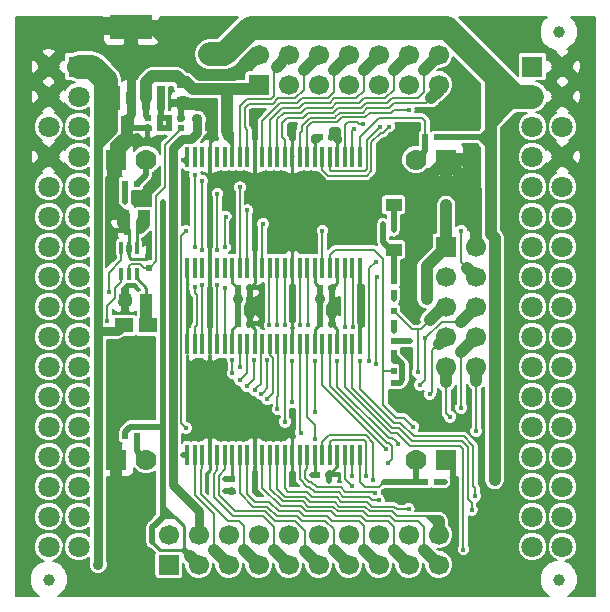
<source format=gbr>
G04 #@! TF.FileFunction,Copper,L1,Top,Signal*
%FSLAX46Y46*%
G04 Gerber Fmt 4.6, Leading zero omitted, Abs format (unit mm)*
G04 Created by KiCad (PCBNEW 4.0.1-3.201512221401+6198~38~ubuntu15.10.1-stable) date Fri 08 Apr 2016 11:06:32 AM EEST*
%MOMM*%
G01*
G04 APERTURE LIST*
%ADD10C,0.100000*%
%ADD11C,1.700000*%
%ADD12R,1.700000X1.700000*%
%ADD13R,0.300000X1.800000*%
%ADD14R,1.016000X1.016000*%
%ADD15R,0.500000X0.550000*%
%ADD16R,0.550000X0.500000*%
%ADD17R,1.750000X1.750000*%
%ADD18C,1.800000*%
%ADD19R,1.524000X1.270000*%
%ADD20C,1.000000*%
%ADD21R,1.400000X1.000000*%
%ADD22R,1.778000X1.778000*%
%ADD23C,1.778000*%
%ADD24R,0.300000X1.000000*%
%ADD25R,0.650000X2.000000*%
%ADD26R,3.600000X2.000000*%
%ADD27C,0.450000*%
%ADD28C,0.900000*%
%ADD29C,0.254000*%
%ADD30C,1.016000*%
%ADD31C,0.508000*%
%ADD32C,0.762000*%
%ADD33C,1.524000*%
%ADD34C,2.032000*%
%ADD35C,0.203200*%
G04 APERTURE END LIST*
D10*
D11*
X161290000Y-114300000D03*
X161290000Y-116840000D03*
X156210000Y-116840000D03*
X156210000Y-114300000D03*
X158750000Y-116840000D03*
X158750000Y-114300000D03*
X153670000Y-114300000D03*
X153670000Y-116840000D03*
X151130000Y-114300000D03*
X151130000Y-116840000D03*
D12*
X138430000Y-116840000D03*
D11*
X138430000Y-114300000D03*
X140970000Y-116840000D03*
X140970000Y-114300000D03*
X143510000Y-116840000D03*
X143510000Y-114300000D03*
X146050000Y-116840000D03*
X146050000Y-114300000D03*
X148590000Y-116840000D03*
X148590000Y-114300000D03*
D13*
X140017500Y-98170000D03*
X140652500Y-98170000D03*
X141287500Y-98170000D03*
X141922500Y-98170000D03*
X142557500Y-98170000D03*
X143192500Y-98170000D03*
X143827500Y-98170000D03*
X144462500Y-98170000D03*
X145097500Y-98170000D03*
X145732500Y-98170000D03*
X146367500Y-98170000D03*
X147002500Y-98170000D03*
X147637500Y-98170000D03*
X148272500Y-98170000D03*
X148907500Y-98170000D03*
X149542500Y-98170000D03*
X150177500Y-98170000D03*
X150812500Y-98170000D03*
X151447500Y-98170000D03*
X152082500Y-98170000D03*
X152717500Y-98170000D03*
X153352500Y-98170000D03*
X153987500Y-98170000D03*
X154622500Y-98170000D03*
X154622500Y-107570000D03*
X153987500Y-107570000D03*
X153352500Y-107570000D03*
X152717500Y-107570000D03*
X152082500Y-107570000D03*
X151447500Y-107570000D03*
X150812500Y-107570000D03*
X150177500Y-107570000D03*
X149542500Y-107570000D03*
X148907500Y-107570000D03*
X148272500Y-107570000D03*
X147637500Y-107570000D03*
X147002500Y-107570000D03*
X146367500Y-107570000D03*
X145732500Y-107570000D03*
X145097500Y-107570000D03*
X144462500Y-107570000D03*
X143827500Y-107570000D03*
X143192500Y-107570000D03*
X142557500Y-107570000D03*
X141922500Y-107570000D03*
X141287500Y-107570000D03*
X140652500Y-107570000D03*
X140017500Y-107570000D03*
D14*
X134556500Y-87312500D03*
X136334500Y-87312500D03*
D15*
X145288000Y-93408500D03*
X144272000Y-93408500D03*
X152273000Y-93408500D03*
X151257000Y-93408500D03*
X145288000Y-96456500D03*
X144272000Y-96456500D03*
D16*
X157480000Y-96393000D03*
X157480000Y-95377000D03*
X157480000Y-93853000D03*
X157480000Y-92837000D03*
X157480000Y-98933000D03*
X157480000Y-97917000D03*
X157480000Y-101473000D03*
X157480000Y-100457000D03*
D15*
X136652000Y-78994000D03*
X137668000Y-78994000D03*
X136652000Y-79883000D03*
X137668000Y-79883000D03*
X138430000Y-79883000D03*
X139446000Y-79883000D03*
X134747000Y-105918000D03*
X135763000Y-105918000D03*
X161163000Y-80645000D03*
X160147000Y-80645000D03*
X161163000Y-109855000D03*
X160147000Y-109855000D03*
X134747000Y-84582000D03*
X135763000Y-84582000D03*
X134874000Y-88582500D03*
X135890000Y-88582500D03*
D14*
X134747000Y-94424500D03*
X136525000Y-94424500D03*
X134874000Y-79375000D03*
X133096000Y-79375000D03*
D16*
X136779000Y-90678000D03*
X136779000Y-91694000D03*
D15*
X139446000Y-78994000D03*
X138430000Y-78994000D03*
D16*
X143764000Y-110617000D03*
X143764000Y-109601000D03*
D17*
X130810000Y-74676000D03*
D18*
X128270000Y-74676000D03*
X130810000Y-77216000D03*
X128270000Y-77216000D03*
X130810000Y-79756000D03*
X128270000Y-79756000D03*
X130810000Y-82296000D03*
X128270000Y-82296000D03*
X130810000Y-84836000D03*
X128270000Y-84836000D03*
X128270000Y-87376000D03*
X130810000Y-87376000D03*
X128270000Y-89916000D03*
X130810000Y-89916000D03*
X128270000Y-92456000D03*
X130810000Y-92456000D03*
X128270000Y-94996000D03*
X130810000Y-94996000D03*
X128270000Y-97536000D03*
X130810000Y-97536000D03*
X128270000Y-105156000D03*
X130810000Y-105156000D03*
X128270000Y-115316000D03*
X130810000Y-112776000D03*
X128270000Y-112776000D03*
X130810000Y-115316000D03*
X130810000Y-110236000D03*
X128270000Y-107696000D03*
X128270000Y-110236000D03*
X130810000Y-107696000D03*
X128270000Y-100076000D03*
X128270000Y-102616000D03*
X130810000Y-102616000D03*
X130810000Y-100076000D03*
D17*
X169225000Y-74676000D03*
D18*
X171765000Y-74676000D03*
X169225000Y-77216000D03*
X171765000Y-77216000D03*
X169225000Y-79756000D03*
X171765000Y-79756000D03*
X169225000Y-82296000D03*
X171765000Y-82296000D03*
X169225000Y-84836000D03*
X171765000Y-84836000D03*
X171765000Y-87376000D03*
X169225000Y-87376000D03*
X171765000Y-89916000D03*
X169225000Y-89916000D03*
X171765000Y-92456000D03*
X169225000Y-92456000D03*
X171765000Y-94996000D03*
X169225000Y-94996000D03*
X171765000Y-97536000D03*
X169225000Y-97536000D03*
X171765000Y-105156000D03*
X169225000Y-105156000D03*
X171765000Y-115316000D03*
X169225000Y-112776000D03*
X171765000Y-112776000D03*
X169225000Y-115316000D03*
X169225000Y-110236000D03*
X171765000Y-107696000D03*
X171765000Y-110236000D03*
X169225000Y-107696000D03*
X171765000Y-100076000D03*
X171765000Y-102616000D03*
X169225000Y-102616000D03*
X169225000Y-100076000D03*
D19*
X134620000Y-96583500D03*
X136652000Y-96583500D03*
D20*
X171450000Y-118110000D03*
D14*
X139636500Y-77787500D03*
X139636500Y-76009500D03*
D15*
X152273000Y-80645000D03*
X151257000Y-80645000D03*
X142367000Y-80645000D03*
X143383000Y-80645000D03*
X152019000Y-109220000D03*
X151003000Y-109220000D03*
X152273000Y-96456500D03*
X151257000Y-96456500D03*
D21*
X157480000Y-86365000D03*
X157480000Y-90165000D03*
D22*
X133985000Y-107950000D03*
D23*
X136525000Y-107950000D03*
D22*
X161925000Y-82550000D03*
D23*
X159385000Y-82550000D03*
D22*
X161925000Y-107950000D03*
D23*
X159385000Y-107950000D03*
D22*
X133985000Y-82550000D03*
D23*
X136525000Y-82550000D03*
D11*
X161290000Y-73660000D03*
X161290000Y-76200000D03*
X158750000Y-73660000D03*
X158750000Y-76200000D03*
D12*
X146050000Y-76200000D03*
D11*
X146050000Y-73660000D03*
X148590000Y-76200000D03*
X148590000Y-73660000D03*
X151130000Y-76200000D03*
X151130000Y-73660000D03*
X153670000Y-76200000D03*
X153670000Y-73660000D03*
X156210000Y-76200000D03*
X156210000Y-73660000D03*
D24*
X135714500Y-90022500D03*
X135064500Y-90022500D03*
X134414500Y-90022500D03*
X134414500Y-92222500D03*
X135064500Y-92222500D03*
X135714500Y-92222500D03*
D13*
X154622500Y-91695000D03*
X153987500Y-91695000D03*
X153352500Y-91695000D03*
X152717500Y-91695000D03*
X152082500Y-91695000D03*
X151447500Y-91695000D03*
X150812500Y-91695000D03*
X150177500Y-91695000D03*
X149542500Y-91695000D03*
X148907500Y-91695000D03*
X148272500Y-91695000D03*
X147637500Y-91695000D03*
X147002500Y-91695000D03*
X146367500Y-91695000D03*
X145732500Y-91695000D03*
X145097500Y-91695000D03*
X144462500Y-91695000D03*
X143827500Y-91695000D03*
X143192500Y-91695000D03*
X142557500Y-91695000D03*
X141922500Y-91695000D03*
X141287500Y-91695000D03*
X140652500Y-91695000D03*
X140017500Y-91695000D03*
X140017500Y-82295000D03*
X140652500Y-82295000D03*
X141287500Y-82295000D03*
X141922500Y-82295000D03*
X142557500Y-82295000D03*
X143192500Y-82295000D03*
X143827500Y-82295000D03*
X144462500Y-82295000D03*
X145097500Y-82295000D03*
X145732500Y-82295000D03*
X146367500Y-82295000D03*
X147002500Y-82295000D03*
X147637500Y-82295000D03*
X148272500Y-82295000D03*
X148907500Y-82295000D03*
X149542500Y-82295000D03*
X150177500Y-82295000D03*
X150812500Y-82295000D03*
X151447500Y-82295000D03*
X152082500Y-82295000D03*
X152717500Y-82295000D03*
X153352500Y-82295000D03*
X153987500Y-82295000D03*
X154622500Y-82295000D03*
D12*
X161925000Y-89916000D03*
D11*
X164465000Y-89916000D03*
X161925000Y-92456000D03*
X164465000Y-92456000D03*
X161925000Y-94996000D03*
X164465000Y-94996000D03*
X161925000Y-97536000D03*
X164465000Y-97536000D03*
X161925000Y-100076000D03*
X164465000Y-100076000D03*
D25*
X132715000Y-77295000D03*
X133985000Y-77295000D03*
X135255000Y-77295000D03*
X136525000Y-77295000D03*
X137795000Y-77295000D03*
D26*
X135255000Y-71295000D03*
D20*
X128270000Y-118110000D03*
X171450000Y-71755000D03*
D27*
X139824536Y-83917068D03*
X137487244Y-83917068D03*
X136779000Y-90043000D03*
X148907500Y-95631000D03*
X154622500Y-95631000D03*
X140208000Y-95631000D03*
X141922500Y-95631000D03*
D28*
X145294300Y-95624700D03*
X152273000Y-95631000D03*
X158934200Y-95624700D03*
D27*
X135334263Y-98218737D03*
X134985013Y-97869487D03*
X134747000Y-95313500D03*
X134747000Y-93535500D03*
X156937688Y-110624706D03*
X152019000Y-109741522D03*
X148907500Y-110045500D03*
X145669000Y-110617000D03*
X141691554Y-110617000D03*
X143221607Y-110617000D03*
D28*
X163576000Y-79226746D03*
X163576000Y-77597000D03*
X163576000Y-76200000D03*
X133985000Y-114300000D03*
D27*
X152781000Y-80010000D03*
X152781000Y-80645000D03*
X152273000Y-80010000D03*
D28*
X148907973Y-79786885D03*
X145732500Y-78565599D03*
X133350000Y-118868190D03*
X135890000Y-118868190D03*
X163830000Y-118868190D03*
X166370000Y-118868190D03*
X169291000Y-118868190D03*
X161290000Y-118868190D03*
X158750000Y-118868190D03*
X156210000Y-118868190D03*
X153670000Y-118868190D03*
X151130000Y-118868190D03*
X148590000Y-118868190D03*
X146050000Y-118868190D03*
X143510000Y-118868190D03*
X140970000Y-118868190D03*
X138430000Y-118868190D03*
X130810000Y-118868190D03*
X126313044Y-118868190D03*
X126111000Y-115316000D03*
X126111000Y-112776000D03*
X126111000Y-110236000D03*
X126111000Y-107696000D03*
X126111000Y-105156000D03*
X126111000Y-102616000D03*
X126111000Y-100076000D03*
X126111000Y-97536000D03*
X126111000Y-94996000D03*
X126111000Y-92583000D03*
X126111000Y-89916000D03*
X126111000Y-87376000D03*
X126111000Y-84836000D03*
X126112212Y-82294788D03*
X126112212Y-79756000D03*
X126112212Y-77216000D03*
X126112212Y-72961500D03*
X126112212Y-74803000D03*
X128270000Y-71248212D03*
X130619500Y-71248212D03*
X165248201Y-71141201D03*
X167237799Y-71141201D03*
X169121701Y-71141201D03*
X173884201Y-117284500D03*
X173884201Y-118868190D03*
X173884201Y-115316000D03*
X173884201Y-112776000D03*
X173884201Y-110236000D03*
X173884201Y-107759500D03*
X173884201Y-105156000D03*
X173884201Y-102616000D03*
X173881112Y-84985378D03*
X173884201Y-100076000D03*
X173884201Y-97472500D03*
X173884201Y-94932500D03*
X173884201Y-92456000D03*
X173884201Y-89916000D03*
X173884201Y-87312500D03*
X173884201Y-82296000D03*
X173884201Y-79692500D03*
X173884201Y-73025000D03*
X173876637Y-74737457D03*
X173889703Y-77218296D03*
X173884201Y-71141201D03*
X141250807Y-77813367D03*
X141295521Y-75372359D03*
X142240000Y-75374500D03*
X142113000Y-77851000D03*
X126112212Y-71248212D03*
X132586788Y-71248212D03*
D27*
X132444972Y-88950790D03*
X136144000Y-88084592D03*
X136578408Y-88084592D03*
D28*
X132454553Y-116833553D03*
D27*
X157480000Y-99568000D03*
X157480000Y-97028000D03*
X157480000Y-94361000D03*
D28*
X160274000Y-94361000D03*
X151257000Y-94361000D03*
D27*
X137922000Y-94361000D03*
D28*
X144272000Y-94361000D03*
D27*
X165989000Y-109855000D03*
X161798000Y-109855000D03*
X137922000Y-86106000D03*
D28*
X165688592Y-84912655D03*
X161926384Y-86382484D03*
D27*
X134747000Y-86106000D03*
D28*
X141931390Y-73635870D03*
X143129000Y-73635210D03*
D27*
X140645151Y-83839880D03*
X140645151Y-89986849D03*
X140645151Y-93370308D03*
X141290779Y-84369690D03*
X141290779Y-90236779D03*
X141290779Y-93153623D03*
X142557500Y-85433862D03*
X142557500Y-90233500D03*
X142557500Y-93154500D03*
X144462500Y-84899500D03*
X145097500Y-86846190D03*
X143256000Y-87376000D03*
X143192500Y-89979500D03*
X143192500Y-93408500D03*
X157876512Y-106606792D03*
X152717500Y-99568000D03*
X153352500Y-96710500D03*
X144491374Y-100114129D03*
X155384500Y-99568000D03*
X155956000Y-91186000D03*
X159131000Y-105156000D03*
X164465000Y-105537000D03*
X144462500Y-101219000D03*
X162249840Y-104323160D03*
X139890500Y-105280052D03*
X139890500Y-88582500D03*
X151447500Y-88582500D03*
X145705580Y-102068897D03*
X150812500Y-103922988D03*
X150812500Y-99568000D03*
X150195703Y-96583500D03*
X163195000Y-103568500D03*
X146770019Y-102825329D03*
X159498937Y-100565023D03*
X145034000Y-101751367D03*
X145669000Y-99504500D03*
X147619297Y-96583500D03*
X133356938Y-93726000D03*
X149597257Y-105677446D03*
X164084000Y-112204500D03*
X157040964Y-108209464D03*
X164401500Y-111023170D03*
X154622500Y-99568000D03*
X154005703Y-96710500D03*
X163385500Y-115570000D03*
X156848367Y-107040991D03*
X150836687Y-106201851D03*
X160528348Y-102437467D03*
X148907500Y-103098813D03*
X148907500Y-99568000D03*
X149542500Y-96583500D03*
X159700117Y-101624645D03*
X146249104Y-102431205D03*
X146755482Y-99558017D03*
X133241989Y-96250699D03*
X148272500Y-96583500D03*
X160128872Y-97691545D03*
X158877000Y-97917000D03*
X148273130Y-104741215D03*
X147637500Y-103695500D03*
X146431000Y-88011000D03*
X156591000Y-88011000D03*
X143827500Y-99504500D03*
X143827500Y-100647500D03*
X146966094Y-96583500D03*
X156019500Y-99822000D03*
X156057381Y-92452516D03*
X150571144Y-109268894D03*
X139973668Y-111283559D03*
X143221607Y-109601000D03*
D28*
X140843000Y-79121000D03*
D27*
X150749000Y-80993538D03*
D28*
X143383000Y-79121000D03*
D27*
X150749000Y-80645000D03*
X157480346Y-88537924D03*
X163195000Y-88582500D03*
X139643399Y-107569000D03*
X139618636Y-82543224D03*
X158750000Y-78359000D03*
X154119995Y-79928214D03*
X154890713Y-79573426D03*
X156337000Y-79756000D03*
X157099000Y-79756000D03*
X156210000Y-111379000D03*
X158750000Y-112141000D03*
X155890208Y-110758325D03*
X155728870Y-109658582D03*
X153978100Y-109351538D03*
X153965110Y-110166928D03*
X155152320Y-109351538D03*
D29*
X148907500Y-107570000D02*
X148907500Y-105689607D01*
X148907500Y-105689607D02*
X148564393Y-105346500D01*
X148564393Y-105346500D02*
X145715815Y-105346500D01*
X145732500Y-107570000D02*
X145732500Y-105363185D01*
X145732500Y-105363185D02*
X145715815Y-105346500D01*
X142303500Y-105346500D02*
X141922500Y-105727500D01*
X145715815Y-105346500D02*
X142303500Y-105346500D01*
X141922500Y-105727500D02*
X141922500Y-107570000D01*
X140017500Y-98170000D02*
X140017500Y-96641028D01*
X140017500Y-96641028D02*
X140208000Y-96450528D01*
X140208000Y-96450528D02*
X140208000Y-95631000D01*
X140017500Y-93916500D02*
X140208000Y-94107000D01*
X140208000Y-94107000D02*
X140208000Y-95631000D01*
X140017500Y-91695000D02*
X140017500Y-93916500D01*
D30*
X158934200Y-95624700D02*
X158934200Y-91123155D01*
X158934200Y-91123155D02*
X160273318Y-89784037D01*
X160273318Y-89784037D02*
X160273318Y-84201682D01*
X160273318Y-84201682D02*
X160718500Y-83756500D01*
X160718500Y-83756500D02*
X161925000Y-82550000D01*
D29*
X135064500Y-90022500D02*
X135064500Y-90776500D01*
X135064500Y-90776500D02*
X135211370Y-90923370D01*
X135211370Y-90923370D02*
X136523853Y-90923370D01*
X136523853Y-90923370D02*
X136769223Y-90678000D01*
X136769223Y-90678000D02*
X136779000Y-90678000D01*
D31*
X136779000Y-90360500D02*
X136779000Y-90043000D01*
X136779000Y-90678000D02*
X136779000Y-90360500D01*
D29*
X148907500Y-91695000D02*
X148907500Y-95631000D01*
X148907500Y-97016000D02*
X148907500Y-95631000D01*
X148907500Y-98170000D02*
X148907500Y-97016000D01*
X141922500Y-91695000D02*
X141922500Y-95631000D01*
X154622500Y-98170000D02*
X154622500Y-95631000D01*
X154622500Y-91695000D02*
X154622500Y-95631000D01*
X141922500Y-97016000D02*
X141922500Y-95631000D01*
X141922500Y-98170000D02*
X141922500Y-97016000D01*
D31*
X145288000Y-96456500D02*
X145288000Y-95631000D01*
X145288000Y-95631000D02*
X145294300Y-95624700D01*
X152273000Y-93408500D02*
X152273000Y-95631000D01*
X152273000Y-95631000D02*
X152273000Y-96456500D01*
X152273000Y-93408500D02*
X152273000Y-94805500D01*
D30*
X133731000Y-82804000D02*
X133985000Y-82550000D01*
X133731000Y-86487000D02*
X133731000Y-82804000D01*
X134556500Y-87312500D02*
X133731000Y-86487000D01*
D31*
X145288000Y-93408500D02*
X145288000Y-96456500D01*
D29*
X152717500Y-91695000D02*
X152717500Y-92964000D01*
X152717500Y-92964000D02*
X152273000Y-93408500D01*
X152717500Y-98170000D02*
X152717500Y-96901000D01*
X152717500Y-96901000D02*
X152273000Y-96456500D01*
X145732500Y-98170000D02*
X145732500Y-96901000D01*
X145732500Y-96901000D02*
X145288000Y-96456500D01*
X145732500Y-91695000D02*
X145732500Y-92964000D01*
X145732500Y-92964000D02*
X145288000Y-93408500D01*
D31*
X134222422Y-98073278D02*
X134367881Y-98218737D01*
X134985013Y-97869487D02*
X134426213Y-97869487D01*
X134426213Y-97869487D02*
X134222422Y-98073278D01*
X134367881Y-98218737D02*
X134683500Y-98218737D01*
X134985013Y-97869487D02*
X134635763Y-98218737D01*
X134635763Y-98218737D02*
X134441140Y-98218737D01*
X135334263Y-98218737D02*
X134985013Y-97869487D01*
X135334263Y-98218737D02*
X134683500Y-98218737D01*
X134683500Y-98218737D02*
X134441140Y-98218737D01*
D30*
X134441140Y-98218737D02*
X133604000Y-99055877D01*
D31*
X134747000Y-94424500D02*
X134747000Y-95313500D01*
X134747000Y-94424500D02*
X134747000Y-93535500D01*
D30*
X133604000Y-104521000D02*
X133604000Y-99055877D01*
X133604000Y-107569000D02*
X133604000Y-104521000D01*
X133667500Y-107632500D02*
X133604000Y-107569000D01*
X133985000Y-107950000D02*
X133667500Y-107632500D01*
D31*
X162524006Y-110215455D02*
X162120679Y-110618782D01*
X156943612Y-110618782D02*
X156937688Y-110624706D01*
X162524006Y-108549006D02*
X162524006Y-110215455D01*
X161925000Y-107950000D02*
X162524006Y-108549006D01*
X162120679Y-110618782D02*
X156943612Y-110618782D01*
D29*
X152717500Y-107570000D02*
X152717500Y-108521500D01*
X152717500Y-108521500D02*
X152019000Y-109220000D01*
D31*
X152019000Y-109601000D02*
X152019000Y-109741522D01*
X152019000Y-109220000D02*
X152019000Y-109601000D01*
D29*
X148907500Y-107570000D02*
X148907500Y-110045500D01*
X145732500Y-110553500D02*
X145669000Y-110617000D01*
X145732500Y-107570000D02*
X145732500Y-110553500D01*
X141922500Y-108870343D02*
X141691554Y-109101289D01*
X141691554Y-109101289D02*
X141691554Y-110298802D01*
X141691554Y-110298802D02*
X141691554Y-110617000D01*
X141922500Y-107570000D02*
X141922500Y-108870343D01*
D31*
X143764000Y-110617000D02*
X143221607Y-110617000D01*
D30*
X161925000Y-82550000D02*
X164465000Y-85090000D01*
X164465000Y-85090000D02*
X164465000Y-89916000D01*
D31*
X134874000Y-88582500D02*
X134620000Y-88328500D01*
X134620000Y-87376000D02*
X134556500Y-87312500D01*
X134620000Y-88328500D02*
X134620000Y-87376000D01*
X134874000Y-88582500D02*
X134302225Y-88010725D01*
X134302225Y-88010725D02*
X134302225Y-87312500D01*
X134302225Y-87312500D02*
X134556500Y-87312500D01*
X134874000Y-88582500D02*
X134874000Y-87630000D01*
X134874000Y-87630000D02*
X134556500Y-87312500D01*
D29*
X135064500Y-90022500D02*
X135064500Y-88773000D01*
X135064500Y-88773000D02*
X134874000Y-88582500D01*
D30*
X133985000Y-114300000D02*
X133985000Y-118233190D01*
X133985000Y-118233190D02*
X133350000Y-118868190D01*
X133985000Y-107950000D02*
X133985000Y-114300000D01*
X141295521Y-75372359D02*
X141070295Y-75372359D01*
X141070295Y-75372359D02*
X136992936Y-71295000D01*
X136992936Y-71295000D02*
X135255000Y-71295000D01*
D32*
X135255000Y-77295000D02*
X135255000Y-78703849D01*
X135255000Y-78703849D02*
X134874000Y-79084849D01*
X134874000Y-79084849D02*
X134874000Y-79375000D01*
D30*
X142113000Y-77851000D02*
X142113000Y-78994000D01*
X142113000Y-78994000D02*
X142113000Y-79756000D01*
D31*
X139446000Y-78994000D02*
X139446000Y-77978000D01*
X139446000Y-77978000D02*
X139636500Y-77787500D01*
D29*
X152717500Y-81153000D02*
X152907720Y-80962780D01*
X152907720Y-80962780D02*
X152907720Y-80645000D01*
X152907720Y-80645000D02*
X152273000Y-80645000D01*
X152717500Y-81153000D02*
X152781000Y-81089500D01*
X152781000Y-81089500D02*
X152781000Y-80645000D01*
X152717500Y-82295000D02*
X152717500Y-81153000D01*
X152717500Y-81153000D02*
X152717500Y-81089500D01*
X152717500Y-81089500D02*
X152273000Y-80645000D01*
D31*
X152273000Y-80010000D02*
X152781000Y-80010000D01*
X152781000Y-80645000D02*
X152781000Y-80010000D01*
X152273000Y-80645000D02*
X152781000Y-80645000D01*
X152273000Y-80645000D02*
X152273000Y-80010000D01*
X142367000Y-80645000D02*
X142367000Y-79741365D01*
X142131611Y-79737389D02*
X142113000Y-79756000D01*
X142367000Y-79741365D02*
X142370976Y-79737389D01*
X142370976Y-79737389D02*
X142131611Y-79737389D01*
D29*
X141922500Y-80645000D02*
X141922500Y-80581500D01*
X141922500Y-80581500D02*
X141735337Y-80394337D01*
X141735337Y-80394337D02*
X141735337Y-79763260D01*
X141735337Y-79763260D02*
X141742597Y-79756000D01*
X141742597Y-79756000D02*
X142113000Y-79756000D01*
X141922500Y-80645000D02*
X141922500Y-80327500D01*
X141922500Y-81089500D02*
X141922500Y-80645000D01*
X142113000Y-80899000D02*
X142367000Y-80645000D01*
D31*
X142113000Y-80391000D02*
X141986000Y-80264000D01*
D29*
X141922500Y-81089500D02*
X142113000Y-80899000D01*
D31*
X142367000Y-80645000D02*
X142113000Y-80391000D01*
D29*
X142113000Y-80899000D02*
X142113000Y-80391000D01*
D31*
X141986000Y-80264000D02*
X141921783Y-80199783D01*
D29*
X141922500Y-80327500D02*
X141986000Y-80264000D01*
D31*
X141921783Y-80199783D02*
X141921783Y-79939264D01*
X141921783Y-79939264D02*
X141929736Y-79939264D01*
X141929736Y-79939264D02*
X142113000Y-79756000D01*
D29*
X148907500Y-79787358D02*
X148907973Y-79786885D01*
X148907500Y-82295000D02*
X148907500Y-79787358D01*
X145732500Y-78676500D02*
X145732500Y-78565599D01*
X145732500Y-78565599D02*
X145732500Y-78549500D01*
X145732500Y-82295000D02*
X145732500Y-78676500D01*
X141922500Y-82295000D02*
X141922500Y-81089500D01*
D32*
X135255000Y-77295000D02*
X135255000Y-71295000D01*
D30*
X139662367Y-77813367D02*
X140614411Y-77813367D01*
X139636500Y-77787500D02*
X139662367Y-77813367D01*
X141253395Y-77810779D02*
X141250807Y-77813367D01*
X140614411Y-77813367D02*
X141250807Y-77813367D01*
X142113000Y-77851000D02*
X141253395Y-77810779D01*
X141295521Y-75372359D02*
X142240000Y-75372359D01*
X146050000Y-73660000D02*
X146033217Y-73643217D01*
X145658892Y-73643217D02*
X143929750Y-75372359D01*
X146033217Y-73643217D02*
X145658892Y-73643217D01*
X143929750Y-75372359D02*
X141295521Y-75372359D01*
D33*
X132586788Y-71248212D02*
X135208212Y-71248212D01*
X135208212Y-71248212D02*
X135255000Y-71295000D01*
D29*
X148907500Y-82295000D02*
X148920200Y-82282300D01*
D31*
X134874000Y-79375000D02*
X135382000Y-79883000D01*
X135382000Y-79883000D02*
X136652000Y-79883000D01*
D30*
X134874000Y-81026000D02*
X134874000Y-79375000D01*
X133985000Y-82550000D02*
X133985000Y-81915000D01*
X133985000Y-81915000D02*
X134874000Y-81026000D01*
D31*
X132444972Y-88950790D02*
X132444972Y-88155673D01*
X132444972Y-88155673D02*
X132427299Y-88138000D01*
D32*
X134142348Y-97061152D02*
X134620000Y-96583500D01*
X132464580Y-97061152D02*
X134142348Y-97061152D01*
X132454553Y-97051125D02*
X132464580Y-97061152D01*
X132427299Y-87757000D02*
X132427299Y-97023871D01*
X132427299Y-97023871D02*
X132454553Y-97051125D01*
X132454553Y-97051125D02*
X132454553Y-116833553D01*
X132427299Y-81458286D02*
X132427299Y-87757000D01*
D31*
X132427299Y-87757000D02*
X132427299Y-88138000D01*
X136334500Y-88328500D02*
X136578408Y-88084592D01*
X136578408Y-88084592D02*
X136578408Y-87302937D01*
X136578408Y-87302937D02*
X136344063Y-87302937D01*
X136344063Y-87302937D02*
X136334500Y-87312500D01*
X136080500Y-88582500D02*
X136334500Y-88328500D01*
X136334500Y-88328500D02*
X136334500Y-87312500D01*
X135890000Y-88582500D02*
X136080500Y-88582500D01*
X135890000Y-88582500D02*
X135890000Y-87757000D01*
X135890000Y-87757000D02*
X136334500Y-87312500D01*
D29*
X135714500Y-90022500D02*
X135714500Y-88758000D01*
X135714500Y-88758000D02*
X135890000Y-88582500D01*
D32*
X132461000Y-81407000D02*
X132461000Y-81424585D01*
X132461000Y-81424585D02*
X132427299Y-81458286D01*
X133096000Y-79375000D02*
X133093615Y-79377385D01*
X133093615Y-79377385D02*
X132487711Y-79377385D01*
X132487711Y-79377385D02*
X132461000Y-79404096D01*
X132461000Y-79404096D02*
X132461000Y-81407000D01*
X133096000Y-79375000D02*
X133098385Y-79377385D01*
X133098385Y-79377385D02*
X133732914Y-79377385D01*
X133732914Y-79377385D02*
X133732914Y-80008086D01*
X132461000Y-81280000D02*
X132461000Y-81407000D01*
X133732914Y-80008086D02*
X132461000Y-81280000D01*
D31*
X133985000Y-77295000D02*
X133152000Y-77295000D01*
X133152000Y-77295000D02*
X133096000Y-77239000D01*
X133096000Y-77239000D02*
X133096000Y-77216000D01*
D34*
X133096000Y-75819000D02*
X133096000Y-77216000D01*
X133096000Y-77216000D02*
X133096000Y-79375000D01*
D31*
X132715000Y-77295000D02*
X133017000Y-77295000D01*
X133017000Y-77295000D02*
X133096000Y-77216000D01*
D34*
X130810000Y-74676000D02*
X131953000Y-74676000D01*
X131953000Y-74676000D02*
X133096000Y-75819000D01*
D31*
X137922000Y-112395000D02*
X137922000Y-112141000D01*
X137922000Y-112813387D02*
X137922000Y-112395000D01*
D29*
X138620500Y-112813387D02*
X138303000Y-112813387D01*
X137922000Y-112395000D02*
X138303000Y-112776000D01*
X138303000Y-112813387D02*
X137922000Y-112813387D01*
X138303000Y-112776000D02*
X138303000Y-112813387D01*
X138927799Y-112813387D02*
X138620500Y-112813387D01*
D31*
X137922000Y-112141000D02*
X137922000Y-111823500D01*
D29*
X138620500Y-112813387D02*
X138594387Y-112813387D01*
X138594387Y-112813387D02*
X137922000Y-112141000D01*
D31*
X137922000Y-111823500D02*
X137922000Y-111515177D01*
D29*
X138927799Y-112813387D02*
X138911887Y-112813387D01*
X138911887Y-112813387D02*
X137922000Y-111823500D01*
D31*
X157480000Y-98933000D02*
X157480000Y-99109038D01*
X157480000Y-99109038D02*
X157938962Y-99568000D01*
X157480000Y-101473000D02*
X157988000Y-101473000D01*
X157988000Y-101473000D02*
X158212201Y-101248799D01*
X158212201Y-101248799D02*
X158212201Y-99841239D01*
X158212201Y-99841239D02*
X157938962Y-99568000D01*
X157938962Y-99568000D02*
X157798198Y-99568000D01*
X157798198Y-99568000D02*
X157480000Y-99568000D01*
X157480000Y-98933000D02*
X157480000Y-99568000D01*
X157480000Y-96393000D02*
X157480000Y-97028000D01*
X157480000Y-93853000D02*
X157480000Y-94361000D01*
D30*
X160274000Y-94361000D02*
X160274000Y-91567000D01*
X160274000Y-91567000D02*
X161925000Y-89916000D01*
D31*
X151257000Y-94361000D02*
X151257000Y-93408500D01*
X137922000Y-94361000D02*
X137922000Y-92837000D01*
X144272000Y-93408500D02*
X144272000Y-94361000D01*
X144272000Y-94361000D02*
X144272000Y-94615000D01*
X144272000Y-94615000D02*
X144272000Y-96456500D01*
X151257000Y-93408500D02*
X151257000Y-96456500D01*
D29*
X150812500Y-91695000D02*
X150812500Y-92964000D01*
X150812500Y-92964000D02*
X151257000Y-93408500D01*
X150812500Y-98170000D02*
X150812500Y-96901000D01*
X150812500Y-96901000D02*
X151257000Y-96456500D01*
X143827500Y-98170000D02*
X143827500Y-96901000D01*
X143827500Y-96901000D02*
X144272000Y-96456500D01*
X143827500Y-91695000D02*
X143827500Y-92964000D01*
X143827500Y-92964000D02*
X144272000Y-93408500D01*
D31*
X134747000Y-105918000D02*
X134747000Y-105586038D01*
X134747000Y-105586038D02*
X135177038Y-105156000D01*
X135177038Y-105156000D02*
X137922000Y-105156000D01*
X165989000Y-109855000D02*
X166026201Y-109817799D01*
X166026201Y-109817799D02*
X166026201Y-109690799D01*
X161163000Y-109855000D02*
X161798000Y-109855000D01*
D29*
X139697526Y-115567526D02*
X137665526Y-115567526D01*
X137665526Y-115567526D02*
X137054512Y-114956512D01*
D31*
X137054512Y-114956512D02*
X137054512Y-113680875D01*
X137054512Y-113680875D02*
X137249799Y-113485588D01*
D29*
X139697526Y-115567526D02*
X139697526Y-113583114D01*
X139697526Y-113583114D02*
X138927799Y-112813387D01*
D31*
X137249799Y-113485588D02*
X137922000Y-112813387D01*
X166026201Y-109855000D02*
X166026201Y-109690799D01*
X140208000Y-116078000D02*
X139697526Y-115567526D01*
X137922000Y-105918000D02*
X137922000Y-111515177D01*
X137922000Y-86106000D02*
X137922000Y-86106000D01*
X137922000Y-91567000D02*
X137922000Y-86106000D01*
X137922000Y-92837000D02*
X137922000Y-91567000D01*
X137922000Y-97917000D02*
X137922000Y-92837000D01*
X137922000Y-105156000D02*
X137922000Y-97917000D01*
X137922000Y-105918000D02*
X137922000Y-105156000D01*
D30*
X140970000Y-116840000D02*
X140208000Y-116078000D01*
X166026201Y-92964000D02*
X166026201Y-109690799D01*
X166026201Y-91706623D02*
X166026201Y-92964000D01*
X165688592Y-84912655D02*
X165688592Y-88829014D01*
X165688592Y-88829014D02*
X166026201Y-89166623D01*
X166026201Y-89166623D02*
X166026201Y-91706623D01*
X165688592Y-84912655D02*
X165688592Y-81534000D01*
X165688592Y-81534000D02*
X165688592Y-80645000D01*
D31*
X164719000Y-80645000D02*
X164799592Y-80645000D01*
X164799592Y-80645000D02*
X165688592Y-81534000D01*
X164719000Y-80645000D02*
X165688592Y-80645000D01*
X161921000Y-80645000D02*
X164719000Y-80645000D01*
D30*
X165688592Y-80645000D02*
X165688592Y-79883000D01*
X165688592Y-79883000D02*
X165688592Y-79502000D01*
D31*
X164719000Y-80645000D02*
X164926592Y-80645000D01*
X164926592Y-80645000D02*
X165688592Y-79883000D01*
X161163000Y-80645000D02*
X161921000Y-80645000D01*
D30*
X165688592Y-79502000D02*
X165688592Y-78105000D01*
X167055282Y-78112926D02*
X167055282Y-78135310D01*
X167055282Y-78135310D02*
X165688592Y-79502000D01*
X166489074Y-78112926D02*
X167055282Y-78112926D01*
X167055282Y-78112926D02*
X167952208Y-77216000D01*
X165688592Y-78105000D02*
X165696518Y-78112926D01*
X165696518Y-78112926D02*
X166489074Y-78112926D01*
X166489074Y-78112926D02*
X167386000Y-77216000D01*
X165688592Y-78105000D02*
X165688592Y-77343000D01*
X165688592Y-77343000D02*
X165688592Y-75193931D01*
X165688592Y-77343000D02*
X165815592Y-77216000D01*
X165815592Y-77216000D02*
X169225000Y-77216000D01*
D34*
X161961477Y-71374000D02*
X165735000Y-75147523D01*
X165735000Y-75147523D02*
X167803477Y-77216000D01*
D30*
X165688592Y-75193931D02*
X165735000Y-75147523D01*
X161925000Y-86383868D02*
X161926384Y-86382484D01*
X161925000Y-89916000D02*
X161925000Y-86383868D01*
D31*
X134747000Y-84582000D02*
X134747000Y-86106000D01*
D34*
X141932050Y-73635210D02*
X141931390Y-73635870D01*
X143129000Y-73635210D02*
X141932050Y-73635210D01*
X143129000Y-73635210D02*
X145390210Y-71374000D01*
X145390210Y-71374000D02*
X161961477Y-71374000D01*
X167803477Y-77216000D02*
X167952208Y-77216000D01*
X167952208Y-77216000D02*
X169225000Y-77216000D01*
D35*
X140652500Y-98170000D02*
X140652500Y-96728385D01*
X140652500Y-96728385D02*
X140855339Y-96525546D01*
X140855339Y-96525546D02*
X140855339Y-94050785D01*
X140855339Y-94050785D02*
X140645151Y-93840597D01*
X140645151Y-93840597D02*
X140645151Y-93370308D01*
X140645151Y-85541849D02*
X140645151Y-83839880D01*
X140645151Y-83890849D02*
X140645151Y-83839880D01*
X140645151Y-89986849D02*
X140645151Y-85541849D01*
X141290779Y-90236779D02*
X141290779Y-85474279D01*
X141290779Y-85474279D02*
X141291628Y-85473430D01*
X141291628Y-85473430D02*
X141291628Y-84370539D01*
X141291628Y-84370539D02*
X141290779Y-84369690D01*
X141290779Y-84388221D02*
X141290779Y-84369690D01*
X141287500Y-98170000D02*
X141287500Y-93156902D01*
X141287500Y-93156902D02*
X141290779Y-93153623D01*
X142557500Y-90233500D02*
X142557500Y-85433862D01*
X142557500Y-85471000D02*
X142557500Y-85433862D01*
X142557500Y-97066800D02*
X142557500Y-93154500D01*
X142557500Y-98170000D02*
X142557500Y-97066800D01*
X144462500Y-85598000D02*
X144462500Y-84899500D01*
X144462500Y-88455500D02*
X144462500Y-85598000D01*
X144462500Y-90591800D02*
X144462500Y-88455500D01*
X144462500Y-91695000D02*
X144462500Y-90591800D01*
X145097500Y-91695000D02*
X145097500Y-86846190D01*
X145097500Y-86931500D02*
X145097500Y-86846190D01*
X143192500Y-87439500D02*
X143256000Y-87376000D01*
X143192500Y-89979500D02*
X143192500Y-87439500D01*
X143192500Y-97066800D02*
X143192500Y-93408500D01*
X143192500Y-98170000D02*
X143192500Y-97066800D01*
X157651513Y-106381793D02*
X157876512Y-106606792D01*
X152717500Y-101767358D02*
X157054921Y-106104779D01*
X157374499Y-106104779D02*
X157651513Y-106381793D01*
X157054921Y-106104779D02*
X157374499Y-106104779D01*
X152717500Y-99568000D02*
X152717500Y-101767358D01*
X157822720Y-106553000D02*
X157876512Y-106606792D01*
X157797500Y-106553000D02*
X157822720Y-106553000D01*
X153352500Y-91695000D02*
X153352500Y-96710500D01*
X144462500Y-100085255D02*
X144491374Y-100114129D01*
X144462500Y-98170000D02*
X144462500Y-100085255D01*
X155392203Y-99539994D02*
X155384500Y-99568000D01*
X155392203Y-91749797D02*
X155392203Y-99539994D01*
X155956000Y-91186000D02*
X155392203Y-91749797D01*
X157635893Y-104386751D02*
X156591000Y-103341858D01*
X156591000Y-103341858D02*
X156591000Y-101978818D01*
X158361751Y-104386751D02*
X157635893Y-104386751D01*
X159131000Y-105156000D02*
X158361751Y-104386751D01*
X156591000Y-100457000D02*
X156591000Y-101978818D01*
X152082500Y-91695000D02*
X152082500Y-90591800D01*
X155791199Y-90170000D02*
X156591000Y-90969801D01*
X152082500Y-90591800D02*
X152504300Y-90170000D01*
X152504300Y-90170000D02*
X155791199Y-90170000D01*
X156591000Y-90969801D02*
X156591000Y-100457000D01*
X156591000Y-100457000D02*
X157480000Y-100457000D01*
X164465000Y-101282500D02*
X164465000Y-105537000D01*
D30*
X164465000Y-100076000D02*
X164465000Y-101282500D01*
D35*
X145097500Y-98170000D02*
X145097500Y-100584000D01*
X145097500Y-100584000D02*
X144462500Y-101219000D01*
X144453000Y-101209500D02*
X144462500Y-101219000D01*
X162024841Y-104098161D02*
X162249840Y-104323160D01*
X161925000Y-101409500D02*
X161925000Y-103998320D01*
X161925000Y-103998320D02*
X162024841Y-104098161D01*
X139665501Y-105055053D02*
X139890500Y-105280052D01*
X139890500Y-88582500D02*
X139490999Y-88982001D01*
X139490999Y-104880551D02*
X139665501Y-105055053D01*
X139890500Y-105283000D02*
X139890500Y-105280052D01*
X139490999Y-88982001D02*
X139490999Y-104880551D01*
X151447500Y-91695000D02*
X151447500Y-88582500D01*
D30*
X161925000Y-101409500D02*
X161925000Y-100076000D01*
D35*
X145930579Y-101843898D02*
X145705580Y-102068897D01*
X146208508Y-98328992D02*
X146208508Y-101565969D01*
X146367500Y-98170000D02*
X146208508Y-98328992D01*
X146208508Y-101565969D02*
X145930579Y-101843898D01*
X150812500Y-99568000D02*
X150812500Y-103922988D01*
X150177500Y-91695000D02*
X150197294Y-91714794D01*
X150197294Y-91714794D02*
X150197294Y-96581909D01*
X150197294Y-96581909D02*
X150195703Y-96583500D01*
X150177500Y-96583500D02*
X150195703Y-96583500D01*
X163195000Y-100647500D02*
X163195000Y-103568500D01*
X163195000Y-98806000D02*
X163195000Y-100647500D01*
D30*
X164465000Y-97536000D02*
X163195000Y-98806000D01*
D35*
X147300205Y-99353476D02*
X147300205Y-102295143D01*
X147300205Y-102295143D02*
X146995018Y-102600330D01*
X147002500Y-98170000D02*
X147002500Y-99055771D01*
X147002500Y-99055771D02*
X147300205Y-99353476D01*
X146995018Y-102600330D02*
X146770019Y-102825329D01*
X159512000Y-96892711D02*
X159498937Y-96905774D01*
X159498937Y-96905774D02*
X159498937Y-100246825D01*
X159498937Y-100246825D02*
X159498937Y-100565023D01*
X145669000Y-101116367D02*
X145258999Y-101526368D01*
X145258999Y-101526368D02*
X145034000Y-101751367D01*
X145669000Y-99504500D02*
X145669000Y-101116367D01*
X147637500Y-91695000D02*
X147622282Y-91710218D01*
X147622282Y-91710218D02*
X147622282Y-96580515D01*
X147622282Y-96580515D02*
X147619297Y-96583500D01*
X147637500Y-96583500D02*
X147619297Y-96583500D01*
X159020711Y-96892711D02*
X159512000Y-96892711D01*
X159512000Y-96892711D02*
X159764346Y-96892711D01*
X157480000Y-95377000D02*
X157505000Y-95377000D01*
X157505000Y-95377000D02*
X159020711Y-96892711D01*
X159764346Y-96892711D02*
X159953922Y-96703135D01*
X159953922Y-96703135D02*
X159957379Y-96703135D01*
X160524757Y-96135757D02*
X159957379Y-96703135D01*
D30*
X161207322Y-95453192D02*
X160524757Y-96135757D01*
X161925000Y-94996000D02*
X161664514Y-94996000D01*
X161664514Y-94996000D02*
X161207322Y-95453192D01*
D35*
X134414500Y-90022500D02*
X134414500Y-91080455D01*
X134414500Y-91080455D02*
X133356938Y-92138017D01*
X133356938Y-92138017D02*
X133356938Y-93407802D01*
X133356938Y-93407802D02*
X133356938Y-93726000D01*
X149542500Y-98170000D02*
X149542500Y-105622689D01*
X149542500Y-105622689D02*
X149597257Y-105677446D01*
X153987500Y-98170000D02*
X153987500Y-101887858D01*
X153987500Y-101887858D02*
X157353000Y-105253358D01*
X157353000Y-105253358D02*
X157898108Y-105253358D01*
X163791910Y-106915518D02*
X163791910Y-111296635D01*
X157898108Y-105253358D02*
X158994539Y-106349789D01*
X164084000Y-111588725D02*
X164084000Y-112204500D01*
X158994539Y-106349789D02*
X163226182Y-106349790D01*
X163226182Y-106349790D02*
X163791910Y-106915518D01*
X163791910Y-111296635D02*
X164084000Y-111588725D01*
X157378168Y-106786686D02*
X157378168Y-107872260D01*
X157102672Y-106511190D02*
X157378168Y-106786686D01*
X157265963Y-107984465D02*
X157040964Y-108209464D01*
X157378168Y-107872260D02*
X157265963Y-107984465D01*
X152082500Y-98170000D02*
X152082500Y-101707108D01*
X156886582Y-106511190D02*
X157102672Y-106511190D01*
X152082500Y-101707108D02*
X156886582Y-106511190D01*
X154622500Y-99568000D02*
X154622500Y-101948108D01*
X154622500Y-101948108D02*
X157496446Y-104822054D01*
X157496446Y-104822054D02*
X158041554Y-104822054D01*
X158041554Y-104822054D02*
X159162879Y-105943379D01*
X164401500Y-110320977D02*
X164401500Y-111023170D01*
X159162879Y-105943379D02*
X163394523Y-105943381D01*
X163394523Y-105943381D02*
X164225779Y-106774637D01*
X164225779Y-106774637D02*
X164225779Y-110145256D01*
X164225779Y-110145256D02*
X164401500Y-110320977D01*
X153987500Y-91695000D02*
X154003215Y-91710715D01*
X154003215Y-91710715D02*
X154003215Y-96708012D01*
X154003215Y-96708012D02*
X154005703Y-96710500D01*
X153987500Y-96710500D02*
X154005703Y-96710500D01*
X163385500Y-115251802D02*
X163385500Y-115570000D01*
X163057841Y-106756199D02*
X163385500Y-107083858D01*
X157768368Y-105698368D02*
X158826199Y-106756199D01*
X157223260Y-105698368D02*
X157768368Y-105698368D01*
X153352500Y-101827608D02*
X157223260Y-105698368D01*
X153352500Y-98170000D02*
X153352500Y-101827608D01*
X158826199Y-106756199D02*
X163057841Y-106756199D01*
X163385500Y-107083858D02*
X163385500Y-115251802D01*
X156841633Y-107040991D02*
X156848367Y-107040991D01*
X151447500Y-98170000D02*
X151447500Y-101646858D01*
X151447500Y-101646858D02*
X156841633Y-107040991D01*
X150177500Y-98170000D02*
X150177500Y-104341608D01*
X150177500Y-104341608D02*
X150836687Y-105000795D01*
X150836687Y-105000795D02*
X150836687Y-105889674D01*
X150836687Y-105889674D02*
X150836687Y-106201851D01*
X150836687Y-106147813D02*
X150836687Y-106201851D01*
X160753347Y-98707653D02*
X160753347Y-102212468D01*
X160753347Y-102212468D02*
X160528348Y-102437467D01*
X161290000Y-98171000D02*
X160753347Y-98707653D01*
X148907500Y-99568000D02*
X148907500Y-103098813D01*
X149542500Y-91695000D02*
X149542500Y-96583500D01*
D30*
X161290000Y-98171000D02*
X161925000Y-97536000D01*
D35*
X160128872Y-101195890D02*
X159925116Y-101399646D01*
X159925116Y-101399646D02*
X159700117Y-101624645D01*
X160128872Y-97691545D02*
X160128872Y-101195890D01*
X146246205Y-102431205D02*
X146249104Y-102431205D01*
X146474103Y-102206206D02*
X146249104Y-102431205D01*
X146755482Y-99558017D02*
X146755482Y-101924827D01*
X146240500Y-102425500D02*
X146246205Y-102431205D01*
X146755482Y-101924827D02*
X146474103Y-102206206D01*
X134414500Y-92925700D02*
X133915709Y-93424491D01*
X134414500Y-92222500D02*
X134414500Y-92925700D01*
X133241989Y-95932501D02*
X133241989Y-96250699D01*
X133915709Y-93424491D02*
X133915709Y-94239542D01*
X133241989Y-94913262D02*
X133241989Y-95932501D01*
X133915709Y-94239542D02*
X133241989Y-94913262D01*
X148272500Y-91695000D02*
X148278208Y-91700708D01*
X148278208Y-91700708D02*
X148278208Y-96577792D01*
X148278208Y-96577792D02*
X148272500Y-96583500D01*
X161544000Y-96266000D02*
X160128872Y-97691545D01*
X163195000Y-96266000D02*
X161544000Y-96266000D01*
D31*
X157480000Y-97917000D02*
X158877000Y-97917000D01*
D30*
X164465000Y-94996000D02*
X163195000Y-96266000D01*
D35*
X148272500Y-98170000D02*
X148272500Y-104740585D01*
X148272500Y-104740585D02*
X148273130Y-104741215D01*
X147637500Y-98170000D02*
X147706616Y-98239116D01*
X147636272Y-102641067D02*
X147636272Y-103694272D01*
X147706616Y-98239116D02*
X147706616Y-102570723D01*
X147706616Y-102570723D02*
X147636272Y-102641067D01*
X147636272Y-103694272D02*
X147637500Y-103695500D01*
X146367500Y-91695000D02*
X146367500Y-88074500D01*
X146367500Y-88074500D02*
X146431000Y-88011000D01*
D31*
X156591000Y-89535000D02*
X156591000Y-88011000D01*
X157221000Y-90165000D02*
X156591000Y-89535000D01*
X157480000Y-90165000D02*
X157221000Y-90165000D01*
X157480000Y-92837000D02*
X157480000Y-90165000D01*
D35*
X156057381Y-92452516D02*
X156025215Y-92484682D01*
X156025215Y-92484682D02*
X156025215Y-99816285D01*
X156025215Y-99816285D02*
X156019500Y-99822000D01*
X143827500Y-100647500D02*
X143827500Y-99504500D01*
X143831602Y-100643398D02*
X143827500Y-100647500D01*
X147002500Y-91695000D02*
X146962152Y-91735348D01*
X146962152Y-91735348D02*
X146962152Y-96579558D01*
X146962152Y-96579558D02*
X146966094Y-96583500D01*
X147002500Y-96583500D02*
X146966094Y-96583500D01*
D30*
X136525000Y-96456500D02*
X136525000Y-94424500D01*
X136652000Y-96583500D02*
X136525000Y-96456500D01*
D29*
X135714500Y-92222500D02*
X135714500Y-92572500D01*
X135714500Y-92572500D02*
X136525000Y-93383000D01*
X136525000Y-93383000D02*
X136525000Y-94424500D01*
D35*
X136779000Y-91694000D02*
X136836642Y-91694000D01*
X136836642Y-91694000D02*
X137358801Y-91171841D01*
X137358801Y-91171841D02*
X137358801Y-85658902D01*
X137358801Y-85658902D02*
X138119379Y-84898324D01*
X138119379Y-84898324D02*
X138119379Y-81315996D01*
X138119379Y-81315996D02*
X139446000Y-79989375D01*
X139446000Y-79989375D02*
X139446000Y-79883000D01*
X136300800Y-91694000D02*
X136779000Y-91694000D01*
X135961981Y-91355181D02*
X136300800Y-91694000D01*
X135228619Y-91355181D02*
X135961981Y-91355181D01*
X135064500Y-91519300D02*
X135228619Y-91355181D01*
X135064500Y-92222500D02*
X135064500Y-91519300D01*
D31*
X151003000Y-109220000D02*
X150954106Y-109268894D01*
X150954106Y-109268894D02*
X150889342Y-109268894D01*
X150889342Y-109268894D02*
X150571144Y-109268894D01*
D32*
X138805189Y-81600067D02*
X138805189Y-109855000D01*
X139973668Y-111283559D02*
X138805189Y-110115080D01*
X138805189Y-110115080D02*
X138805189Y-109855000D01*
X140970000Y-114300000D02*
X140970000Y-112279891D01*
X140970000Y-112279891D02*
X139973668Y-111283559D01*
D29*
X150812500Y-108712000D02*
X150812500Y-109029500D01*
X150812500Y-107570000D02*
X150812500Y-108712000D01*
X150812500Y-108712000D02*
X150812500Y-108775500D01*
X150812500Y-109029500D02*
X151003000Y-109220000D01*
D31*
X143764000Y-109601000D02*
X143221607Y-109601000D01*
D29*
X143827500Y-107570000D02*
X143827500Y-109537500D01*
X143827500Y-109537500D02*
X143764000Y-109601000D01*
D32*
X140843000Y-79121000D02*
X140843000Y-80276582D01*
X140843000Y-80276582D02*
X140308783Y-80810799D01*
X140308783Y-80810799D02*
X139594457Y-80810799D01*
X139594457Y-80810799D02*
X138805189Y-81600067D01*
D30*
X139636500Y-76009500D02*
X139934952Y-76009500D01*
X140517021Y-76591569D02*
X143383000Y-76591569D01*
X139934952Y-76009500D02*
X140517021Y-76591569D01*
D31*
X150749000Y-80993538D02*
X150908462Y-80993538D01*
X150908462Y-80993538D02*
X151257000Y-80645000D01*
D29*
X150812500Y-82295000D02*
X150812500Y-81057038D01*
X150812500Y-81057038D02*
X150749000Y-80993538D01*
D31*
X150749000Y-80645000D02*
X150749000Y-80993538D01*
D29*
X143827500Y-81280000D02*
X143006260Y-80458760D01*
X143006260Y-80458760D02*
X143006260Y-80178280D01*
X143006260Y-80178280D02*
X143045673Y-80138867D01*
X143045673Y-80138867D02*
X143381133Y-80138867D01*
X143381133Y-80138867D02*
X143383000Y-80137000D01*
X143827500Y-81280000D02*
X143827500Y-81089500D01*
X143827500Y-82295000D02*
X143827500Y-81280000D01*
X143827500Y-81089500D02*
X143827500Y-80278162D01*
X143827500Y-80278162D02*
X143686338Y-80137000D01*
X143686338Y-80137000D02*
X143383000Y-80137000D01*
X143637000Y-80899000D02*
X143383000Y-80645000D01*
X143637000Y-80899000D02*
X143637000Y-80391000D01*
X143827500Y-81089500D02*
X143637000Y-80899000D01*
X143637000Y-80391000D02*
X143383000Y-80137000D01*
D30*
X143383000Y-79159281D02*
X143383000Y-78359000D01*
X143383000Y-78359000D02*
X143383000Y-76591569D01*
X143383000Y-79121000D02*
X143383000Y-78359000D01*
X143383000Y-80137000D02*
X143383000Y-79161343D01*
X143383000Y-79161343D02*
X143384031Y-79160312D01*
X143384031Y-79160312D02*
X143383000Y-79159281D01*
D31*
X151257000Y-80645000D02*
X150749000Y-80645000D01*
D30*
X143383000Y-76591569D02*
X145658431Y-76591569D01*
D31*
X143383000Y-80645000D02*
X143383000Y-80137000D01*
D30*
X145658431Y-76591569D02*
X146050000Y-76200000D01*
X137033000Y-75501500D02*
X139128500Y-75501500D01*
X139128500Y-75501500D02*
X139636500Y-76009500D01*
X136525000Y-76009500D02*
X137033000Y-75501500D01*
X136525000Y-77295000D02*
X136525000Y-76009500D01*
D31*
X136652000Y-78994000D02*
X136525000Y-78867000D01*
X136525000Y-78867000D02*
X136525000Y-77295000D01*
X138430000Y-79883000D02*
X138430000Y-78994000D01*
X138430000Y-79883000D02*
X137668000Y-79883000D01*
X138430000Y-78994000D02*
X137668000Y-78994000D01*
X137795000Y-77295000D02*
X137795000Y-78985167D01*
X137795000Y-78985167D02*
X137769558Y-79010609D01*
X137769558Y-79010609D02*
X137684609Y-79010609D01*
X137684609Y-79010609D02*
X137668000Y-78994000D01*
X137668000Y-79883000D02*
X137668000Y-78994000D01*
X157480346Y-88537924D02*
X157480346Y-86365346D01*
X157480346Y-86365346D02*
X157480000Y-86365000D01*
D35*
X163195000Y-89217500D02*
X163195000Y-88582500D01*
X163195000Y-91186000D02*
X163195000Y-89217500D01*
X163703000Y-91694000D02*
X163195000Y-91186000D01*
D30*
X164465000Y-92456000D02*
X163703000Y-91694000D01*
D31*
X135763000Y-105918000D02*
X135763000Y-107188000D01*
X135763000Y-107188000D02*
X136525000Y-107950000D01*
X139827000Y-107569000D02*
X139643399Y-107569000D01*
X139828000Y-107570000D02*
X139827000Y-107569000D01*
D29*
X140017500Y-107570000D02*
X139828000Y-107570000D01*
D35*
X140017500Y-107570000D02*
X140017500Y-106870500D01*
X160147000Y-79248000D02*
X160147000Y-80645000D01*
X156254245Y-78994000D02*
X159893000Y-78994000D01*
X154622500Y-80625745D02*
X156254245Y-78994000D01*
X159893000Y-78994000D02*
X160147000Y-79248000D01*
X154622500Y-82295000D02*
X154622500Y-80625745D01*
D31*
X159385000Y-82550000D02*
X160147000Y-81788000D01*
X160147000Y-81788000D02*
X160147000Y-80645000D01*
X159389221Y-109855000D02*
X159389221Y-109673502D01*
X159385000Y-109669281D02*
X159385000Y-107950000D01*
X159389221Y-109673502D02*
X159385000Y-109669281D01*
D35*
X154622500Y-109822667D02*
X155028338Y-110228505D01*
X154622500Y-107570000D02*
X154622500Y-109822667D01*
X156250623Y-110228505D02*
X156624128Y-109855000D01*
X155028338Y-110228505D02*
X156250623Y-110228505D01*
D31*
X156624128Y-109855000D02*
X159389221Y-109855000D01*
X159389221Y-109855000D02*
X160147000Y-109855000D01*
D35*
X154622500Y-107570000D02*
X154622500Y-106870500D01*
D31*
X135763000Y-84582000D02*
X136530774Y-83814226D01*
X136530774Y-83814226D02*
X136530774Y-82555774D01*
X136530774Y-82555774D02*
X136525000Y-82550000D01*
D29*
X140017500Y-82295000D02*
X140017500Y-82162708D01*
X140017500Y-82162708D02*
X140011573Y-82156781D01*
X140011573Y-82156781D02*
X140005079Y-82156781D01*
X140005079Y-82156781D02*
X139618636Y-82543224D01*
X139618636Y-82543224D02*
X140017500Y-82942089D01*
X140017500Y-82942089D02*
X140017500Y-82295000D01*
X140017500Y-82295000D02*
X140017500Y-82540712D01*
X140017500Y-82540712D02*
X140014370Y-82543842D01*
X140014370Y-82543842D02*
X139619254Y-82543842D01*
X139619254Y-82543842D02*
X139618636Y-82543224D01*
D35*
X148272500Y-82295000D02*
X148272500Y-80857723D01*
X148272500Y-80857723D02*
X148043910Y-80629133D01*
X148043910Y-80629133D02*
X148043910Y-79416430D01*
X148466340Y-78994000D02*
X149804104Y-78994000D01*
X148043910Y-79416430D02*
X148466340Y-78994000D01*
X159500199Y-77354801D02*
X160020000Y-76835000D01*
X160020000Y-76835000D02*
X160020000Y-74930000D01*
X149804104Y-78994000D02*
X150224075Y-78574029D01*
X150224075Y-78574029D02*
X152385222Y-78574028D01*
X152385222Y-78574028D02*
X152791629Y-78167621D01*
X152791629Y-78167621D02*
X154690130Y-78167620D01*
X154690130Y-78167620D02*
X155096539Y-77761211D01*
X157339055Y-77354801D02*
X159500199Y-77354801D01*
X155096539Y-77761211D02*
X156932646Y-77761210D01*
X156932646Y-77761210D02*
X157339055Y-77354801D01*
D30*
X160020000Y-74930000D02*
X161290000Y-73660000D01*
X160655000Y-77343000D02*
X161290000Y-76708000D01*
X161290000Y-76708000D02*
X161290000Y-76200000D01*
D35*
X160236789Y-77761211D02*
X160655000Y-77343000D01*
X159982789Y-77761211D02*
X160236789Y-77761211D01*
X157507395Y-77761211D02*
X159982789Y-77761211D01*
X157100987Y-78167619D02*
X157507395Y-77761211D01*
X155260750Y-78171750D02*
X155264881Y-78167619D01*
X155264881Y-78167619D02*
X157100987Y-78167619D01*
X154858471Y-78574029D02*
X155260750Y-78171750D01*
X152959970Y-78574030D02*
X154858471Y-78574029D01*
X149542500Y-82295000D02*
X149542500Y-80269464D01*
X149542500Y-80269464D02*
X149699628Y-80112336D01*
X149699628Y-80112336D02*
X149699628Y-79673226D01*
X149699628Y-79673226D02*
X150378854Y-78994000D01*
X150378854Y-78994000D02*
X152539998Y-78994000D01*
X152539998Y-78994000D02*
X152553563Y-78980437D01*
X152553563Y-78980437D02*
X152959970Y-78574030D01*
X147637500Y-82295000D02*
X147637500Y-79132059D01*
X150055737Y-78167619D02*
X152216881Y-78167619D01*
X156764305Y-77354801D02*
X157480000Y-76639106D01*
X147637500Y-79132059D02*
X148195530Y-78574029D01*
X154521789Y-77761211D02*
X154928199Y-77354801D01*
X154928199Y-77354801D02*
X156764305Y-77354801D01*
X148195530Y-78574029D02*
X149649328Y-78574028D01*
X149649328Y-78574028D02*
X150055737Y-78167619D01*
X152216881Y-78167619D02*
X152623289Y-77761211D01*
X152623289Y-77761211D02*
X154521789Y-77761211D01*
X157480000Y-76639106D02*
X157480000Y-74930000D01*
D30*
X157480000Y-74930000D02*
X158750000Y-73660000D01*
D35*
X157269328Y-78574028D02*
X157484356Y-78359000D01*
X157484356Y-78359000D02*
X158750000Y-78359000D01*
X155486971Y-78574029D02*
X157269328Y-78574028D01*
X153128310Y-78980438D02*
X155067000Y-78980438D01*
X155067000Y-78980438D02*
X155080562Y-78980438D01*
X155080562Y-78980438D02*
X155486971Y-78574029D01*
X150177500Y-82295000D02*
X150177500Y-79770104D01*
X150177500Y-79770104D02*
X150547194Y-79400410D01*
X150547194Y-79400410D02*
X152708338Y-79400410D01*
X152708338Y-79400410D02*
X153128310Y-78980438D01*
X153987500Y-80060709D02*
X154119995Y-79928214D01*
X153987500Y-82295000D02*
X153987500Y-80060709D01*
D30*
X147574000Y-74676000D02*
X148463000Y-73787000D01*
D35*
X147313819Y-74936181D02*
X147574000Y-74676000D01*
X147313819Y-77156739D02*
X147313819Y-74936181D01*
X147066180Y-77404378D02*
X147313819Y-77156739D01*
X144462500Y-82295000D02*
X144462500Y-78017332D01*
X144462500Y-78017332D02*
X145075454Y-77404378D01*
X145075454Y-77404378D02*
X147066180Y-77404378D01*
X153352500Y-82295000D02*
X153352500Y-79643663D01*
X153352500Y-79643663D02*
X153597750Y-79398413D01*
X153597750Y-79398413D02*
X154341615Y-79398413D01*
X154341615Y-79398413D02*
X154516628Y-79573426D01*
X154516628Y-79573426D02*
X154890713Y-79573426D01*
X145097500Y-82295000D02*
X145097500Y-80042354D01*
X145097500Y-80042354D02*
X144868910Y-79813764D01*
X144868910Y-79813764D02*
X144868910Y-78185673D01*
X144868910Y-78185673D02*
X145243794Y-77810789D01*
X145243794Y-77810789D02*
X147234520Y-77810789D01*
X147690508Y-77354801D02*
X149144305Y-77354801D01*
X147234520Y-77810789D02*
X147690508Y-77354801D01*
X149144305Y-77354801D02*
X149860000Y-76639106D01*
X149860000Y-76639106D02*
X149860000Y-74930000D01*
D30*
X149860000Y-74930000D02*
X151130000Y-73660000D01*
D35*
X155194000Y-80899000D02*
X156337000Y-79756000D01*
X155016341Y-83499801D02*
X155194000Y-83322142D01*
X152184101Y-83499801D02*
X153593659Y-83499801D01*
X152082500Y-83398200D02*
X152184101Y-83499801D01*
X153593659Y-83499801D02*
X155016341Y-83499801D01*
X152082500Y-82295000D02*
X152082500Y-83398200D01*
X155194000Y-83322142D02*
X155194000Y-80899000D01*
X146367500Y-82295000D02*
X146367500Y-79252559D01*
X149719055Y-77354801D02*
X151880199Y-77354801D01*
X146367500Y-79252559D02*
X147858848Y-77761211D01*
X147858848Y-77761211D02*
X149312646Y-77761210D01*
D30*
X152400000Y-74930000D02*
X153670000Y-73660000D01*
D35*
X149312646Y-77761210D02*
X149719055Y-77354801D01*
X151880199Y-77354801D02*
X152400000Y-76835000D01*
X152400000Y-76835000D02*
X152400000Y-74930000D01*
X155600410Y-81067340D02*
X156381949Y-80285801D01*
X155600410Y-83490482D02*
X155600410Y-81067340D01*
X155184682Y-83906210D02*
X155600410Y-83490482D01*
X151955510Y-83906210D02*
X152015761Y-83906211D01*
X156569199Y-80285801D02*
X157099000Y-79756000D01*
X151447500Y-83398200D02*
X151955510Y-83906210D01*
X152015761Y-83906211D02*
X155184682Y-83906210D01*
X156381949Y-80285801D02*
X156569199Y-80285801D01*
X151447500Y-82295000D02*
X151447500Y-83398200D01*
X147002500Y-82295000D02*
X147002500Y-79192309D01*
X147002500Y-79192309D02*
X148027190Y-78167619D01*
X148027190Y-78167619D02*
X149480987Y-78167619D01*
D30*
X154940000Y-74930000D02*
X156210000Y-73660000D01*
D35*
X149480987Y-78167619D02*
X149887395Y-77761211D01*
X149887395Y-77761211D02*
X152048540Y-77761210D01*
X152048540Y-77761210D02*
X152454949Y-77354801D01*
X152454949Y-77354801D02*
X154293199Y-77354801D01*
X154293199Y-77354801D02*
X154940000Y-76708000D01*
X154940000Y-76708000D02*
X154940000Y-74930000D01*
X157721597Y-112738789D02*
X160274000Y-112738789D01*
X160274000Y-112738789D02*
X160464500Y-112738789D01*
X161290000Y-114300000D02*
X161290000Y-113792000D01*
X161290000Y-113792000D02*
X160274000Y-112776000D01*
X160274000Y-112776000D02*
X160274000Y-112738789D01*
X160464500Y-112738789D02*
X160655000Y-112738789D01*
X161073211Y-113157000D02*
X160882711Y-113157000D01*
X160882711Y-113157000D02*
X160464500Y-112738789D01*
X161290000Y-113157000D02*
X161290000Y-112737100D01*
X161290000Y-112737100D02*
X160873478Y-112737100D01*
X160873478Y-112737100D02*
X160871789Y-112738789D01*
X160655000Y-112738789D02*
X160871789Y-112738789D01*
X161290000Y-113157000D02*
X161073211Y-113157000D01*
X161073211Y-113157000D02*
X160655000Y-112738789D01*
X147637500Y-107570000D02*
X147637500Y-110460012D01*
X147637500Y-110460012D02*
X148254438Y-111076950D01*
X148254438Y-111076950D02*
X149954611Y-111076950D01*
X149954611Y-111076950D02*
X150397224Y-111519564D01*
X150397224Y-111519564D02*
X152486814Y-111519564D01*
X152486814Y-111519564D02*
X152893223Y-111925972D01*
X152893223Y-111925972D02*
X155052223Y-111925973D01*
X155052223Y-111925973D02*
X155458630Y-112332381D01*
X155458630Y-112332381D02*
X157315189Y-112332381D01*
X157315189Y-112332381D02*
X157721597Y-112738789D01*
X160871789Y-112738789D02*
X161290000Y-113157000D01*
D30*
X161290000Y-113157000D02*
X161290000Y-114300000D01*
D35*
X147002500Y-107570000D02*
X147002500Y-110408035D01*
X147002500Y-110408035D02*
X148088654Y-111494189D01*
X148088654Y-111494189D02*
X149784534Y-111494189D01*
X149784534Y-111494189D02*
X150216316Y-111925971D01*
X150216316Y-111925971D02*
X152318471Y-111925971D01*
X152318471Y-111925971D02*
X152724879Y-112332379D01*
X152724879Y-112332379D02*
X154883881Y-112332381D01*
X154883881Y-112332381D02*
X155290288Y-112738788D01*
X155290288Y-112738788D02*
X157145737Y-112738788D01*
X157145737Y-112738788D02*
X157552148Y-113145199D01*
X157552148Y-113145199D02*
X159500199Y-113145199D01*
X159500199Y-113145199D02*
X160020000Y-113665000D01*
X160020000Y-113665000D02*
X160020000Y-115570000D01*
D30*
X160020000Y-115570000D02*
X161290000Y-116840000D01*
D35*
X145097500Y-108673200D02*
X145097500Y-107570000D01*
X145754093Y-111519562D02*
X145097500Y-110862969D01*
X147730449Y-112318425D02*
X146931587Y-111519562D01*
X146931587Y-111519562D02*
X145754093Y-111519562D01*
X149879631Y-112738788D02*
X149459269Y-112318425D01*
X149459269Y-112318425D02*
X147730449Y-112318425D01*
X152259056Y-113145199D02*
X151852645Y-112738788D01*
X151852645Y-112738788D02*
X149879631Y-112738788D01*
X154224305Y-113145199D02*
X152259056Y-113145199D01*
X154547200Y-113145201D02*
X154224305Y-113145199D01*
X145097500Y-110862969D02*
X145097500Y-108673200D01*
X154940000Y-115570000D02*
X154940000Y-113538002D01*
X154940000Y-113538002D02*
X154547200Y-113145201D01*
D30*
X154940000Y-115570000D02*
X156210000Y-116840000D01*
D35*
X153229939Y-111113153D02*
X152823529Y-110706743D01*
X152823529Y-110706743D02*
X150794764Y-110706743D01*
X156210000Y-111379000D02*
X155664097Y-111379000D01*
X155664097Y-111379000D02*
X155398250Y-111113153D01*
X150324021Y-110236000D02*
X150161511Y-110236000D01*
X155398250Y-111113153D02*
X153229939Y-111113153D01*
X150794764Y-110706743D02*
X150324021Y-110236000D01*
X150161511Y-110236000D02*
X149542500Y-109616989D01*
X149542500Y-109616989D02*
X149542500Y-109454479D01*
X149542500Y-109454479D02*
X149542500Y-107570000D01*
X146367500Y-107570000D02*
X146367500Y-110380725D01*
X146367500Y-110380725D02*
X147898789Y-111912014D01*
X147898789Y-111912014D02*
X149627609Y-111912014D01*
X149627609Y-111912014D02*
X150047976Y-112332382D01*
X150047976Y-112332382D02*
X152150132Y-112332382D01*
X152150132Y-112332382D02*
X152556542Y-112738790D01*
X152556542Y-112738790D02*
X154715541Y-112738791D01*
X154715541Y-112738791D02*
X155121948Y-113145199D01*
X155121948Y-113145199D02*
X156970806Y-113145199D01*
X156970806Y-113145199D02*
X157480000Y-113654393D01*
X157480000Y-113654393D02*
X157480000Y-115570000D01*
D30*
X157480000Y-115570000D02*
X158750000Y-116840000D01*
D35*
X148272500Y-107570000D02*
X148272500Y-110383326D01*
X157544963Y-111925970D02*
X157759993Y-112141000D01*
X157759993Y-112141000D02*
X158750000Y-112141000D01*
X148272500Y-110383326D02*
X148541267Y-110652093D01*
X148541267Y-110652093D02*
X150104504Y-110652093D01*
X150104504Y-110652093D02*
X150565564Y-111113153D01*
X152655153Y-111113153D02*
X153061562Y-111519562D01*
X150565564Y-111113153D02*
X152655153Y-111113153D01*
X153061562Y-111519562D02*
X155220563Y-111519563D01*
X155220563Y-111519563D02*
X155626970Y-111925970D01*
X155626970Y-111925970D02*
X157544963Y-111925970D01*
X155830041Y-110698158D02*
X155890208Y-110758325D01*
X153389694Y-110698158D02*
X155830041Y-110698158D01*
X152991869Y-110300332D02*
X153389694Y-110698158D01*
X150329850Y-109829589D02*
X150492361Y-109829589D01*
X150177500Y-107570000D02*
X150177500Y-108686098D01*
X149976149Y-108887449D02*
X149976149Y-109475888D01*
X150963104Y-110300332D02*
X152991869Y-110300332D01*
X149976149Y-109475888D02*
X150329850Y-109829589D01*
X150492361Y-109829589D02*
X150963104Y-110300332D01*
X150177500Y-108686098D02*
X149976149Y-108887449D01*
X144462500Y-110802719D02*
X144462500Y-108673200D01*
X144462500Y-108673200D02*
X144462500Y-107570000D01*
X152397916Y-115567916D02*
X152397916Y-113858810D01*
X151684305Y-113145199D02*
X149711292Y-113145199D01*
X152397916Y-113858810D02*
X151684305Y-113145199D01*
X149711292Y-113145199D02*
X149290929Y-112724836D01*
X149290929Y-112724836D02*
X147562108Y-112724835D01*
X147562108Y-112724835D02*
X146763247Y-111925973D01*
X146763247Y-111925973D02*
X145585754Y-111925973D01*
X145585754Y-111925973D02*
X144462500Y-110802719D01*
D30*
X152397916Y-115567916D02*
X153670000Y-116840000D01*
D35*
X155728870Y-109340384D02*
X155728870Y-109658582D01*
X155126448Y-105900556D02*
X155728870Y-106502978D01*
X152013744Y-105900556D02*
X155126448Y-105900556D01*
X151447500Y-106466800D02*
X152013744Y-105900556D01*
X151447500Y-107570000D02*
X151447500Y-106466800D01*
X155728870Y-106502978D02*
X155728870Y-109340384D01*
X155723801Y-109663651D02*
X155728870Y-109658582D01*
X155723801Y-109706199D02*
X155723801Y-109663651D01*
X142662797Y-109315468D02*
X143192500Y-108785765D01*
X143192500Y-108785765D02*
X143192500Y-108673200D01*
X142662797Y-110933904D02*
X142662797Y-109315468D01*
X146594902Y-112332380D02*
X144061273Y-112332380D01*
X143192500Y-108673200D02*
X143192500Y-107570000D01*
X147393769Y-113131247D02*
X146594902Y-112332380D01*
X149090881Y-113131247D02*
X147393769Y-113131247D01*
X149975199Y-115685199D02*
X149975199Y-114015565D01*
X149975199Y-114015565D02*
X149090881Y-113131247D01*
X144061273Y-112332380D02*
X142662797Y-110933904D01*
D30*
X149975199Y-115685199D02*
X151130000Y-116840000D01*
D35*
X140652500Y-107570000D02*
X140652500Y-110957745D01*
X140652500Y-110957745D02*
X142238773Y-112544018D01*
X142238773Y-112544018D02*
X142238773Y-115568773D01*
D30*
X143510000Y-116840000D02*
X142238773Y-115568773D01*
D35*
X153987500Y-109342138D02*
X153978100Y-109351538D01*
X153987500Y-107570000D02*
X153987500Y-109342138D01*
X141287500Y-107570000D02*
X141287500Y-108673200D01*
X141287500Y-108673200D02*
X141161734Y-108798966D01*
X141161734Y-108798966D02*
X141161734Y-110858324D01*
X141161734Y-110858324D02*
X143448609Y-113145199D01*
X143448609Y-113145199D02*
X144387199Y-113145199D01*
X144387199Y-113145199D02*
X144780000Y-113538000D01*
X144780000Y-113538000D02*
X144780000Y-115570000D01*
D30*
X144780000Y-115570000D02*
X146050000Y-116840000D01*
D35*
X153740111Y-109941929D02*
X153965110Y-110166928D01*
X153352500Y-109554318D02*
X153740111Y-109941929D01*
X153352500Y-107570000D02*
X153352500Y-109554318D01*
X142557500Y-108846014D02*
X142256386Y-109147128D01*
X147320000Y-113665000D02*
X147320000Y-115570000D01*
X142256386Y-109147128D02*
X142256386Y-111102243D01*
X142557500Y-107570000D02*
X142557500Y-108846014D01*
X142256386Y-111102243D02*
X143892934Y-112738791D01*
X143892934Y-112738791D02*
X146393791Y-112738791D01*
X146393791Y-112738791D02*
X147320000Y-113665000D01*
D30*
X147320000Y-115570000D02*
X148590000Y-116840000D01*
D35*
X155152320Y-109033340D02*
X155152320Y-109351538D01*
X154958109Y-106306967D02*
X155152320Y-106501178D01*
X152242333Y-106306967D02*
X154958109Y-106306967D01*
X152082500Y-106466800D02*
X152242333Y-106306967D01*
X152082500Y-107570000D02*
X152082500Y-106466800D01*
X155152320Y-106501178D02*
X155152320Y-109033340D01*
G36*
X132845400Y-70642600D02*
X132997800Y-70795000D01*
X134721600Y-70795000D01*
X134721600Y-70741600D01*
X135788400Y-70741600D01*
X135788400Y-70795000D01*
X137512200Y-70795000D01*
X137664600Y-70642600D01*
X137664600Y-70482600D01*
X144341874Y-70482600D01*
X142560864Y-72263610D01*
X141932050Y-72263610D01*
X141407161Y-72368017D01*
X140962182Y-72665342D01*
X140962180Y-72665345D01*
X140961522Y-72666002D01*
X140664197Y-73110982D01*
X140559790Y-73635870D01*
X140664197Y-74160758D01*
X140961522Y-74605738D01*
X141406502Y-74903063D01*
X141931390Y-75007470D01*
X141934708Y-75006810D01*
X143129000Y-75006810D01*
X143653889Y-74902403D01*
X144098868Y-74605078D01*
X144630281Y-74073665D01*
X144646356Y-74154478D01*
X144854012Y-74254947D01*
X145448959Y-73660000D01*
X145358167Y-73569208D01*
X145959208Y-72968167D01*
X146050000Y-73058959D01*
X146140793Y-72968167D01*
X146741834Y-73569208D01*
X146651041Y-73660000D01*
X146741834Y-73750793D01*
X146140793Y-74351834D01*
X146050000Y-74261041D01*
X145455053Y-74855988D01*
X145518650Y-74987434D01*
X145200000Y-74987434D01*
X145068223Y-75012230D01*
X144947193Y-75090110D01*
X144865999Y-75208942D01*
X144837434Y-75350000D01*
X144837434Y-75727969D01*
X140874736Y-75727969D01*
X140545609Y-75398843D01*
X140467368Y-75346564D01*
X140404390Y-75248693D01*
X140285558Y-75167499D01*
X140144500Y-75138934D01*
X139987248Y-75138934D01*
X139739157Y-74890843D01*
X139458985Y-74703638D01*
X139128500Y-74637900D01*
X137033000Y-74637900D01*
X136702515Y-74703638D01*
X136609547Y-74765757D01*
X136422342Y-74890843D01*
X135914344Y-75398842D01*
X135914343Y-75398843D01*
X135727138Y-75679015D01*
X135723995Y-75694818D01*
X135701257Y-75685400D01*
X135569900Y-75685400D01*
X135417500Y-75837800D01*
X135417500Y-76795000D01*
X135580000Y-76795000D01*
X135580000Y-77795000D01*
X135417500Y-77795000D01*
X135417500Y-77848400D01*
X135092500Y-77848400D01*
X135092500Y-77795000D01*
X134930000Y-77795000D01*
X134930000Y-76795000D01*
X135092500Y-76795000D01*
X135092500Y-75837800D01*
X134940100Y-75685400D01*
X134808743Y-75685400D01*
X134584689Y-75778206D01*
X134467600Y-75895295D01*
X134467600Y-75819000D01*
X134363193Y-75294111D01*
X134065868Y-74849132D01*
X132922868Y-73706132D01*
X132817713Y-73635870D01*
X132477889Y-73408807D01*
X131953000Y-73304400D01*
X130810000Y-73304400D01*
X130285111Y-73408807D01*
X130240771Y-73438434D01*
X129935000Y-73438434D01*
X129803223Y-73463230D01*
X129682193Y-73541110D01*
X129600999Y-73659942D01*
X129572434Y-73801000D01*
X129572434Y-74095940D01*
X129515734Y-74066662D01*
X128906396Y-74676000D01*
X129515734Y-75285338D01*
X129572434Y-75256060D01*
X129572434Y-75551000D01*
X129597230Y-75682777D01*
X129675110Y-75803807D01*
X129793942Y-75885001D01*
X129935000Y-75913566D01*
X130240771Y-75913566D01*
X130285111Y-75943193D01*
X130499331Y-75985804D01*
X130099689Y-76150933D01*
X129746175Y-76503831D01*
X129670329Y-76686489D01*
X129515734Y-76606662D01*
X128906396Y-77216000D01*
X129515734Y-77825338D01*
X129670246Y-77745554D01*
X129744933Y-77926311D01*
X130097831Y-78279825D01*
X130559150Y-78471382D01*
X131058659Y-78471818D01*
X131520311Y-78281067D01*
X131724400Y-78077334D01*
X131724400Y-78894759D01*
X131522169Y-78692175D01*
X131060850Y-78500618D01*
X130561341Y-78500182D01*
X130099689Y-78690933D01*
X129746175Y-79043831D01*
X129554618Y-79505150D01*
X129554182Y-80004659D01*
X129744933Y-80466311D01*
X130097831Y-80819825D01*
X130559150Y-81011382D01*
X131058659Y-81011818D01*
X131520311Y-80821067D01*
X131724400Y-80617334D01*
X131724400Y-81288858D01*
X131700201Y-81410517D01*
X131522169Y-81232175D01*
X131060850Y-81040618D01*
X130561341Y-81040182D01*
X130099689Y-81230933D01*
X129746175Y-81583831D01*
X129670329Y-81766489D01*
X129515734Y-81686662D01*
X128906396Y-82296000D01*
X129515734Y-82905338D01*
X129670246Y-82825554D01*
X129744933Y-83006311D01*
X130097831Y-83359825D01*
X130559150Y-83551382D01*
X131058659Y-83551818D01*
X131520311Y-83361067D01*
X131690699Y-83190976D01*
X131690699Y-83940999D01*
X131522169Y-83772175D01*
X131060850Y-83580618D01*
X130561341Y-83580182D01*
X130099689Y-83770933D01*
X129746175Y-84123831D01*
X129554618Y-84585150D01*
X129554182Y-85084659D01*
X129744933Y-85546311D01*
X130097831Y-85899825D01*
X130559150Y-86091382D01*
X131058659Y-86091818D01*
X131520311Y-85901067D01*
X131690699Y-85730976D01*
X131690699Y-86480999D01*
X131522169Y-86312175D01*
X131060850Y-86120618D01*
X130561341Y-86120182D01*
X130099689Y-86310933D01*
X129746175Y-86663831D01*
X129554618Y-87125150D01*
X129554182Y-87624659D01*
X129744933Y-88086311D01*
X130097831Y-88439825D01*
X130559150Y-88631382D01*
X131058659Y-88631818D01*
X131520311Y-88441067D01*
X131690699Y-88270976D01*
X131690699Y-89020999D01*
X131522169Y-88852175D01*
X131060850Y-88660618D01*
X130561341Y-88660182D01*
X130099689Y-88850933D01*
X129746175Y-89203831D01*
X129554618Y-89665150D01*
X129554182Y-90164659D01*
X129744933Y-90626311D01*
X130097831Y-90979825D01*
X130559150Y-91171382D01*
X131058659Y-91171818D01*
X131520311Y-90981067D01*
X131690699Y-90810976D01*
X131690699Y-91560999D01*
X131522169Y-91392175D01*
X131060850Y-91200618D01*
X130561341Y-91200182D01*
X130099689Y-91390933D01*
X129746175Y-91743831D01*
X129554618Y-92205150D01*
X129554182Y-92704659D01*
X129744933Y-93166311D01*
X130097831Y-93519825D01*
X130559150Y-93711382D01*
X131058659Y-93711818D01*
X131520311Y-93521067D01*
X131690699Y-93350976D01*
X131690699Y-94100999D01*
X131522169Y-93932175D01*
X131060850Y-93740618D01*
X130561341Y-93740182D01*
X130099689Y-93930933D01*
X129746175Y-94283831D01*
X129554618Y-94745150D01*
X129554182Y-95244659D01*
X129744933Y-95706311D01*
X130097831Y-96059825D01*
X130559150Y-96251382D01*
X131058659Y-96251818D01*
X131520311Y-96061067D01*
X131690699Y-95890976D01*
X131690699Y-96640999D01*
X131522169Y-96472175D01*
X131060850Y-96280618D01*
X130561341Y-96280182D01*
X130099689Y-96470933D01*
X129746175Y-96823831D01*
X129554618Y-97285150D01*
X129554182Y-97784659D01*
X129744933Y-98246311D01*
X130097831Y-98599825D01*
X130559150Y-98791382D01*
X131058659Y-98791818D01*
X131520311Y-98601067D01*
X131717953Y-98403769D01*
X131717953Y-99208301D01*
X131522169Y-99012175D01*
X131060850Y-98820618D01*
X130561341Y-98820182D01*
X130099689Y-99010933D01*
X129746175Y-99363831D01*
X129554618Y-99825150D01*
X129554182Y-100324659D01*
X129744933Y-100786311D01*
X130097831Y-101139825D01*
X130559150Y-101331382D01*
X131058659Y-101331818D01*
X131520311Y-101141067D01*
X131717953Y-100943769D01*
X131717953Y-101748301D01*
X131522169Y-101552175D01*
X131060850Y-101360618D01*
X130561341Y-101360182D01*
X130099689Y-101550933D01*
X129746175Y-101903831D01*
X129554618Y-102365150D01*
X129554182Y-102864659D01*
X129744933Y-103326311D01*
X130097831Y-103679825D01*
X130559150Y-103871382D01*
X131058659Y-103871818D01*
X131520311Y-103681067D01*
X131717953Y-103483769D01*
X131717953Y-104288301D01*
X131522169Y-104092175D01*
X131060850Y-103900618D01*
X130561341Y-103900182D01*
X130099689Y-104090933D01*
X129746175Y-104443831D01*
X129554618Y-104905150D01*
X129554182Y-105404659D01*
X129744933Y-105866311D01*
X130097831Y-106219825D01*
X130559150Y-106411382D01*
X131058659Y-106411818D01*
X131520311Y-106221067D01*
X131717953Y-106023769D01*
X131717953Y-106828301D01*
X131522169Y-106632175D01*
X131060850Y-106440618D01*
X130561341Y-106440182D01*
X130099689Y-106630933D01*
X129746175Y-106983831D01*
X129554618Y-107445150D01*
X129554182Y-107944659D01*
X129744933Y-108406311D01*
X130097831Y-108759825D01*
X130559150Y-108951382D01*
X131058659Y-108951818D01*
X131520311Y-108761067D01*
X131717953Y-108563769D01*
X131717953Y-109368301D01*
X131522169Y-109172175D01*
X131060850Y-108980618D01*
X130561341Y-108980182D01*
X130099689Y-109170933D01*
X129746175Y-109523831D01*
X129554618Y-109985150D01*
X129554182Y-110484659D01*
X129744933Y-110946311D01*
X130097831Y-111299825D01*
X130559150Y-111491382D01*
X131058659Y-111491818D01*
X131520311Y-111301067D01*
X131717953Y-111103769D01*
X131717953Y-111908301D01*
X131522169Y-111712175D01*
X131060850Y-111520618D01*
X130561341Y-111520182D01*
X130099689Y-111710933D01*
X129746175Y-112063831D01*
X129554618Y-112525150D01*
X129554182Y-113024659D01*
X129744933Y-113486311D01*
X130097831Y-113839825D01*
X130559150Y-114031382D01*
X131058659Y-114031818D01*
X131520311Y-113841067D01*
X131717953Y-113643769D01*
X131717953Y-114448301D01*
X131522169Y-114252175D01*
X131060850Y-114060618D01*
X130561341Y-114060182D01*
X130099689Y-114250933D01*
X129746175Y-114603831D01*
X129554618Y-115065150D01*
X129554182Y-115564659D01*
X129744933Y-116026311D01*
X130097831Y-116379825D01*
X130559150Y-116571382D01*
X131058659Y-116571818D01*
X131520311Y-116381067D01*
X131717953Y-116183769D01*
X131717953Y-116506772D01*
X131649093Y-116672606D01*
X131648813Y-116993094D01*
X131771200Y-117289293D01*
X131997621Y-117516110D01*
X132293606Y-117639013D01*
X132614094Y-117639293D01*
X132910293Y-117516906D01*
X133137110Y-117290485D01*
X133260013Y-116994500D01*
X133260293Y-116674012D01*
X133191153Y-116506681D01*
X133191153Y-109448600D01*
X133388100Y-109448600D01*
X133540500Y-109296200D01*
X133540500Y-108394500D01*
X133431600Y-108394500D01*
X133431600Y-107505500D01*
X133540500Y-107505500D01*
X133540500Y-106603800D01*
X133388100Y-106451400D01*
X133191153Y-106451400D01*
X133191153Y-97797752D01*
X134142348Y-97797752D01*
X134424233Y-97741682D01*
X134663203Y-97582007D01*
X134664144Y-97581066D01*
X135382000Y-97581066D01*
X135513777Y-97556270D01*
X135634807Y-97478390D01*
X135636611Y-97475749D01*
X135748942Y-97552501D01*
X135890000Y-97581066D01*
X137312400Y-97581066D01*
X137312400Y-104546400D01*
X135177038Y-104546400D01*
X134943754Y-104592803D01*
X134895239Y-104625220D01*
X134745986Y-104724947D01*
X134315948Y-105154986D01*
X134183803Y-105352754D01*
X134137400Y-105586038D01*
X134137400Y-105628353D01*
X134134434Y-105643000D01*
X134134434Y-106193000D01*
X134159230Y-106324777D01*
X134237110Y-106445807D01*
X134355942Y-106527001D01*
X134480978Y-106552322D01*
X134429500Y-106603800D01*
X134429500Y-107505500D01*
X134538400Y-107505500D01*
X134538400Y-108394500D01*
X134429500Y-108394500D01*
X134429500Y-109296200D01*
X134581900Y-109448600D01*
X134995257Y-109448600D01*
X135219311Y-109355794D01*
X135390794Y-109184311D01*
X135483600Y-108960257D01*
X135483600Y-108668449D01*
X135819070Y-109004505D01*
X136276348Y-109194383D01*
X136771480Y-109194815D01*
X137229088Y-109005736D01*
X137312400Y-108922569D01*
X137312400Y-112560883D01*
X136818750Y-113054533D01*
X136818747Y-113054535D01*
X136623460Y-113249823D01*
X136491315Y-113447591D01*
X136444912Y-113680875D01*
X136444912Y-114956512D01*
X136491315Y-115189796D01*
X136623460Y-115387564D01*
X136821228Y-115519709D01*
X136963511Y-115548011D01*
X137253485Y-115837985D01*
X137245999Y-115848942D01*
X137217434Y-115990000D01*
X137217434Y-117690000D01*
X137242230Y-117821777D01*
X137320110Y-117942807D01*
X137438942Y-118024001D01*
X137580000Y-118052566D01*
X139280000Y-118052566D01*
X139411777Y-118027770D01*
X139532807Y-117949890D01*
X139614001Y-117831058D01*
X139642566Y-117690000D01*
X139642566Y-116733880D01*
X139764386Y-116855700D01*
X139764191Y-117078757D01*
X139947346Y-117522025D01*
X140286191Y-117861462D01*
X140729139Y-118045390D01*
X141208757Y-118045809D01*
X141652025Y-117862654D01*
X141991462Y-117523809D01*
X142175390Y-117080861D01*
X142175699Y-116727014D01*
X142304386Y-116855700D01*
X142304191Y-117078757D01*
X142487346Y-117522025D01*
X142826191Y-117861462D01*
X143269139Y-118045390D01*
X143748757Y-118045809D01*
X144192025Y-117862654D01*
X144531462Y-117523809D01*
X144715390Y-117080861D01*
X144715699Y-116727014D01*
X144844386Y-116855700D01*
X144844191Y-117078757D01*
X145027346Y-117522025D01*
X145366191Y-117861462D01*
X145809139Y-118045390D01*
X146288757Y-118045809D01*
X146732025Y-117862654D01*
X147071462Y-117523809D01*
X147255390Y-117080861D01*
X147255699Y-116727014D01*
X147384386Y-116855700D01*
X147384191Y-117078757D01*
X147567346Y-117522025D01*
X147906191Y-117861462D01*
X148349139Y-118045390D01*
X148828757Y-118045809D01*
X149272025Y-117862654D01*
X149611462Y-117523809D01*
X149795390Y-117080861D01*
X149795699Y-116727013D01*
X149924386Y-116855700D01*
X149924191Y-117078757D01*
X150107346Y-117522025D01*
X150446191Y-117861462D01*
X150889139Y-118045390D01*
X151368757Y-118045809D01*
X151812025Y-117862654D01*
X152151462Y-117523809D01*
X152335390Y-117080861D01*
X152335699Y-116727014D01*
X152464386Y-116855700D01*
X152464191Y-117078757D01*
X152647346Y-117522025D01*
X152986191Y-117861462D01*
X153429139Y-118045390D01*
X153908757Y-118045809D01*
X154352025Y-117862654D01*
X154691462Y-117523809D01*
X154875390Y-117080861D01*
X154875699Y-116727014D01*
X155004386Y-116855700D01*
X155004191Y-117078757D01*
X155187346Y-117522025D01*
X155526191Y-117861462D01*
X155969139Y-118045390D01*
X156448757Y-118045809D01*
X156892025Y-117862654D01*
X157231462Y-117523809D01*
X157415390Y-117080861D01*
X157415699Y-116727014D01*
X157544386Y-116855700D01*
X157544191Y-117078757D01*
X157727346Y-117522025D01*
X158066191Y-117861462D01*
X158509139Y-118045390D01*
X158988757Y-118045809D01*
X159432025Y-117862654D01*
X159771462Y-117523809D01*
X159955390Y-117080861D01*
X159955699Y-116727014D01*
X160084386Y-116855700D01*
X160084191Y-117078757D01*
X160267346Y-117522025D01*
X160606191Y-117861462D01*
X161049139Y-118045390D01*
X161528757Y-118045809D01*
X161972025Y-117862654D01*
X162311462Y-117523809D01*
X162495390Y-117080861D01*
X162495809Y-116601243D01*
X162312654Y-116157975D01*
X161973809Y-115818538D01*
X161530861Y-115634610D01*
X161305728Y-115634413D01*
X161176816Y-115505502D01*
X161528757Y-115505809D01*
X161972025Y-115322654D01*
X162311462Y-114983809D01*
X162495390Y-114540861D01*
X162495809Y-114061243D01*
X162312654Y-113617975D01*
X162153600Y-113458643D01*
X162153600Y-113157000D01*
X162087862Y-112826515D01*
X161900657Y-112546343D01*
X161620485Y-112359138D01*
X161493732Y-112333925D01*
X161464963Y-112314702D01*
X161290000Y-112279900D01*
X160873478Y-112279900D01*
X160864987Y-112281589D01*
X159320287Y-112281589D01*
X159330499Y-112256995D01*
X159330701Y-112026018D01*
X159242496Y-111812546D01*
X159079313Y-111649078D01*
X158865995Y-111560501D01*
X158635018Y-111560299D01*
X158421546Y-111648504D01*
X158386188Y-111683800D01*
X157949371Y-111683800D01*
X157868252Y-111602681D01*
X157719926Y-111503572D01*
X157544963Y-111468770D01*
X156790522Y-111468770D01*
X156790701Y-111264018D01*
X156702496Y-111050546D01*
X156539313Y-110887078D01*
X156470721Y-110858596D01*
X156470909Y-110643343D01*
X156463551Y-110625535D01*
X156573912Y-110551794D01*
X156661106Y-110464600D01*
X159758900Y-110464600D01*
X159897000Y-110492566D01*
X160397000Y-110492566D01*
X160528777Y-110467770D01*
X160649807Y-110389890D01*
X160654158Y-110383523D01*
X160771942Y-110464001D01*
X160913000Y-110492566D01*
X161413000Y-110492566D01*
X161544777Y-110467770D01*
X161549703Y-110464600D01*
X161798000Y-110464600D01*
X162031284Y-110418197D01*
X162229052Y-110286052D01*
X162361197Y-110088284D01*
X162407600Y-109855000D01*
X162361197Y-109621716D01*
X162245524Y-109448600D01*
X162458402Y-109448600D01*
X162458402Y-109385102D01*
X162521900Y-109448600D01*
X162928300Y-109448600D01*
X162928300Y-115206026D01*
X162893578Y-115240687D01*
X162805001Y-115454005D01*
X162804799Y-115684982D01*
X162893004Y-115898454D01*
X163056187Y-116061922D01*
X163269505Y-116150499D01*
X163500482Y-116150701D01*
X163713954Y-116062496D01*
X163877422Y-115899313D01*
X163965999Y-115685995D01*
X163966105Y-115564659D01*
X167969182Y-115564659D01*
X168159933Y-116026311D01*
X168512831Y-116379825D01*
X168974150Y-116571382D01*
X169473659Y-116571818D01*
X169935311Y-116381067D01*
X170288825Y-116028169D01*
X170480382Y-115566850D01*
X170480818Y-115067341D01*
X170290067Y-114605689D01*
X169937169Y-114252175D01*
X169475850Y-114060618D01*
X168976341Y-114060182D01*
X168514689Y-114250933D01*
X168161175Y-114603831D01*
X167969618Y-115065150D01*
X167969182Y-115564659D01*
X163966105Y-115564659D01*
X163966201Y-115455018D01*
X163877996Y-115241546D01*
X163842700Y-115206188D01*
X163842700Y-113024659D01*
X167969182Y-113024659D01*
X168159933Y-113486311D01*
X168512831Y-113839825D01*
X168974150Y-114031382D01*
X169473659Y-114031818D01*
X169935311Y-113841067D01*
X170288825Y-113488169D01*
X170480382Y-113026850D01*
X170480383Y-113024659D01*
X170509182Y-113024659D01*
X170699933Y-113486311D01*
X171052831Y-113839825D01*
X171514150Y-114031382D01*
X172013659Y-114031818D01*
X172475311Y-113841067D01*
X172828825Y-113488169D01*
X173020382Y-113026850D01*
X173020818Y-112527341D01*
X172830067Y-112065689D01*
X172477169Y-111712175D01*
X172015850Y-111520618D01*
X171516341Y-111520182D01*
X171054689Y-111710933D01*
X170701175Y-112063831D01*
X170509618Y-112525150D01*
X170509182Y-113024659D01*
X170480383Y-113024659D01*
X170480818Y-112527341D01*
X170290067Y-112065689D01*
X169937169Y-111712175D01*
X169475850Y-111520618D01*
X168976341Y-111520182D01*
X168514689Y-111710933D01*
X168161175Y-112063831D01*
X167969618Y-112525150D01*
X167969182Y-113024659D01*
X163842700Y-113024659D01*
X163842700Y-112732968D01*
X163968005Y-112784999D01*
X164198982Y-112785201D01*
X164412454Y-112696996D01*
X164575922Y-112533813D01*
X164664499Y-112320495D01*
X164664701Y-112089518D01*
X164576496Y-111876046D01*
X164541200Y-111840688D01*
X164541200Y-111593658D01*
X164729954Y-111515666D01*
X164893422Y-111352483D01*
X164981999Y-111139165D01*
X164982201Y-110908188D01*
X164893996Y-110694716D01*
X164858700Y-110659358D01*
X164858700Y-110320977D01*
X164823898Y-110146014D01*
X164724789Y-109997688D01*
X164682979Y-109955878D01*
X164682979Y-106774637D01*
X164648177Y-106599674D01*
X164618705Y-106555566D01*
X164549069Y-106451348D01*
X163717812Y-105620092D01*
X163569486Y-105520983D01*
X163394523Y-105486181D01*
X159622054Y-105486179D01*
X159622922Y-105485313D01*
X159711499Y-105271995D01*
X159711701Y-105041018D01*
X159623496Y-104827546D01*
X159460313Y-104664078D01*
X159246995Y-104575501D01*
X159197035Y-104575457D01*
X158685040Y-104063462D01*
X158536714Y-103964353D01*
X158361751Y-103929551D01*
X157825271Y-103929551D01*
X157048200Y-103152480D01*
X157048200Y-102046245D01*
X157063942Y-102057001D01*
X157205000Y-102085566D01*
X157755000Y-102085566D01*
X157770763Y-102082600D01*
X157988000Y-102082600D01*
X158221284Y-102036197D01*
X158419052Y-101904052D01*
X158643253Y-101679851D01*
X158775398Y-101482083D01*
X158821801Y-101248799D01*
X158821801Y-99841239D01*
X158775398Y-99607955D01*
X158748701Y-99568000D01*
X158643253Y-99410186D01*
X158370014Y-99136948D01*
X158117566Y-98884500D01*
X158117566Y-98683000D01*
X158092770Y-98551223D01*
X158076926Y-98526600D01*
X158877000Y-98526600D01*
X159041737Y-98493832D01*
X159041737Y-100201049D01*
X159007015Y-100235710D01*
X158918438Y-100449028D01*
X158918236Y-100680005D01*
X159006441Y-100893477D01*
X159169624Y-101056945D01*
X159365515Y-101138286D01*
X159208195Y-101295332D01*
X159119618Y-101508650D01*
X159119416Y-101739627D01*
X159207621Y-101953099D01*
X159370804Y-102116567D01*
X159584122Y-102205144D01*
X159815099Y-102205346D01*
X160028571Y-102117141D01*
X160035613Y-102110111D01*
X159947849Y-102321472D01*
X159947647Y-102552449D01*
X160035852Y-102765921D01*
X160199035Y-102929389D01*
X160412353Y-103017966D01*
X160643330Y-103018168D01*
X160856802Y-102929963D01*
X161020270Y-102766780D01*
X161108847Y-102553462D01*
X161108905Y-102487464D01*
X161175745Y-102387431D01*
X161210547Y-102212468D01*
X161210547Y-101864815D01*
X161314343Y-102020157D01*
X161467800Y-102122694D01*
X161467800Y-103998320D01*
X161502602Y-104173283D01*
X161601711Y-104321609D01*
X161669182Y-104389081D01*
X161669139Y-104438142D01*
X161757344Y-104651614D01*
X161920527Y-104815082D01*
X162133845Y-104903659D01*
X162364822Y-104903861D01*
X162578294Y-104815656D01*
X162741762Y-104652473D01*
X162830339Y-104439155D01*
X162830541Y-104208178D01*
X162742336Y-103994706D01*
X162579153Y-103831238D01*
X162382200Y-103749456D01*
X162382200Y-102122694D01*
X162535657Y-102020157D01*
X162722862Y-101739985D01*
X162737800Y-101664887D01*
X162737800Y-103204526D01*
X162703078Y-103239187D01*
X162614501Y-103452505D01*
X162614299Y-103683482D01*
X162702504Y-103896954D01*
X162865687Y-104060422D01*
X163079005Y-104148999D01*
X163309982Y-104149201D01*
X163523454Y-104060996D01*
X163686922Y-103897813D01*
X163775499Y-103684495D01*
X163775701Y-103453518D01*
X163687496Y-103240046D01*
X163652200Y-103204688D01*
X163652200Y-101537887D01*
X163667138Y-101612985D01*
X163854343Y-101893157D01*
X164007800Y-101995694D01*
X164007800Y-105173026D01*
X163973078Y-105207687D01*
X163884501Y-105421005D01*
X163884299Y-105651982D01*
X163972504Y-105865454D01*
X164135687Y-106028922D01*
X164349005Y-106117499D01*
X164579982Y-106117701D01*
X164793454Y-106029496D01*
X164956922Y-105866313D01*
X165045499Y-105652995D01*
X165045701Y-105422018D01*
X164957496Y-105208546D01*
X164922200Y-105173188D01*
X164922200Y-101995694D01*
X165075657Y-101893157D01*
X165162601Y-101763036D01*
X165162601Y-109690799D01*
X165228339Y-110021284D01*
X165415544Y-110301456D01*
X165695716Y-110488661D01*
X166026201Y-110554399D01*
X166356686Y-110488661D01*
X166362675Y-110484659D01*
X167969182Y-110484659D01*
X168159933Y-110946311D01*
X168512831Y-111299825D01*
X168974150Y-111491382D01*
X169473659Y-111491818D01*
X169935311Y-111301067D01*
X170288825Y-110948169D01*
X170480382Y-110486850D01*
X170480383Y-110484659D01*
X170509182Y-110484659D01*
X170699933Y-110946311D01*
X171052831Y-111299825D01*
X171514150Y-111491382D01*
X172013659Y-111491818D01*
X172475311Y-111301067D01*
X172828825Y-110948169D01*
X173020382Y-110486850D01*
X173020818Y-109987341D01*
X172830067Y-109525689D01*
X172477169Y-109172175D01*
X172015850Y-108980618D01*
X171516341Y-108980182D01*
X171054689Y-109170933D01*
X170701175Y-109523831D01*
X170509618Y-109985150D01*
X170509182Y-110484659D01*
X170480383Y-110484659D01*
X170480818Y-109987341D01*
X170290067Y-109525689D01*
X169937169Y-109172175D01*
X169475850Y-108980618D01*
X168976341Y-108980182D01*
X168514689Y-109170933D01*
X168161175Y-109523831D01*
X167969618Y-109985150D01*
X167969182Y-110484659D01*
X166362675Y-110484659D01*
X166636858Y-110301456D01*
X166824063Y-110021284D01*
X166889801Y-109690799D01*
X166889801Y-107944659D01*
X167969182Y-107944659D01*
X168159933Y-108406311D01*
X168512831Y-108759825D01*
X168974150Y-108951382D01*
X169473659Y-108951818D01*
X169935311Y-108761067D01*
X170288825Y-108408169D01*
X170480382Y-107946850D01*
X170480383Y-107944659D01*
X170509182Y-107944659D01*
X170699933Y-108406311D01*
X171052831Y-108759825D01*
X171514150Y-108951382D01*
X172013659Y-108951818D01*
X172475311Y-108761067D01*
X172828825Y-108408169D01*
X173020382Y-107946850D01*
X173020818Y-107447341D01*
X172830067Y-106985689D01*
X172477169Y-106632175D01*
X172015850Y-106440618D01*
X171516341Y-106440182D01*
X171054689Y-106630933D01*
X170701175Y-106983831D01*
X170509618Y-107445150D01*
X170509182Y-107944659D01*
X170480383Y-107944659D01*
X170480818Y-107447341D01*
X170290067Y-106985689D01*
X169937169Y-106632175D01*
X169475850Y-106440618D01*
X168976341Y-106440182D01*
X168514689Y-106630933D01*
X168161175Y-106983831D01*
X167969618Y-107445150D01*
X167969182Y-107944659D01*
X166889801Y-107944659D01*
X166889801Y-105404659D01*
X167969182Y-105404659D01*
X168159933Y-105866311D01*
X168512831Y-106219825D01*
X168974150Y-106411382D01*
X169473659Y-106411818D01*
X169935311Y-106221067D01*
X170288825Y-105868169D01*
X170480382Y-105406850D01*
X170480383Y-105404659D01*
X170509182Y-105404659D01*
X170699933Y-105866311D01*
X171052831Y-106219825D01*
X171514150Y-106411382D01*
X172013659Y-106411818D01*
X172475311Y-106221067D01*
X172828825Y-105868169D01*
X173020382Y-105406850D01*
X173020818Y-104907341D01*
X172830067Y-104445689D01*
X172477169Y-104092175D01*
X172015850Y-103900618D01*
X171516341Y-103900182D01*
X171054689Y-104090933D01*
X170701175Y-104443831D01*
X170509618Y-104905150D01*
X170509182Y-105404659D01*
X170480383Y-105404659D01*
X170480818Y-104907341D01*
X170290067Y-104445689D01*
X169937169Y-104092175D01*
X169475850Y-103900618D01*
X168976341Y-103900182D01*
X168514689Y-104090933D01*
X168161175Y-104443831D01*
X167969618Y-104905150D01*
X167969182Y-105404659D01*
X166889801Y-105404659D01*
X166889801Y-102864659D01*
X167969182Y-102864659D01*
X168159933Y-103326311D01*
X168512831Y-103679825D01*
X168974150Y-103871382D01*
X169473659Y-103871818D01*
X169935311Y-103681067D01*
X170288825Y-103328169D01*
X170480382Y-102866850D01*
X170480383Y-102864659D01*
X170509182Y-102864659D01*
X170699933Y-103326311D01*
X171052831Y-103679825D01*
X171514150Y-103871382D01*
X172013659Y-103871818D01*
X172475311Y-103681067D01*
X172828825Y-103328169D01*
X173020382Y-102866850D01*
X173020818Y-102367341D01*
X172830067Y-101905689D01*
X172477169Y-101552175D01*
X172015850Y-101360618D01*
X171516341Y-101360182D01*
X171054689Y-101550933D01*
X170701175Y-101903831D01*
X170509618Y-102365150D01*
X170509182Y-102864659D01*
X170480383Y-102864659D01*
X170480818Y-102367341D01*
X170290067Y-101905689D01*
X169937169Y-101552175D01*
X169475850Y-101360618D01*
X168976341Y-101360182D01*
X168514689Y-101550933D01*
X168161175Y-101903831D01*
X167969618Y-102365150D01*
X167969182Y-102864659D01*
X166889801Y-102864659D01*
X166889801Y-100324659D01*
X167969182Y-100324659D01*
X168159933Y-100786311D01*
X168512831Y-101139825D01*
X168974150Y-101331382D01*
X169473659Y-101331818D01*
X169935311Y-101141067D01*
X170288825Y-100788169D01*
X170480382Y-100326850D01*
X170480383Y-100324659D01*
X170509182Y-100324659D01*
X170699933Y-100786311D01*
X171052831Y-101139825D01*
X171514150Y-101331382D01*
X172013659Y-101331818D01*
X172475311Y-101141067D01*
X172828825Y-100788169D01*
X173020382Y-100326850D01*
X173020818Y-99827341D01*
X172830067Y-99365689D01*
X172477169Y-99012175D01*
X172015850Y-98820618D01*
X171516341Y-98820182D01*
X171054689Y-99010933D01*
X170701175Y-99363831D01*
X170509618Y-99825150D01*
X170509182Y-100324659D01*
X170480383Y-100324659D01*
X170480818Y-99827341D01*
X170290067Y-99365689D01*
X169937169Y-99012175D01*
X169475850Y-98820618D01*
X168976341Y-98820182D01*
X168514689Y-99010933D01*
X168161175Y-99363831D01*
X167969618Y-99825150D01*
X167969182Y-100324659D01*
X166889801Y-100324659D01*
X166889801Y-97784659D01*
X167969182Y-97784659D01*
X168159933Y-98246311D01*
X168512831Y-98599825D01*
X168974150Y-98791382D01*
X169473659Y-98791818D01*
X169935311Y-98601067D01*
X170288825Y-98248169D01*
X170480382Y-97786850D01*
X170480383Y-97784659D01*
X170509182Y-97784659D01*
X170699933Y-98246311D01*
X171052831Y-98599825D01*
X171514150Y-98791382D01*
X172013659Y-98791818D01*
X172475311Y-98601067D01*
X172828825Y-98248169D01*
X173020382Y-97786850D01*
X173020818Y-97287341D01*
X172830067Y-96825689D01*
X172477169Y-96472175D01*
X172015850Y-96280618D01*
X171516341Y-96280182D01*
X171054689Y-96470933D01*
X170701175Y-96823831D01*
X170509618Y-97285150D01*
X170509182Y-97784659D01*
X170480383Y-97784659D01*
X170480818Y-97287341D01*
X170290067Y-96825689D01*
X169937169Y-96472175D01*
X169475850Y-96280618D01*
X168976341Y-96280182D01*
X168514689Y-96470933D01*
X168161175Y-96823831D01*
X167969618Y-97285150D01*
X167969182Y-97784659D01*
X166889801Y-97784659D01*
X166889801Y-95244659D01*
X167969182Y-95244659D01*
X168159933Y-95706311D01*
X168512831Y-96059825D01*
X168974150Y-96251382D01*
X169473659Y-96251818D01*
X169935311Y-96061067D01*
X170288825Y-95708169D01*
X170480382Y-95246850D01*
X170480383Y-95244659D01*
X170509182Y-95244659D01*
X170699933Y-95706311D01*
X171052831Y-96059825D01*
X171514150Y-96251382D01*
X172013659Y-96251818D01*
X172475311Y-96061067D01*
X172828825Y-95708169D01*
X173020382Y-95246850D01*
X173020818Y-94747341D01*
X172830067Y-94285689D01*
X172477169Y-93932175D01*
X172015850Y-93740618D01*
X171516341Y-93740182D01*
X171054689Y-93930933D01*
X170701175Y-94283831D01*
X170509618Y-94745150D01*
X170509182Y-95244659D01*
X170480383Y-95244659D01*
X170480818Y-94747341D01*
X170290067Y-94285689D01*
X169937169Y-93932175D01*
X169475850Y-93740618D01*
X168976341Y-93740182D01*
X168514689Y-93930933D01*
X168161175Y-94283831D01*
X167969618Y-94745150D01*
X167969182Y-95244659D01*
X166889801Y-95244659D01*
X166889801Y-92704659D01*
X167969182Y-92704659D01*
X168159933Y-93166311D01*
X168512831Y-93519825D01*
X168974150Y-93711382D01*
X169473659Y-93711818D01*
X169935311Y-93521067D01*
X170288825Y-93168169D01*
X170480382Y-92706850D01*
X170480383Y-92704659D01*
X170509182Y-92704659D01*
X170699933Y-93166311D01*
X171052831Y-93519825D01*
X171514150Y-93711382D01*
X172013659Y-93711818D01*
X172475311Y-93521067D01*
X172828825Y-93168169D01*
X173020382Y-92706850D01*
X173020818Y-92207341D01*
X172830067Y-91745689D01*
X172477169Y-91392175D01*
X172015850Y-91200618D01*
X171516341Y-91200182D01*
X171054689Y-91390933D01*
X170701175Y-91743831D01*
X170509618Y-92205150D01*
X170509182Y-92704659D01*
X170480383Y-92704659D01*
X170480818Y-92207341D01*
X170290067Y-91745689D01*
X169937169Y-91392175D01*
X169475850Y-91200618D01*
X168976341Y-91200182D01*
X168514689Y-91390933D01*
X168161175Y-91743831D01*
X167969618Y-92205150D01*
X167969182Y-92704659D01*
X166889801Y-92704659D01*
X166889801Y-90164659D01*
X167969182Y-90164659D01*
X168159933Y-90626311D01*
X168512831Y-90979825D01*
X168974150Y-91171382D01*
X169473659Y-91171818D01*
X169935311Y-90981067D01*
X170288825Y-90628169D01*
X170480382Y-90166850D01*
X170480383Y-90164659D01*
X170509182Y-90164659D01*
X170699933Y-90626311D01*
X171052831Y-90979825D01*
X171514150Y-91171382D01*
X172013659Y-91171818D01*
X172475311Y-90981067D01*
X172828825Y-90628169D01*
X173020382Y-90166850D01*
X173020818Y-89667341D01*
X172830067Y-89205689D01*
X172477169Y-88852175D01*
X172015850Y-88660618D01*
X171516341Y-88660182D01*
X171054689Y-88850933D01*
X170701175Y-89203831D01*
X170509618Y-89665150D01*
X170509182Y-90164659D01*
X170480383Y-90164659D01*
X170480818Y-89667341D01*
X170290067Y-89205689D01*
X169937169Y-88852175D01*
X169475850Y-88660618D01*
X168976341Y-88660182D01*
X168514689Y-88850933D01*
X168161175Y-89203831D01*
X167969618Y-89665150D01*
X167969182Y-90164659D01*
X166889801Y-90164659D01*
X166889801Y-89166623D01*
X166824063Y-88836138D01*
X166824063Y-88836137D01*
X166636858Y-88555965D01*
X166552192Y-88471299D01*
X166552192Y-87624659D01*
X167969182Y-87624659D01*
X168159933Y-88086311D01*
X168512831Y-88439825D01*
X168974150Y-88631382D01*
X169473659Y-88631818D01*
X169935311Y-88441067D01*
X170288825Y-88088169D01*
X170480382Y-87626850D01*
X170480383Y-87624659D01*
X170509182Y-87624659D01*
X170699933Y-88086311D01*
X171052831Y-88439825D01*
X171514150Y-88631382D01*
X172013659Y-88631818D01*
X172475311Y-88441067D01*
X172828825Y-88088169D01*
X173020382Y-87626850D01*
X173020818Y-87127341D01*
X172830067Y-86665689D01*
X172477169Y-86312175D01*
X172015850Y-86120618D01*
X171516341Y-86120182D01*
X171054689Y-86310933D01*
X170701175Y-86663831D01*
X170509618Y-87125150D01*
X170509182Y-87624659D01*
X170480383Y-87624659D01*
X170480818Y-87127341D01*
X170290067Y-86665689D01*
X169937169Y-86312175D01*
X169475850Y-86120618D01*
X168976341Y-86120182D01*
X168514689Y-86310933D01*
X168161175Y-86663831D01*
X167969618Y-87125150D01*
X167969182Y-87624659D01*
X166552192Y-87624659D01*
X166552192Y-85084659D01*
X167969182Y-85084659D01*
X168159933Y-85546311D01*
X168512831Y-85899825D01*
X168974150Y-86091382D01*
X169473659Y-86091818D01*
X169935311Y-85901067D01*
X170288825Y-85548169D01*
X170480382Y-85086850D01*
X170480383Y-85084659D01*
X170509182Y-85084659D01*
X170699933Y-85546311D01*
X171052831Y-85899825D01*
X171514150Y-86091382D01*
X172013659Y-86091818D01*
X172475311Y-85901067D01*
X172828825Y-85548169D01*
X173020382Y-85086850D01*
X173020818Y-84587341D01*
X172830067Y-84125689D01*
X172477169Y-83772175D01*
X172294511Y-83696329D01*
X172374338Y-83541734D01*
X171765000Y-82932396D01*
X171155662Y-83541734D01*
X171235446Y-83696246D01*
X171054689Y-83770933D01*
X170701175Y-84123831D01*
X170509618Y-84585150D01*
X170509182Y-85084659D01*
X170480383Y-85084659D01*
X170480818Y-84587341D01*
X170290067Y-84125689D01*
X169937169Y-83772175D01*
X169475850Y-83580618D01*
X168976341Y-83580182D01*
X168514689Y-83770933D01*
X168161175Y-84123831D01*
X167969618Y-84585150D01*
X167969182Y-85084659D01*
X166552192Y-85084659D01*
X166552192Y-82544659D01*
X167969182Y-82544659D01*
X168159933Y-83006311D01*
X168512831Y-83359825D01*
X168974150Y-83551382D01*
X169473659Y-83551818D01*
X169935311Y-83361067D01*
X170288825Y-83008169D01*
X170364671Y-82825511D01*
X170519266Y-82905338D01*
X171128604Y-82296000D01*
X172401396Y-82296000D01*
X173010734Y-82905338D01*
X173220315Y-82797118D01*
X173301305Y-82202048D01*
X173220315Y-81794882D01*
X173010734Y-81686662D01*
X172401396Y-82296000D01*
X171128604Y-82296000D01*
X170519266Y-81686662D01*
X170364754Y-81766446D01*
X170290067Y-81585689D01*
X169937169Y-81232175D01*
X169475850Y-81040618D01*
X168976341Y-81040182D01*
X168514689Y-81230933D01*
X168161175Y-81583831D01*
X167969618Y-82045150D01*
X167969182Y-82544659D01*
X166552192Y-82544659D01*
X166552192Y-79859714D01*
X167665940Y-78745967D01*
X167711015Y-78678507D01*
X167802180Y-78587342D01*
X167803477Y-78587600D01*
X168764774Y-78587600D01*
X168514689Y-78690933D01*
X168161175Y-79043831D01*
X167969618Y-79505150D01*
X167969182Y-80004659D01*
X168159933Y-80466311D01*
X168512831Y-80819825D01*
X168974150Y-81011382D01*
X169473659Y-81011818D01*
X169935311Y-80821067D01*
X170288825Y-80468169D01*
X170480382Y-80006850D01*
X170480383Y-80004659D01*
X170509182Y-80004659D01*
X170699933Y-80466311D01*
X171052831Y-80819825D01*
X171235489Y-80895671D01*
X171155662Y-81050266D01*
X171765000Y-81659604D01*
X172374338Y-81050266D01*
X172294554Y-80895754D01*
X172475311Y-80821067D01*
X172828825Y-80468169D01*
X173020382Y-80006850D01*
X173020818Y-79507341D01*
X172830067Y-79045689D01*
X172477169Y-78692175D01*
X172294511Y-78616329D01*
X172374338Y-78461734D01*
X171765000Y-77852396D01*
X171155662Y-78461734D01*
X171235446Y-78616246D01*
X171054689Y-78690933D01*
X170701175Y-79043831D01*
X170509618Y-79505150D01*
X170509182Y-80004659D01*
X170480383Y-80004659D01*
X170480818Y-79507341D01*
X170290067Y-79045689D01*
X169937169Y-78692175D01*
X169536234Y-78525692D01*
X169749889Y-78483193D01*
X170194868Y-78185868D01*
X170457185Y-77793282D01*
X170519266Y-77825338D01*
X171128604Y-77216000D01*
X172401396Y-77216000D01*
X173010734Y-77825338D01*
X173220315Y-77717118D01*
X173301305Y-77122048D01*
X173220315Y-76714882D01*
X173010734Y-76606662D01*
X172401396Y-77216000D01*
X171128604Y-77216000D01*
X170519266Y-76606662D01*
X170457185Y-76638718D01*
X170194868Y-76246132D01*
X169749889Y-75948807D01*
X169613785Y-75921734D01*
X171155662Y-75921734D01*
X171168192Y-75946000D01*
X171155662Y-75970266D01*
X171207478Y-76022082D01*
X171263882Y-76131315D01*
X171325034Y-76139638D01*
X171765000Y-76579604D01*
X172200171Y-76144433D01*
X172266118Y-76131315D01*
X172322522Y-76022082D01*
X172374338Y-75970266D01*
X172361808Y-75946000D01*
X172374338Y-75921734D01*
X172322522Y-75869918D01*
X172266118Y-75760685D01*
X172204966Y-75752362D01*
X171765000Y-75312396D01*
X171329829Y-75747567D01*
X171263882Y-75760685D01*
X171207478Y-75869918D01*
X171155662Y-75921734D01*
X169613785Y-75921734D01*
X169572721Y-75913566D01*
X170100000Y-75913566D01*
X170231777Y-75888770D01*
X170352807Y-75810890D01*
X170434001Y-75692058D01*
X170462566Y-75551000D01*
X170462566Y-75256060D01*
X170519266Y-75285338D01*
X171128604Y-74676000D01*
X172401396Y-74676000D01*
X173010734Y-75285338D01*
X173220315Y-75177118D01*
X173301305Y-74582048D01*
X173220315Y-74174882D01*
X173010734Y-74066662D01*
X172401396Y-74676000D01*
X171128604Y-74676000D01*
X170519266Y-74066662D01*
X170462566Y-74095940D01*
X170462566Y-73801000D01*
X170437770Y-73669223D01*
X170359890Y-73548193D01*
X170241058Y-73466999D01*
X170100000Y-73438434D01*
X168350000Y-73438434D01*
X168218223Y-73463230D01*
X168097193Y-73541110D01*
X168015999Y-73659942D01*
X167987434Y-73801000D01*
X167987434Y-75460221D01*
X166704868Y-74177655D01*
X166704865Y-74177653D01*
X163009813Y-70482600D01*
X170434992Y-70482600D01*
X170079465Y-70837507D01*
X169832681Y-71431828D01*
X169832119Y-72075349D01*
X170077866Y-72670100D01*
X170532507Y-73125535D01*
X171126828Y-73372319D01*
X171185557Y-73372370D01*
X171155662Y-73430266D01*
X171765000Y-74039604D01*
X172374338Y-73430266D01*
X172266118Y-73220685D01*
X172170264Y-73207639D01*
X172365100Y-73127134D01*
X172820535Y-72672493D01*
X173067319Y-72078172D01*
X173067881Y-71434651D01*
X172822134Y-70839900D01*
X172465457Y-70482600D01*
X174517400Y-70482600D01*
X174517400Y-119517400D01*
X172279750Y-119517400D01*
X172365100Y-119482134D01*
X172820535Y-119027493D01*
X173067319Y-118433172D01*
X173067881Y-117789651D01*
X172822134Y-117194900D01*
X172367493Y-116739465D01*
X171963650Y-116571774D01*
X172013659Y-116571818D01*
X172475311Y-116381067D01*
X172828825Y-116028169D01*
X173020382Y-115566850D01*
X173020818Y-115067341D01*
X172830067Y-114605689D01*
X172477169Y-114252175D01*
X172015850Y-114060618D01*
X171516341Y-114060182D01*
X171054689Y-114250933D01*
X170701175Y-114603831D01*
X170509618Y-115065150D01*
X170509182Y-115564659D01*
X170699933Y-116026311D01*
X171052831Y-116379825D01*
X171323672Y-116492288D01*
X171129651Y-116492119D01*
X170534900Y-116737866D01*
X170079465Y-117192507D01*
X169832681Y-117786828D01*
X169832119Y-118430349D01*
X170077866Y-119025100D01*
X170532507Y-119480535D01*
X170621288Y-119517400D01*
X129099750Y-119517400D01*
X129185100Y-119482134D01*
X129640535Y-119027493D01*
X129887319Y-118433172D01*
X129887881Y-117789651D01*
X129642134Y-117194900D01*
X129187493Y-116739465D01*
X128651534Y-116516915D01*
X128980311Y-116381067D01*
X129333825Y-116028169D01*
X129525382Y-115566850D01*
X129525818Y-115067341D01*
X129335067Y-114605689D01*
X128982169Y-114252175D01*
X128520850Y-114060618D01*
X128021341Y-114060182D01*
X127559689Y-114250933D01*
X127206175Y-114603831D01*
X127014618Y-115065150D01*
X127014182Y-115564659D01*
X127204933Y-116026311D01*
X127557831Y-116379825D01*
X127888808Y-116517259D01*
X127354900Y-116737866D01*
X126899465Y-117192507D01*
X126652681Y-117786828D01*
X126652119Y-118430349D01*
X126897866Y-119025100D01*
X127352507Y-119480535D01*
X127441288Y-119517400D01*
X125482600Y-119517400D01*
X125482600Y-113024659D01*
X127014182Y-113024659D01*
X127204933Y-113486311D01*
X127557831Y-113839825D01*
X128019150Y-114031382D01*
X128518659Y-114031818D01*
X128980311Y-113841067D01*
X129333825Y-113488169D01*
X129525382Y-113026850D01*
X129525818Y-112527341D01*
X129335067Y-112065689D01*
X128982169Y-111712175D01*
X128520850Y-111520618D01*
X128021341Y-111520182D01*
X127559689Y-111710933D01*
X127206175Y-112063831D01*
X127014618Y-112525150D01*
X127014182Y-113024659D01*
X125482600Y-113024659D01*
X125482600Y-110484659D01*
X127014182Y-110484659D01*
X127204933Y-110946311D01*
X127557831Y-111299825D01*
X128019150Y-111491382D01*
X128518659Y-111491818D01*
X128980311Y-111301067D01*
X129333825Y-110948169D01*
X129525382Y-110486850D01*
X129525818Y-109987341D01*
X129335067Y-109525689D01*
X128982169Y-109172175D01*
X128520850Y-108980618D01*
X128021341Y-108980182D01*
X127559689Y-109170933D01*
X127206175Y-109523831D01*
X127014618Y-109985150D01*
X127014182Y-110484659D01*
X125482600Y-110484659D01*
X125482600Y-107944659D01*
X127014182Y-107944659D01*
X127204933Y-108406311D01*
X127557831Y-108759825D01*
X128019150Y-108951382D01*
X128518659Y-108951818D01*
X128980311Y-108761067D01*
X129333825Y-108408169D01*
X129525382Y-107946850D01*
X129525818Y-107447341D01*
X129335067Y-106985689D01*
X128982169Y-106632175D01*
X128520850Y-106440618D01*
X128021341Y-106440182D01*
X127559689Y-106630933D01*
X127206175Y-106983831D01*
X127014618Y-107445150D01*
X127014182Y-107944659D01*
X125482600Y-107944659D01*
X125482600Y-105404659D01*
X127014182Y-105404659D01*
X127204933Y-105866311D01*
X127557831Y-106219825D01*
X128019150Y-106411382D01*
X128518659Y-106411818D01*
X128980311Y-106221067D01*
X129333825Y-105868169D01*
X129525382Y-105406850D01*
X129525818Y-104907341D01*
X129335067Y-104445689D01*
X128982169Y-104092175D01*
X128520850Y-103900618D01*
X128021341Y-103900182D01*
X127559689Y-104090933D01*
X127206175Y-104443831D01*
X127014618Y-104905150D01*
X127014182Y-105404659D01*
X125482600Y-105404659D01*
X125482600Y-102864659D01*
X127014182Y-102864659D01*
X127204933Y-103326311D01*
X127557831Y-103679825D01*
X128019150Y-103871382D01*
X128518659Y-103871818D01*
X128980311Y-103681067D01*
X129333825Y-103328169D01*
X129525382Y-102866850D01*
X129525818Y-102367341D01*
X129335067Y-101905689D01*
X128982169Y-101552175D01*
X128520850Y-101360618D01*
X128021341Y-101360182D01*
X127559689Y-101550933D01*
X127206175Y-101903831D01*
X127014618Y-102365150D01*
X127014182Y-102864659D01*
X125482600Y-102864659D01*
X125482600Y-100324659D01*
X127014182Y-100324659D01*
X127204933Y-100786311D01*
X127557831Y-101139825D01*
X128019150Y-101331382D01*
X128518659Y-101331818D01*
X128980311Y-101141067D01*
X129333825Y-100788169D01*
X129525382Y-100326850D01*
X129525818Y-99827341D01*
X129335067Y-99365689D01*
X128982169Y-99012175D01*
X128520850Y-98820618D01*
X128021341Y-98820182D01*
X127559689Y-99010933D01*
X127206175Y-99363831D01*
X127014618Y-99825150D01*
X127014182Y-100324659D01*
X125482600Y-100324659D01*
X125482600Y-97784659D01*
X127014182Y-97784659D01*
X127204933Y-98246311D01*
X127557831Y-98599825D01*
X128019150Y-98791382D01*
X128518659Y-98791818D01*
X128980311Y-98601067D01*
X129333825Y-98248169D01*
X129525382Y-97786850D01*
X129525818Y-97287341D01*
X129335067Y-96825689D01*
X128982169Y-96472175D01*
X128520850Y-96280618D01*
X128021341Y-96280182D01*
X127559689Y-96470933D01*
X127206175Y-96823831D01*
X127014618Y-97285150D01*
X127014182Y-97784659D01*
X125482600Y-97784659D01*
X125482600Y-95244659D01*
X127014182Y-95244659D01*
X127204933Y-95706311D01*
X127557831Y-96059825D01*
X128019150Y-96251382D01*
X128518659Y-96251818D01*
X128980311Y-96061067D01*
X129333825Y-95708169D01*
X129525382Y-95246850D01*
X129525818Y-94747341D01*
X129335067Y-94285689D01*
X128982169Y-93932175D01*
X128520850Y-93740618D01*
X128021341Y-93740182D01*
X127559689Y-93930933D01*
X127206175Y-94283831D01*
X127014618Y-94745150D01*
X127014182Y-95244659D01*
X125482600Y-95244659D01*
X125482600Y-92704659D01*
X127014182Y-92704659D01*
X127204933Y-93166311D01*
X127557831Y-93519825D01*
X128019150Y-93711382D01*
X128518659Y-93711818D01*
X128980311Y-93521067D01*
X129333825Y-93168169D01*
X129525382Y-92706850D01*
X129525818Y-92207341D01*
X129335067Y-91745689D01*
X128982169Y-91392175D01*
X128520850Y-91200618D01*
X128021341Y-91200182D01*
X127559689Y-91390933D01*
X127206175Y-91743831D01*
X127014618Y-92205150D01*
X127014182Y-92704659D01*
X125482600Y-92704659D01*
X125482600Y-90164659D01*
X127014182Y-90164659D01*
X127204933Y-90626311D01*
X127557831Y-90979825D01*
X128019150Y-91171382D01*
X128518659Y-91171818D01*
X128980311Y-90981067D01*
X129333825Y-90628169D01*
X129525382Y-90166850D01*
X129525818Y-89667341D01*
X129335067Y-89205689D01*
X128982169Y-88852175D01*
X128520850Y-88660618D01*
X128021341Y-88660182D01*
X127559689Y-88850933D01*
X127206175Y-89203831D01*
X127014618Y-89665150D01*
X127014182Y-90164659D01*
X125482600Y-90164659D01*
X125482600Y-87624659D01*
X127014182Y-87624659D01*
X127204933Y-88086311D01*
X127557831Y-88439825D01*
X128019150Y-88631382D01*
X128518659Y-88631818D01*
X128980311Y-88441067D01*
X129333825Y-88088169D01*
X129525382Y-87626850D01*
X129525818Y-87127341D01*
X129335067Y-86665689D01*
X128982169Y-86312175D01*
X128520850Y-86120618D01*
X128021341Y-86120182D01*
X127559689Y-86310933D01*
X127206175Y-86663831D01*
X127014618Y-87125150D01*
X127014182Y-87624659D01*
X125482600Y-87624659D01*
X125482600Y-85084659D01*
X127014182Y-85084659D01*
X127204933Y-85546311D01*
X127557831Y-85899825D01*
X128019150Y-86091382D01*
X128518659Y-86091818D01*
X128980311Y-85901067D01*
X129333825Y-85548169D01*
X129525382Y-85086850D01*
X129525818Y-84587341D01*
X129335067Y-84125689D01*
X128982169Y-83772175D01*
X128799511Y-83696329D01*
X128879338Y-83541734D01*
X128270000Y-82932396D01*
X127660662Y-83541734D01*
X127740446Y-83696246D01*
X127559689Y-83770933D01*
X127206175Y-84123831D01*
X127014618Y-84585150D01*
X127014182Y-85084659D01*
X125482600Y-85084659D01*
X125482600Y-82389952D01*
X126733695Y-82389952D01*
X126814685Y-82797118D01*
X127024266Y-82905338D01*
X127633604Y-82296000D01*
X127024266Y-81686662D01*
X126814685Y-81794882D01*
X126733695Y-82389952D01*
X125482600Y-82389952D01*
X125482600Y-80004659D01*
X127014182Y-80004659D01*
X127204933Y-80466311D01*
X127557831Y-80819825D01*
X127740489Y-80895671D01*
X127660662Y-81050266D01*
X128270000Y-81659604D01*
X128879338Y-81050266D01*
X128799554Y-80895754D01*
X128980311Y-80821067D01*
X129333825Y-80468169D01*
X129525382Y-80006850D01*
X129525818Y-79507341D01*
X129335067Y-79045689D01*
X128982169Y-78692175D01*
X128799511Y-78616329D01*
X128879338Y-78461734D01*
X128270000Y-77852396D01*
X127660662Y-78461734D01*
X127740446Y-78616246D01*
X127559689Y-78690933D01*
X127206175Y-79043831D01*
X127014618Y-79505150D01*
X127014182Y-80004659D01*
X125482600Y-80004659D01*
X125482600Y-77309952D01*
X126733695Y-77309952D01*
X126814685Y-77717118D01*
X127024266Y-77825338D01*
X127633604Y-77216000D01*
X127024266Y-76606662D01*
X126814685Y-76714882D01*
X126733695Y-77309952D01*
X125482600Y-77309952D01*
X125482600Y-75921734D01*
X127660662Y-75921734D01*
X127673192Y-75946000D01*
X127660662Y-75970266D01*
X127712478Y-76022082D01*
X127768882Y-76131315D01*
X127830034Y-76139638D01*
X128270000Y-76579604D01*
X128705171Y-76144433D01*
X128771118Y-76131315D01*
X128827522Y-76022082D01*
X128879338Y-75970266D01*
X128866808Y-75946000D01*
X128879338Y-75921734D01*
X128827522Y-75869918D01*
X128771118Y-75760685D01*
X128709966Y-75752362D01*
X128270000Y-75312396D01*
X127834829Y-75747567D01*
X127768882Y-75760685D01*
X127712478Y-75869918D01*
X127660662Y-75921734D01*
X125482600Y-75921734D01*
X125482600Y-74769952D01*
X126733695Y-74769952D01*
X126814685Y-75177118D01*
X127024266Y-75285338D01*
X127633604Y-74676000D01*
X127024266Y-74066662D01*
X126814685Y-74174882D01*
X126733695Y-74769952D01*
X125482600Y-74769952D01*
X125482600Y-73430266D01*
X127660662Y-73430266D01*
X128270000Y-74039604D01*
X128879338Y-73430266D01*
X128771118Y-73220685D01*
X128176048Y-73139695D01*
X127768882Y-73220685D01*
X127660662Y-73430266D01*
X125482600Y-73430266D01*
X125482600Y-71947400D01*
X132845400Y-71947400D01*
X132845400Y-72416257D01*
X132938206Y-72640311D01*
X133109689Y-72811794D01*
X133333743Y-72904600D01*
X134569200Y-72904600D01*
X134721600Y-72752200D01*
X134721600Y-71795000D01*
X135788400Y-71795000D01*
X135788400Y-72752200D01*
X135940800Y-72904600D01*
X137176257Y-72904600D01*
X137400311Y-72811794D01*
X137571794Y-72640311D01*
X137664600Y-72416257D01*
X137664600Y-71947400D01*
X137512200Y-71795000D01*
X135788400Y-71795000D01*
X134721600Y-71795000D01*
X132997800Y-71795000D01*
X132845400Y-71947400D01*
X125482600Y-71947400D01*
X125482600Y-70482600D01*
X132845400Y-70482600D01*
X132845400Y-70642600D01*
X132845400Y-70642600D01*
G37*
X132845400Y-70642600D02*
X132997800Y-70795000D01*
X134721600Y-70795000D01*
X134721600Y-70741600D01*
X135788400Y-70741600D01*
X135788400Y-70795000D01*
X137512200Y-70795000D01*
X137664600Y-70642600D01*
X137664600Y-70482600D01*
X144341874Y-70482600D01*
X142560864Y-72263610D01*
X141932050Y-72263610D01*
X141407161Y-72368017D01*
X140962182Y-72665342D01*
X140962180Y-72665345D01*
X140961522Y-72666002D01*
X140664197Y-73110982D01*
X140559790Y-73635870D01*
X140664197Y-74160758D01*
X140961522Y-74605738D01*
X141406502Y-74903063D01*
X141931390Y-75007470D01*
X141934708Y-75006810D01*
X143129000Y-75006810D01*
X143653889Y-74902403D01*
X144098868Y-74605078D01*
X144630281Y-74073665D01*
X144646356Y-74154478D01*
X144854012Y-74254947D01*
X145448959Y-73660000D01*
X145358167Y-73569208D01*
X145959208Y-72968167D01*
X146050000Y-73058959D01*
X146140793Y-72968167D01*
X146741834Y-73569208D01*
X146651041Y-73660000D01*
X146741834Y-73750793D01*
X146140793Y-74351834D01*
X146050000Y-74261041D01*
X145455053Y-74855988D01*
X145518650Y-74987434D01*
X145200000Y-74987434D01*
X145068223Y-75012230D01*
X144947193Y-75090110D01*
X144865999Y-75208942D01*
X144837434Y-75350000D01*
X144837434Y-75727969D01*
X140874736Y-75727969D01*
X140545609Y-75398843D01*
X140467368Y-75346564D01*
X140404390Y-75248693D01*
X140285558Y-75167499D01*
X140144500Y-75138934D01*
X139987248Y-75138934D01*
X139739157Y-74890843D01*
X139458985Y-74703638D01*
X139128500Y-74637900D01*
X137033000Y-74637900D01*
X136702515Y-74703638D01*
X136609547Y-74765757D01*
X136422342Y-74890843D01*
X135914344Y-75398842D01*
X135914343Y-75398843D01*
X135727138Y-75679015D01*
X135723995Y-75694818D01*
X135701257Y-75685400D01*
X135569900Y-75685400D01*
X135417500Y-75837800D01*
X135417500Y-76795000D01*
X135580000Y-76795000D01*
X135580000Y-77795000D01*
X135417500Y-77795000D01*
X135417500Y-77848400D01*
X135092500Y-77848400D01*
X135092500Y-77795000D01*
X134930000Y-77795000D01*
X134930000Y-76795000D01*
X135092500Y-76795000D01*
X135092500Y-75837800D01*
X134940100Y-75685400D01*
X134808743Y-75685400D01*
X134584689Y-75778206D01*
X134467600Y-75895295D01*
X134467600Y-75819000D01*
X134363193Y-75294111D01*
X134065868Y-74849132D01*
X132922868Y-73706132D01*
X132817713Y-73635870D01*
X132477889Y-73408807D01*
X131953000Y-73304400D01*
X130810000Y-73304400D01*
X130285111Y-73408807D01*
X130240771Y-73438434D01*
X129935000Y-73438434D01*
X129803223Y-73463230D01*
X129682193Y-73541110D01*
X129600999Y-73659942D01*
X129572434Y-73801000D01*
X129572434Y-74095940D01*
X129515734Y-74066662D01*
X128906396Y-74676000D01*
X129515734Y-75285338D01*
X129572434Y-75256060D01*
X129572434Y-75551000D01*
X129597230Y-75682777D01*
X129675110Y-75803807D01*
X129793942Y-75885001D01*
X129935000Y-75913566D01*
X130240771Y-75913566D01*
X130285111Y-75943193D01*
X130499331Y-75985804D01*
X130099689Y-76150933D01*
X129746175Y-76503831D01*
X129670329Y-76686489D01*
X129515734Y-76606662D01*
X128906396Y-77216000D01*
X129515734Y-77825338D01*
X129670246Y-77745554D01*
X129744933Y-77926311D01*
X130097831Y-78279825D01*
X130559150Y-78471382D01*
X131058659Y-78471818D01*
X131520311Y-78281067D01*
X131724400Y-78077334D01*
X131724400Y-78894759D01*
X131522169Y-78692175D01*
X131060850Y-78500618D01*
X130561341Y-78500182D01*
X130099689Y-78690933D01*
X129746175Y-79043831D01*
X129554618Y-79505150D01*
X129554182Y-80004659D01*
X129744933Y-80466311D01*
X130097831Y-80819825D01*
X130559150Y-81011382D01*
X131058659Y-81011818D01*
X131520311Y-80821067D01*
X131724400Y-80617334D01*
X131724400Y-81288858D01*
X131700201Y-81410517D01*
X131522169Y-81232175D01*
X131060850Y-81040618D01*
X130561341Y-81040182D01*
X130099689Y-81230933D01*
X129746175Y-81583831D01*
X129670329Y-81766489D01*
X129515734Y-81686662D01*
X128906396Y-82296000D01*
X129515734Y-82905338D01*
X129670246Y-82825554D01*
X129744933Y-83006311D01*
X130097831Y-83359825D01*
X130559150Y-83551382D01*
X131058659Y-83551818D01*
X131520311Y-83361067D01*
X131690699Y-83190976D01*
X131690699Y-83940999D01*
X131522169Y-83772175D01*
X131060850Y-83580618D01*
X130561341Y-83580182D01*
X130099689Y-83770933D01*
X129746175Y-84123831D01*
X129554618Y-84585150D01*
X129554182Y-85084659D01*
X129744933Y-85546311D01*
X130097831Y-85899825D01*
X130559150Y-86091382D01*
X131058659Y-86091818D01*
X131520311Y-85901067D01*
X131690699Y-85730976D01*
X131690699Y-86480999D01*
X131522169Y-86312175D01*
X131060850Y-86120618D01*
X130561341Y-86120182D01*
X130099689Y-86310933D01*
X129746175Y-86663831D01*
X129554618Y-87125150D01*
X129554182Y-87624659D01*
X129744933Y-88086311D01*
X130097831Y-88439825D01*
X130559150Y-88631382D01*
X131058659Y-88631818D01*
X131520311Y-88441067D01*
X131690699Y-88270976D01*
X131690699Y-89020999D01*
X131522169Y-88852175D01*
X131060850Y-88660618D01*
X130561341Y-88660182D01*
X130099689Y-88850933D01*
X129746175Y-89203831D01*
X129554618Y-89665150D01*
X129554182Y-90164659D01*
X129744933Y-90626311D01*
X130097831Y-90979825D01*
X130559150Y-91171382D01*
X131058659Y-91171818D01*
X131520311Y-90981067D01*
X131690699Y-90810976D01*
X131690699Y-91560999D01*
X131522169Y-91392175D01*
X131060850Y-91200618D01*
X130561341Y-91200182D01*
X130099689Y-91390933D01*
X129746175Y-91743831D01*
X129554618Y-92205150D01*
X129554182Y-92704659D01*
X129744933Y-93166311D01*
X130097831Y-93519825D01*
X130559150Y-93711382D01*
X131058659Y-93711818D01*
X131520311Y-93521067D01*
X131690699Y-93350976D01*
X131690699Y-94100999D01*
X131522169Y-93932175D01*
X131060850Y-93740618D01*
X130561341Y-93740182D01*
X130099689Y-93930933D01*
X129746175Y-94283831D01*
X129554618Y-94745150D01*
X129554182Y-95244659D01*
X129744933Y-95706311D01*
X130097831Y-96059825D01*
X130559150Y-96251382D01*
X131058659Y-96251818D01*
X131520311Y-96061067D01*
X131690699Y-95890976D01*
X131690699Y-96640999D01*
X131522169Y-96472175D01*
X131060850Y-96280618D01*
X130561341Y-96280182D01*
X130099689Y-96470933D01*
X129746175Y-96823831D01*
X129554618Y-97285150D01*
X129554182Y-97784659D01*
X129744933Y-98246311D01*
X130097831Y-98599825D01*
X130559150Y-98791382D01*
X131058659Y-98791818D01*
X131520311Y-98601067D01*
X131717953Y-98403769D01*
X131717953Y-99208301D01*
X131522169Y-99012175D01*
X131060850Y-98820618D01*
X130561341Y-98820182D01*
X130099689Y-99010933D01*
X129746175Y-99363831D01*
X129554618Y-99825150D01*
X129554182Y-100324659D01*
X129744933Y-100786311D01*
X130097831Y-101139825D01*
X130559150Y-101331382D01*
X131058659Y-101331818D01*
X131520311Y-101141067D01*
X131717953Y-100943769D01*
X131717953Y-101748301D01*
X131522169Y-101552175D01*
X131060850Y-101360618D01*
X130561341Y-101360182D01*
X130099689Y-101550933D01*
X129746175Y-101903831D01*
X129554618Y-102365150D01*
X129554182Y-102864659D01*
X129744933Y-103326311D01*
X130097831Y-103679825D01*
X130559150Y-103871382D01*
X131058659Y-103871818D01*
X131520311Y-103681067D01*
X131717953Y-103483769D01*
X131717953Y-104288301D01*
X131522169Y-104092175D01*
X131060850Y-103900618D01*
X130561341Y-103900182D01*
X130099689Y-104090933D01*
X129746175Y-104443831D01*
X129554618Y-104905150D01*
X129554182Y-105404659D01*
X129744933Y-105866311D01*
X130097831Y-106219825D01*
X130559150Y-106411382D01*
X131058659Y-106411818D01*
X131520311Y-106221067D01*
X131717953Y-106023769D01*
X131717953Y-106828301D01*
X131522169Y-106632175D01*
X131060850Y-106440618D01*
X130561341Y-106440182D01*
X130099689Y-106630933D01*
X129746175Y-106983831D01*
X129554618Y-107445150D01*
X129554182Y-107944659D01*
X129744933Y-108406311D01*
X130097831Y-108759825D01*
X130559150Y-108951382D01*
X131058659Y-108951818D01*
X131520311Y-108761067D01*
X131717953Y-108563769D01*
X131717953Y-109368301D01*
X131522169Y-109172175D01*
X131060850Y-108980618D01*
X130561341Y-108980182D01*
X130099689Y-109170933D01*
X129746175Y-109523831D01*
X129554618Y-109985150D01*
X129554182Y-110484659D01*
X129744933Y-110946311D01*
X130097831Y-111299825D01*
X130559150Y-111491382D01*
X131058659Y-111491818D01*
X131520311Y-111301067D01*
X131717953Y-111103769D01*
X131717953Y-111908301D01*
X131522169Y-111712175D01*
X131060850Y-111520618D01*
X130561341Y-111520182D01*
X130099689Y-111710933D01*
X129746175Y-112063831D01*
X129554618Y-112525150D01*
X129554182Y-113024659D01*
X129744933Y-113486311D01*
X130097831Y-113839825D01*
X130559150Y-114031382D01*
X131058659Y-114031818D01*
X131520311Y-113841067D01*
X131717953Y-113643769D01*
X131717953Y-114448301D01*
X131522169Y-114252175D01*
X131060850Y-114060618D01*
X130561341Y-114060182D01*
X130099689Y-114250933D01*
X129746175Y-114603831D01*
X129554618Y-115065150D01*
X129554182Y-115564659D01*
X129744933Y-116026311D01*
X130097831Y-116379825D01*
X130559150Y-116571382D01*
X131058659Y-116571818D01*
X131520311Y-116381067D01*
X131717953Y-116183769D01*
X131717953Y-116506772D01*
X131649093Y-116672606D01*
X131648813Y-116993094D01*
X131771200Y-117289293D01*
X131997621Y-117516110D01*
X132293606Y-117639013D01*
X132614094Y-117639293D01*
X132910293Y-117516906D01*
X133137110Y-117290485D01*
X133260013Y-116994500D01*
X133260293Y-116674012D01*
X133191153Y-116506681D01*
X133191153Y-109448600D01*
X133388100Y-109448600D01*
X133540500Y-109296200D01*
X133540500Y-108394500D01*
X133431600Y-108394500D01*
X133431600Y-107505500D01*
X133540500Y-107505500D01*
X133540500Y-106603800D01*
X133388100Y-106451400D01*
X133191153Y-106451400D01*
X133191153Y-97797752D01*
X134142348Y-97797752D01*
X134424233Y-97741682D01*
X134663203Y-97582007D01*
X134664144Y-97581066D01*
X135382000Y-97581066D01*
X135513777Y-97556270D01*
X135634807Y-97478390D01*
X135636611Y-97475749D01*
X135748942Y-97552501D01*
X135890000Y-97581066D01*
X137312400Y-97581066D01*
X137312400Y-104546400D01*
X135177038Y-104546400D01*
X134943754Y-104592803D01*
X134895239Y-104625220D01*
X134745986Y-104724947D01*
X134315948Y-105154986D01*
X134183803Y-105352754D01*
X134137400Y-105586038D01*
X134137400Y-105628353D01*
X134134434Y-105643000D01*
X134134434Y-106193000D01*
X134159230Y-106324777D01*
X134237110Y-106445807D01*
X134355942Y-106527001D01*
X134480978Y-106552322D01*
X134429500Y-106603800D01*
X134429500Y-107505500D01*
X134538400Y-107505500D01*
X134538400Y-108394500D01*
X134429500Y-108394500D01*
X134429500Y-109296200D01*
X134581900Y-109448600D01*
X134995257Y-109448600D01*
X135219311Y-109355794D01*
X135390794Y-109184311D01*
X135483600Y-108960257D01*
X135483600Y-108668449D01*
X135819070Y-109004505D01*
X136276348Y-109194383D01*
X136771480Y-109194815D01*
X137229088Y-109005736D01*
X137312400Y-108922569D01*
X137312400Y-112560883D01*
X136818750Y-113054533D01*
X136818747Y-113054535D01*
X136623460Y-113249823D01*
X136491315Y-113447591D01*
X136444912Y-113680875D01*
X136444912Y-114956512D01*
X136491315Y-115189796D01*
X136623460Y-115387564D01*
X136821228Y-115519709D01*
X136963511Y-115548011D01*
X137253485Y-115837985D01*
X137245999Y-115848942D01*
X137217434Y-115990000D01*
X137217434Y-117690000D01*
X137242230Y-117821777D01*
X137320110Y-117942807D01*
X137438942Y-118024001D01*
X137580000Y-118052566D01*
X139280000Y-118052566D01*
X139411777Y-118027770D01*
X139532807Y-117949890D01*
X139614001Y-117831058D01*
X139642566Y-117690000D01*
X139642566Y-116733880D01*
X139764386Y-116855700D01*
X139764191Y-117078757D01*
X139947346Y-117522025D01*
X140286191Y-117861462D01*
X140729139Y-118045390D01*
X141208757Y-118045809D01*
X141652025Y-117862654D01*
X141991462Y-117523809D01*
X142175390Y-117080861D01*
X142175699Y-116727014D01*
X142304386Y-116855700D01*
X142304191Y-117078757D01*
X142487346Y-117522025D01*
X142826191Y-117861462D01*
X143269139Y-118045390D01*
X143748757Y-118045809D01*
X144192025Y-117862654D01*
X144531462Y-117523809D01*
X144715390Y-117080861D01*
X144715699Y-116727014D01*
X144844386Y-116855700D01*
X144844191Y-117078757D01*
X145027346Y-117522025D01*
X145366191Y-117861462D01*
X145809139Y-118045390D01*
X146288757Y-118045809D01*
X146732025Y-117862654D01*
X147071462Y-117523809D01*
X147255390Y-117080861D01*
X147255699Y-116727014D01*
X147384386Y-116855700D01*
X147384191Y-117078757D01*
X147567346Y-117522025D01*
X147906191Y-117861462D01*
X148349139Y-118045390D01*
X148828757Y-118045809D01*
X149272025Y-117862654D01*
X149611462Y-117523809D01*
X149795390Y-117080861D01*
X149795699Y-116727013D01*
X149924386Y-116855700D01*
X149924191Y-117078757D01*
X150107346Y-117522025D01*
X150446191Y-117861462D01*
X150889139Y-118045390D01*
X151368757Y-118045809D01*
X151812025Y-117862654D01*
X152151462Y-117523809D01*
X152335390Y-117080861D01*
X152335699Y-116727014D01*
X152464386Y-116855700D01*
X152464191Y-117078757D01*
X152647346Y-117522025D01*
X152986191Y-117861462D01*
X153429139Y-118045390D01*
X153908757Y-118045809D01*
X154352025Y-117862654D01*
X154691462Y-117523809D01*
X154875390Y-117080861D01*
X154875699Y-116727014D01*
X155004386Y-116855700D01*
X155004191Y-117078757D01*
X155187346Y-117522025D01*
X155526191Y-117861462D01*
X155969139Y-118045390D01*
X156448757Y-118045809D01*
X156892025Y-117862654D01*
X157231462Y-117523809D01*
X157415390Y-117080861D01*
X157415699Y-116727014D01*
X157544386Y-116855700D01*
X157544191Y-117078757D01*
X157727346Y-117522025D01*
X158066191Y-117861462D01*
X158509139Y-118045390D01*
X158988757Y-118045809D01*
X159432025Y-117862654D01*
X159771462Y-117523809D01*
X159955390Y-117080861D01*
X159955699Y-116727014D01*
X160084386Y-116855700D01*
X160084191Y-117078757D01*
X160267346Y-117522025D01*
X160606191Y-117861462D01*
X161049139Y-118045390D01*
X161528757Y-118045809D01*
X161972025Y-117862654D01*
X162311462Y-117523809D01*
X162495390Y-117080861D01*
X162495809Y-116601243D01*
X162312654Y-116157975D01*
X161973809Y-115818538D01*
X161530861Y-115634610D01*
X161305728Y-115634413D01*
X161176816Y-115505502D01*
X161528757Y-115505809D01*
X161972025Y-115322654D01*
X162311462Y-114983809D01*
X162495390Y-114540861D01*
X162495809Y-114061243D01*
X162312654Y-113617975D01*
X162153600Y-113458643D01*
X162153600Y-113157000D01*
X162087862Y-112826515D01*
X161900657Y-112546343D01*
X161620485Y-112359138D01*
X161493732Y-112333925D01*
X161464963Y-112314702D01*
X161290000Y-112279900D01*
X160873478Y-112279900D01*
X160864987Y-112281589D01*
X159320287Y-112281589D01*
X159330499Y-112256995D01*
X159330701Y-112026018D01*
X159242496Y-111812546D01*
X159079313Y-111649078D01*
X158865995Y-111560501D01*
X158635018Y-111560299D01*
X158421546Y-111648504D01*
X158386188Y-111683800D01*
X157949371Y-111683800D01*
X157868252Y-111602681D01*
X157719926Y-111503572D01*
X157544963Y-111468770D01*
X156790522Y-111468770D01*
X156790701Y-111264018D01*
X156702496Y-111050546D01*
X156539313Y-110887078D01*
X156470721Y-110858596D01*
X156470909Y-110643343D01*
X156463551Y-110625535D01*
X156573912Y-110551794D01*
X156661106Y-110464600D01*
X159758900Y-110464600D01*
X159897000Y-110492566D01*
X160397000Y-110492566D01*
X160528777Y-110467770D01*
X160649807Y-110389890D01*
X160654158Y-110383523D01*
X160771942Y-110464001D01*
X160913000Y-110492566D01*
X161413000Y-110492566D01*
X161544777Y-110467770D01*
X161549703Y-110464600D01*
X161798000Y-110464600D01*
X162031284Y-110418197D01*
X162229052Y-110286052D01*
X162361197Y-110088284D01*
X162407600Y-109855000D01*
X162361197Y-109621716D01*
X162245524Y-109448600D01*
X162458402Y-109448600D01*
X162458402Y-109385102D01*
X162521900Y-109448600D01*
X162928300Y-109448600D01*
X162928300Y-115206026D01*
X162893578Y-115240687D01*
X162805001Y-115454005D01*
X162804799Y-115684982D01*
X162893004Y-115898454D01*
X163056187Y-116061922D01*
X163269505Y-116150499D01*
X163500482Y-116150701D01*
X163713954Y-116062496D01*
X163877422Y-115899313D01*
X163965999Y-115685995D01*
X163966105Y-115564659D01*
X167969182Y-115564659D01*
X168159933Y-116026311D01*
X168512831Y-116379825D01*
X168974150Y-116571382D01*
X169473659Y-116571818D01*
X169935311Y-116381067D01*
X170288825Y-116028169D01*
X170480382Y-115566850D01*
X170480818Y-115067341D01*
X170290067Y-114605689D01*
X169937169Y-114252175D01*
X169475850Y-114060618D01*
X168976341Y-114060182D01*
X168514689Y-114250933D01*
X168161175Y-114603831D01*
X167969618Y-115065150D01*
X167969182Y-115564659D01*
X163966105Y-115564659D01*
X163966201Y-115455018D01*
X163877996Y-115241546D01*
X163842700Y-115206188D01*
X163842700Y-113024659D01*
X167969182Y-113024659D01*
X168159933Y-113486311D01*
X168512831Y-113839825D01*
X168974150Y-114031382D01*
X169473659Y-114031818D01*
X169935311Y-113841067D01*
X170288825Y-113488169D01*
X170480382Y-113026850D01*
X170480383Y-113024659D01*
X170509182Y-113024659D01*
X170699933Y-113486311D01*
X171052831Y-113839825D01*
X171514150Y-114031382D01*
X172013659Y-114031818D01*
X172475311Y-113841067D01*
X172828825Y-113488169D01*
X173020382Y-113026850D01*
X173020818Y-112527341D01*
X172830067Y-112065689D01*
X172477169Y-111712175D01*
X172015850Y-111520618D01*
X171516341Y-111520182D01*
X171054689Y-111710933D01*
X170701175Y-112063831D01*
X170509618Y-112525150D01*
X170509182Y-113024659D01*
X170480383Y-113024659D01*
X170480818Y-112527341D01*
X170290067Y-112065689D01*
X169937169Y-111712175D01*
X169475850Y-111520618D01*
X168976341Y-111520182D01*
X168514689Y-111710933D01*
X168161175Y-112063831D01*
X167969618Y-112525150D01*
X167969182Y-113024659D01*
X163842700Y-113024659D01*
X163842700Y-112732968D01*
X163968005Y-112784999D01*
X164198982Y-112785201D01*
X164412454Y-112696996D01*
X164575922Y-112533813D01*
X164664499Y-112320495D01*
X164664701Y-112089518D01*
X164576496Y-111876046D01*
X164541200Y-111840688D01*
X164541200Y-111593658D01*
X164729954Y-111515666D01*
X164893422Y-111352483D01*
X164981999Y-111139165D01*
X164982201Y-110908188D01*
X164893996Y-110694716D01*
X164858700Y-110659358D01*
X164858700Y-110320977D01*
X164823898Y-110146014D01*
X164724789Y-109997688D01*
X164682979Y-109955878D01*
X164682979Y-106774637D01*
X164648177Y-106599674D01*
X164618705Y-106555566D01*
X164549069Y-106451348D01*
X163717812Y-105620092D01*
X163569486Y-105520983D01*
X163394523Y-105486181D01*
X159622054Y-105486179D01*
X159622922Y-105485313D01*
X159711499Y-105271995D01*
X159711701Y-105041018D01*
X159623496Y-104827546D01*
X159460313Y-104664078D01*
X159246995Y-104575501D01*
X159197035Y-104575457D01*
X158685040Y-104063462D01*
X158536714Y-103964353D01*
X158361751Y-103929551D01*
X157825271Y-103929551D01*
X157048200Y-103152480D01*
X157048200Y-102046245D01*
X157063942Y-102057001D01*
X157205000Y-102085566D01*
X157755000Y-102085566D01*
X157770763Y-102082600D01*
X157988000Y-102082600D01*
X158221284Y-102036197D01*
X158419052Y-101904052D01*
X158643253Y-101679851D01*
X158775398Y-101482083D01*
X158821801Y-101248799D01*
X158821801Y-99841239D01*
X158775398Y-99607955D01*
X158748701Y-99568000D01*
X158643253Y-99410186D01*
X158370014Y-99136948D01*
X158117566Y-98884500D01*
X158117566Y-98683000D01*
X158092770Y-98551223D01*
X158076926Y-98526600D01*
X158877000Y-98526600D01*
X159041737Y-98493832D01*
X159041737Y-100201049D01*
X159007015Y-100235710D01*
X158918438Y-100449028D01*
X158918236Y-100680005D01*
X159006441Y-100893477D01*
X159169624Y-101056945D01*
X159365515Y-101138286D01*
X159208195Y-101295332D01*
X159119618Y-101508650D01*
X159119416Y-101739627D01*
X159207621Y-101953099D01*
X159370804Y-102116567D01*
X159584122Y-102205144D01*
X159815099Y-102205346D01*
X160028571Y-102117141D01*
X160035613Y-102110111D01*
X159947849Y-102321472D01*
X159947647Y-102552449D01*
X160035852Y-102765921D01*
X160199035Y-102929389D01*
X160412353Y-103017966D01*
X160643330Y-103018168D01*
X160856802Y-102929963D01*
X161020270Y-102766780D01*
X161108847Y-102553462D01*
X161108905Y-102487464D01*
X161175745Y-102387431D01*
X161210547Y-102212468D01*
X161210547Y-101864815D01*
X161314343Y-102020157D01*
X161467800Y-102122694D01*
X161467800Y-103998320D01*
X161502602Y-104173283D01*
X161601711Y-104321609D01*
X161669182Y-104389081D01*
X161669139Y-104438142D01*
X161757344Y-104651614D01*
X161920527Y-104815082D01*
X162133845Y-104903659D01*
X162364822Y-104903861D01*
X162578294Y-104815656D01*
X162741762Y-104652473D01*
X162830339Y-104439155D01*
X162830541Y-104208178D01*
X162742336Y-103994706D01*
X162579153Y-103831238D01*
X162382200Y-103749456D01*
X162382200Y-102122694D01*
X162535657Y-102020157D01*
X162722862Y-101739985D01*
X162737800Y-101664887D01*
X162737800Y-103204526D01*
X162703078Y-103239187D01*
X162614501Y-103452505D01*
X162614299Y-103683482D01*
X162702504Y-103896954D01*
X162865687Y-104060422D01*
X163079005Y-104148999D01*
X163309982Y-104149201D01*
X163523454Y-104060996D01*
X163686922Y-103897813D01*
X163775499Y-103684495D01*
X163775701Y-103453518D01*
X163687496Y-103240046D01*
X163652200Y-103204688D01*
X163652200Y-101537887D01*
X163667138Y-101612985D01*
X163854343Y-101893157D01*
X164007800Y-101995694D01*
X164007800Y-105173026D01*
X163973078Y-105207687D01*
X163884501Y-105421005D01*
X163884299Y-105651982D01*
X163972504Y-105865454D01*
X164135687Y-106028922D01*
X164349005Y-106117499D01*
X164579982Y-106117701D01*
X164793454Y-106029496D01*
X164956922Y-105866313D01*
X165045499Y-105652995D01*
X165045701Y-105422018D01*
X164957496Y-105208546D01*
X164922200Y-105173188D01*
X164922200Y-101995694D01*
X165075657Y-101893157D01*
X165162601Y-101763036D01*
X165162601Y-109690799D01*
X165228339Y-110021284D01*
X165415544Y-110301456D01*
X165695716Y-110488661D01*
X166026201Y-110554399D01*
X166356686Y-110488661D01*
X166362675Y-110484659D01*
X167969182Y-110484659D01*
X168159933Y-110946311D01*
X168512831Y-111299825D01*
X168974150Y-111491382D01*
X169473659Y-111491818D01*
X169935311Y-111301067D01*
X170288825Y-110948169D01*
X170480382Y-110486850D01*
X170480383Y-110484659D01*
X170509182Y-110484659D01*
X170699933Y-110946311D01*
X171052831Y-111299825D01*
X171514150Y-111491382D01*
X172013659Y-111491818D01*
X172475311Y-111301067D01*
X172828825Y-110948169D01*
X173020382Y-110486850D01*
X173020818Y-109987341D01*
X172830067Y-109525689D01*
X172477169Y-109172175D01*
X172015850Y-108980618D01*
X171516341Y-108980182D01*
X171054689Y-109170933D01*
X170701175Y-109523831D01*
X170509618Y-109985150D01*
X170509182Y-110484659D01*
X170480383Y-110484659D01*
X170480818Y-109987341D01*
X170290067Y-109525689D01*
X169937169Y-109172175D01*
X169475850Y-108980618D01*
X168976341Y-108980182D01*
X168514689Y-109170933D01*
X168161175Y-109523831D01*
X167969618Y-109985150D01*
X167969182Y-110484659D01*
X166362675Y-110484659D01*
X166636858Y-110301456D01*
X166824063Y-110021284D01*
X166889801Y-109690799D01*
X166889801Y-107944659D01*
X167969182Y-107944659D01*
X168159933Y-108406311D01*
X168512831Y-108759825D01*
X168974150Y-108951382D01*
X169473659Y-108951818D01*
X169935311Y-108761067D01*
X170288825Y-108408169D01*
X170480382Y-107946850D01*
X170480383Y-107944659D01*
X170509182Y-107944659D01*
X170699933Y-108406311D01*
X171052831Y-108759825D01*
X171514150Y-108951382D01*
X172013659Y-108951818D01*
X172475311Y-108761067D01*
X172828825Y-108408169D01*
X173020382Y-107946850D01*
X173020818Y-107447341D01*
X172830067Y-106985689D01*
X172477169Y-106632175D01*
X172015850Y-106440618D01*
X171516341Y-106440182D01*
X171054689Y-106630933D01*
X170701175Y-106983831D01*
X170509618Y-107445150D01*
X170509182Y-107944659D01*
X170480383Y-107944659D01*
X170480818Y-107447341D01*
X170290067Y-106985689D01*
X169937169Y-106632175D01*
X169475850Y-106440618D01*
X168976341Y-106440182D01*
X168514689Y-106630933D01*
X168161175Y-106983831D01*
X167969618Y-107445150D01*
X167969182Y-107944659D01*
X166889801Y-107944659D01*
X166889801Y-105404659D01*
X167969182Y-105404659D01*
X168159933Y-105866311D01*
X168512831Y-106219825D01*
X168974150Y-106411382D01*
X169473659Y-106411818D01*
X169935311Y-106221067D01*
X170288825Y-105868169D01*
X170480382Y-105406850D01*
X170480383Y-105404659D01*
X170509182Y-105404659D01*
X170699933Y-105866311D01*
X171052831Y-106219825D01*
X171514150Y-106411382D01*
X172013659Y-106411818D01*
X172475311Y-106221067D01*
X172828825Y-105868169D01*
X173020382Y-105406850D01*
X173020818Y-104907341D01*
X172830067Y-104445689D01*
X172477169Y-104092175D01*
X172015850Y-103900618D01*
X171516341Y-103900182D01*
X171054689Y-104090933D01*
X170701175Y-104443831D01*
X170509618Y-104905150D01*
X170509182Y-105404659D01*
X170480383Y-105404659D01*
X170480818Y-104907341D01*
X170290067Y-104445689D01*
X169937169Y-104092175D01*
X169475850Y-103900618D01*
X168976341Y-103900182D01*
X168514689Y-104090933D01*
X168161175Y-104443831D01*
X167969618Y-104905150D01*
X167969182Y-105404659D01*
X166889801Y-105404659D01*
X166889801Y-102864659D01*
X167969182Y-102864659D01*
X168159933Y-103326311D01*
X168512831Y-103679825D01*
X168974150Y-103871382D01*
X169473659Y-103871818D01*
X169935311Y-103681067D01*
X170288825Y-103328169D01*
X170480382Y-102866850D01*
X170480383Y-102864659D01*
X170509182Y-102864659D01*
X170699933Y-103326311D01*
X171052831Y-103679825D01*
X171514150Y-103871382D01*
X172013659Y-103871818D01*
X172475311Y-103681067D01*
X172828825Y-103328169D01*
X173020382Y-102866850D01*
X173020818Y-102367341D01*
X172830067Y-101905689D01*
X172477169Y-101552175D01*
X172015850Y-101360618D01*
X171516341Y-101360182D01*
X171054689Y-101550933D01*
X170701175Y-101903831D01*
X170509618Y-102365150D01*
X170509182Y-102864659D01*
X170480383Y-102864659D01*
X170480818Y-102367341D01*
X170290067Y-101905689D01*
X169937169Y-101552175D01*
X169475850Y-101360618D01*
X168976341Y-101360182D01*
X168514689Y-101550933D01*
X168161175Y-101903831D01*
X167969618Y-102365150D01*
X167969182Y-102864659D01*
X166889801Y-102864659D01*
X166889801Y-100324659D01*
X167969182Y-100324659D01*
X168159933Y-100786311D01*
X168512831Y-101139825D01*
X168974150Y-101331382D01*
X169473659Y-101331818D01*
X169935311Y-101141067D01*
X170288825Y-100788169D01*
X170480382Y-100326850D01*
X170480383Y-100324659D01*
X170509182Y-100324659D01*
X170699933Y-100786311D01*
X171052831Y-101139825D01*
X171514150Y-101331382D01*
X172013659Y-101331818D01*
X172475311Y-101141067D01*
X172828825Y-100788169D01*
X173020382Y-100326850D01*
X173020818Y-99827341D01*
X172830067Y-99365689D01*
X172477169Y-99012175D01*
X172015850Y-98820618D01*
X171516341Y-98820182D01*
X171054689Y-99010933D01*
X170701175Y-99363831D01*
X170509618Y-99825150D01*
X170509182Y-100324659D01*
X170480383Y-100324659D01*
X170480818Y-99827341D01*
X170290067Y-99365689D01*
X169937169Y-99012175D01*
X169475850Y-98820618D01*
X168976341Y-98820182D01*
X168514689Y-99010933D01*
X168161175Y-99363831D01*
X167969618Y-99825150D01*
X167969182Y-100324659D01*
X166889801Y-100324659D01*
X166889801Y-97784659D01*
X167969182Y-97784659D01*
X168159933Y-98246311D01*
X168512831Y-98599825D01*
X168974150Y-98791382D01*
X169473659Y-98791818D01*
X169935311Y-98601067D01*
X170288825Y-98248169D01*
X170480382Y-97786850D01*
X170480383Y-97784659D01*
X170509182Y-97784659D01*
X170699933Y-98246311D01*
X171052831Y-98599825D01*
X171514150Y-98791382D01*
X172013659Y-98791818D01*
X172475311Y-98601067D01*
X172828825Y-98248169D01*
X173020382Y-97786850D01*
X173020818Y-97287341D01*
X172830067Y-96825689D01*
X172477169Y-96472175D01*
X172015850Y-96280618D01*
X171516341Y-96280182D01*
X171054689Y-96470933D01*
X170701175Y-96823831D01*
X170509618Y-97285150D01*
X170509182Y-97784659D01*
X170480383Y-97784659D01*
X170480818Y-97287341D01*
X170290067Y-96825689D01*
X169937169Y-96472175D01*
X169475850Y-96280618D01*
X168976341Y-96280182D01*
X168514689Y-96470933D01*
X168161175Y-96823831D01*
X167969618Y-97285150D01*
X167969182Y-97784659D01*
X166889801Y-97784659D01*
X166889801Y-95244659D01*
X167969182Y-95244659D01*
X168159933Y-95706311D01*
X168512831Y-96059825D01*
X168974150Y-96251382D01*
X169473659Y-96251818D01*
X169935311Y-96061067D01*
X170288825Y-95708169D01*
X170480382Y-95246850D01*
X170480383Y-95244659D01*
X170509182Y-95244659D01*
X170699933Y-95706311D01*
X171052831Y-96059825D01*
X171514150Y-96251382D01*
X172013659Y-96251818D01*
X172475311Y-96061067D01*
X172828825Y-95708169D01*
X173020382Y-95246850D01*
X173020818Y-94747341D01*
X172830067Y-94285689D01*
X172477169Y-93932175D01*
X172015850Y-93740618D01*
X171516341Y-93740182D01*
X171054689Y-93930933D01*
X170701175Y-94283831D01*
X170509618Y-94745150D01*
X170509182Y-95244659D01*
X170480383Y-95244659D01*
X170480818Y-94747341D01*
X170290067Y-94285689D01*
X169937169Y-93932175D01*
X169475850Y-93740618D01*
X168976341Y-93740182D01*
X168514689Y-93930933D01*
X168161175Y-94283831D01*
X167969618Y-94745150D01*
X167969182Y-95244659D01*
X166889801Y-95244659D01*
X166889801Y-92704659D01*
X167969182Y-92704659D01*
X168159933Y-93166311D01*
X168512831Y-93519825D01*
X168974150Y-93711382D01*
X169473659Y-93711818D01*
X169935311Y-93521067D01*
X170288825Y-93168169D01*
X170480382Y-92706850D01*
X170480383Y-92704659D01*
X170509182Y-92704659D01*
X170699933Y-93166311D01*
X171052831Y-93519825D01*
X171514150Y-93711382D01*
X172013659Y-93711818D01*
X172475311Y-93521067D01*
X172828825Y-93168169D01*
X173020382Y-92706850D01*
X173020818Y-92207341D01*
X172830067Y-91745689D01*
X172477169Y-91392175D01*
X172015850Y-91200618D01*
X171516341Y-91200182D01*
X171054689Y-91390933D01*
X170701175Y-91743831D01*
X170509618Y-92205150D01*
X170509182Y-92704659D01*
X170480383Y-92704659D01*
X170480818Y-92207341D01*
X170290067Y-91745689D01*
X169937169Y-91392175D01*
X169475850Y-91200618D01*
X168976341Y-91200182D01*
X168514689Y-91390933D01*
X168161175Y-91743831D01*
X167969618Y-92205150D01*
X167969182Y-92704659D01*
X166889801Y-92704659D01*
X166889801Y-90164659D01*
X167969182Y-90164659D01*
X168159933Y-90626311D01*
X168512831Y-90979825D01*
X168974150Y-91171382D01*
X169473659Y-91171818D01*
X169935311Y-90981067D01*
X170288825Y-90628169D01*
X170480382Y-90166850D01*
X170480383Y-90164659D01*
X170509182Y-90164659D01*
X170699933Y-90626311D01*
X171052831Y-90979825D01*
X171514150Y-91171382D01*
X172013659Y-91171818D01*
X172475311Y-90981067D01*
X172828825Y-90628169D01*
X173020382Y-90166850D01*
X173020818Y-89667341D01*
X172830067Y-89205689D01*
X172477169Y-88852175D01*
X172015850Y-88660618D01*
X171516341Y-88660182D01*
X171054689Y-88850933D01*
X170701175Y-89203831D01*
X170509618Y-89665150D01*
X170509182Y-90164659D01*
X170480383Y-90164659D01*
X170480818Y-89667341D01*
X170290067Y-89205689D01*
X169937169Y-88852175D01*
X169475850Y-88660618D01*
X168976341Y-88660182D01*
X168514689Y-88850933D01*
X168161175Y-89203831D01*
X167969618Y-89665150D01*
X167969182Y-90164659D01*
X166889801Y-90164659D01*
X166889801Y-89166623D01*
X166824063Y-88836138D01*
X166824063Y-88836137D01*
X166636858Y-88555965D01*
X166552192Y-88471299D01*
X166552192Y-87624659D01*
X167969182Y-87624659D01*
X168159933Y-88086311D01*
X168512831Y-88439825D01*
X168974150Y-88631382D01*
X169473659Y-88631818D01*
X169935311Y-88441067D01*
X170288825Y-88088169D01*
X170480382Y-87626850D01*
X170480383Y-87624659D01*
X170509182Y-87624659D01*
X170699933Y-88086311D01*
X171052831Y-88439825D01*
X171514150Y-88631382D01*
X172013659Y-88631818D01*
X172475311Y-88441067D01*
X172828825Y-88088169D01*
X173020382Y-87626850D01*
X173020818Y-87127341D01*
X172830067Y-86665689D01*
X172477169Y-86312175D01*
X172015850Y-86120618D01*
X171516341Y-86120182D01*
X171054689Y-86310933D01*
X170701175Y-86663831D01*
X170509618Y-87125150D01*
X170509182Y-87624659D01*
X170480383Y-87624659D01*
X170480818Y-87127341D01*
X170290067Y-86665689D01*
X169937169Y-86312175D01*
X169475850Y-86120618D01*
X168976341Y-86120182D01*
X168514689Y-86310933D01*
X168161175Y-86663831D01*
X167969618Y-87125150D01*
X167969182Y-87624659D01*
X166552192Y-87624659D01*
X166552192Y-85084659D01*
X167969182Y-85084659D01*
X168159933Y-85546311D01*
X168512831Y-85899825D01*
X168974150Y-86091382D01*
X169473659Y-86091818D01*
X169935311Y-85901067D01*
X170288825Y-85548169D01*
X170480382Y-85086850D01*
X170480383Y-85084659D01*
X170509182Y-85084659D01*
X170699933Y-85546311D01*
X171052831Y-85899825D01*
X171514150Y-86091382D01*
X172013659Y-86091818D01*
X172475311Y-85901067D01*
X172828825Y-85548169D01*
X173020382Y-85086850D01*
X173020818Y-84587341D01*
X172830067Y-84125689D01*
X172477169Y-83772175D01*
X172294511Y-83696329D01*
X172374338Y-83541734D01*
X171765000Y-82932396D01*
X171155662Y-83541734D01*
X171235446Y-83696246D01*
X171054689Y-83770933D01*
X170701175Y-84123831D01*
X170509618Y-84585150D01*
X170509182Y-85084659D01*
X170480383Y-85084659D01*
X170480818Y-84587341D01*
X170290067Y-84125689D01*
X169937169Y-83772175D01*
X169475850Y-83580618D01*
X168976341Y-83580182D01*
X168514689Y-83770933D01*
X168161175Y-84123831D01*
X167969618Y-84585150D01*
X167969182Y-85084659D01*
X166552192Y-85084659D01*
X166552192Y-82544659D01*
X167969182Y-82544659D01*
X168159933Y-83006311D01*
X168512831Y-83359825D01*
X168974150Y-83551382D01*
X169473659Y-83551818D01*
X169935311Y-83361067D01*
X170288825Y-83008169D01*
X170364671Y-82825511D01*
X170519266Y-82905338D01*
X171128604Y-82296000D01*
X172401396Y-82296000D01*
X173010734Y-82905338D01*
X173220315Y-82797118D01*
X173301305Y-82202048D01*
X173220315Y-81794882D01*
X173010734Y-81686662D01*
X172401396Y-82296000D01*
X171128604Y-82296000D01*
X170519266Y-81686662D01*
X170364754Y-81766446D01*
X170290067Y-81585689D01*
X169937169Y-81232175D01*
X169475850Y-81040618D01*
X168976341Y-81040182D01*
X168514689Y-81230933D01*
X168161175Y-81583831D01*
X167969618Y-82045150D01*
X167969182Y-82544659D01*
X166552192Y-82544659D01*
X166552192Y-79859714D01*
X167665940Y-78745967D01*
X167711015Y-78678507D01*
X167802180Y-78587342D01*
X167803477Y-78587600D01*
X168764774Y-78587600D01*
X168514689Y-78690933D01*
X168161175Y-79043831D01*
X167969618Y-79505150D01*
X167969182Y-80004659D01*
X168159933Y-80466311D01*
X168512831Y-80819825D01*
X168974150Y-81011382D01*
X169473659Y-81011818D01*
X169935311Y-80821067D01*
X170288825Y-80468169D01*
X170480382Y-80006850D01*
X170480383Y-80004659D01*
X170509182Y-80004659D01*
X170699933Y-80466311D01*
X171052831Y-80819825D01*
X171235489Y-80895671D01*
X171155662Y-81050266D01*
X171765000Y-81659604D01*
X172374338Y-81050266D01*
X172294554Y-80895754D01*
X172475311Y-80821067D01*
X172828825Y-80468169D01*
X173020382Y-80006850D01*
X173020818Y-79507341D01*
X172830067Y-79045689D01*
X172477169Y-78692175D01*
X172294511Y-78616329D01*
X172374338Y-78461734D01*
X171765000Y-77852396D01*
X171155662Y-78461734D01*
X171235446Y-78616246D01*
X171054689Y-78690933D01*
X170701175Y-79043831D01*
X170509618Y-79505150D01*
X170509182Y-80004659D01*
X170480383Y-80004659D01*
X170480818Y-79507341D01*
X170290067Y-79045689D01*
X169937169Y-78692175D01*
X169536234Y-78525692D01*
X169749889Y-78483193D01*
X170194868Y-78185868D01*
X170457185Y-77793282D01*
X170519266Y-77825338D01*
X171128604Y-77216000D01*
X172401396Y-77216000D01*
X173010734Y-77825338D01*
X173220315Y-77717118D01*
X173301305Y-77122048D01*
X173220315Y-76714882D01*
X173010734Y-76606662D01*
X172401396Y-77216000D01*
X171128604Y-77216000D01*
X170519266Y-76606662D01*
X170457185Y-76638718D01*
X170194868Y-76246132D01*
X169749889Y-75948807D01*
X169613785Y-75921734D01*
X171155662Y-75921734D01*
X171168192Y-75946000D01*
X171155662Y-75970266D01*
X171207478Y-76022082D01*
X171263882Y-76131315D01*
X171325034Y-76139638D01*
X171765000Y-76579604D01*
X172200171Y-76144433D01*
X172266118Y-76131315D01*
X172322522Y-76022082D01*
X172374338Y-75970266D01*
X172361808Y-75946000D01*
X172374338Y-75921734D01*
X172322522Y-75869918D01*
X172266118Y-75760685D01*
X172204966Y-75752362D01*
X171765000Y-75312396D01*
X171329829Y-75747567D01*
X171263882Y-75760685D01*
X171207478Y-75869918D01*
X171155662Y-75921734D01*
X169613785Y-75921734D01*
X169572721Y-75913566D01*
X170100000Y-75913566D01*
X170231777Y-75888770D01*
X170352807Y-75810890D01*
X170434001Y-75692058D01*
X170462566Y-75551000D01*
X170462566Y-75256060D01*
X170519266Y-75285338D01*
X171128604Y-74676000D01*
X172401396Y-74676000D01*
X173010734Y-75285338D01*
X173220315Y-75177118D01*
X173301305Y-74582048D01*
X173220315Y-74174882D01*
X173010734Y-74066662D01*
X172401396Y-74676000D01*
X171128604Y-74676000D01*
X170519266Y-74066662D01*
X170462566Y-74095940D01*
X170462566Y-73801000D01*
X170437770Y-73669223D01*
X170359890Y-73548193D01*
X170241058Y-73466999D01*
X170100000Y-73438434D01*
X168350000Y-73438434D01*
X168218223Y-73463230D01*
X168097193Y-73541110D01*
X168015999Y-73659942D01*
X167987434Y-73801000D01*
X167987434Y-75460221D01*
X166704868Y-74177655D01*
X166704865Y-74177653D01*
X163009813Y-70482600D01*
X170434992Y-70482600D01*
X170079465Y-70837507D01*
X169832681Y-71431828D01*
X169832119Y-72075349D01*
X170077866Y-72670100D01*
X170532507Y-73125535D01*
X171126828Y-73372319D01*
X171185557Y-73372370D01*
X171155662Y-73430266D01*
X171765000Y-74039604D01*
X172374338Y-73430266D01*
X172266118Y-73220685D01*
X172170264Y-73207639D01*
X172365100Y-73127134D01*
X172820535Y-72672493D01*
X173067319Y-72078172D01*
X173067881Y-71434651D01*
X172822134Y-70839900D01*
X172465457Y-70482600D01*
X174517400Y-70482600D01*
X174517400Y-119517400D01*
X172279750Y-119517400D01*
X172365100Y-119482134D01*
X172820535Y-119027493D01*
X173067319Y-118433172D01*
X173067881Y-117789651D01*
X172822134Y-117194900D01*
X172367493Y-116739465D01*
X171963650Y-116571774D01*
X172013659Y-116571818D01*
X172475311Y-116381067D01*
X172828825Y-116028169D01*
X173020382Y-115566850D01*
X173020818Y-115067341D01*
X172830067Y-114605689D01*
X172477169Y-114252175D01*
X172015850Y-114060618D01*
X171516341Y-114060182D01*
X171054689Y-114250933D01*
X170701175Y-114603831D01*
X170509618Y-115065150D01*
X170509182Y-115564659D01*
X170699933Y-116026311D01*
X171052831Y-116379825D01*
X171323672Y-116492288D01*
X171129651Y-116492119D01*
X170534900Y-116737866D01*
X170079465Y-117192507D01*
X169832681Y-117786828D01*
X169832119Y-118430349D01*
X170077866Y-119025100D01*
X170532507Y-119480535D01*
X170621288Y-119517400D01*
X129099750Y-119517400D01*
X129185100Y-119482134D01*
X129640535Y-119027493D01*
X129887319Y-118433172D01*
X129887881Y-117789651D01*
X129642134Y-117194900D01*
X129187493Y-116739465D01*
X128651534Y-116516915D01*
X128980311Y-116381067D01*
X129333825Y-116028169D01*
X129525382Y-115566850D01*
X129525818Y-115067341D01*
X129335067Y-114605689D01*
X128982169Y-114252175D01*
X128520850Y-114060618D01*
X128021341Y-114060182D01*
X127559689Y-114250933D01*
X127206175Y-114603831D01*
X127014618Y-115065150D01*
X127014182Y-115564659D01*
X127204933Y-116026311D01*
X127557831Y-116379825D01*
X127888808Y-116517259D01*
X127354900Y-116737866D01*
X126899465Y-117192507D01*
X126652681Y-117786828D01*
X126652119Y-118430349D01*
X126897866Y-119025100D01*
X127352507Y-119480535D01*
X127441288Y-119517400D01*
X125482600Y-119517400D01*
X125482600Y-113024659D01*
X127014182Y-113024659D01*
X127204933Y-113486311D01*
X127557831Y-113839825D01*
X128019150Y-114031382D01*
X128518659Y-114031818D01*
X128980311Y-113841067D01*
X129333825Y-113488169D01*
X129525382Y-113026850D01*
X129525818Y-112527341D01*
X129335067Y-112065689D01*
X128982169Y-111712175D01*
X128520850Y-111520618D01*
X128021341Y-111520182D01*
X127559689Y-111710933D01*
X127206175Y-112063831D01*
X127014618Y-112525150D01*
X127014182Y-113024659D01*
X125482600Y-113024659D01*
X125482600Y-110484659D01*
X127014182Y-110484659D01*
X127204933Y-110946311D01*
X127557831Y-111299825D01*
X128019150Y-111491382D01*
X128518659Y-111491818D01*
X128980311Y-111301067D01*
X129333825Y-110948169D01*
X129525382Y-110486850D01*
X129525818Y-109987341D01*
X129335067Y-109525689D01*
X128982169Y-109172175D01*
X128520850Y-108980618D01*
X128021341Y-108980182D01*
X127559689Y-109170933D01*
X127206175Y-109523831D01*
X127014618Y-109985150D01*
X127014182Y-110484659D01*
X125482600Y-110484659D01*
X125482600Y-107944659D01*
X127014182Y-107944659D01*
X127204933Y-108406311D01*
X127557831Y-108759825D01*
X128019150Y-108951382D01*
X128518659Y-108951818D01*
X128980311Y-108761067D01*
X129333825Y-108408169D01*
X129525382Y-107946850D01*
X129525818Y-107447341D01*
X129335067Y-106985689D01*
X128982169Y-106632175D01*
X128520850Y-106440618D01*
X128021341Y-106440182D01*
X127559689Y-106630933D01*
X127206175Y-106983831D01*
X127014618Y-107445150D01*
X127014182Y-107944659D01*
X125482600Y-107944659D01*
X125482600Y-105404659D01*
X127014182Y-105404659D01*
X127204933Y-105866311D01*
X127557831Y-106219825D01*
X128019150Y-106411382D01*
X128518659Y-106411818D01*
X128980311Y-106221067D01*
X129333825Y-105868169D01*
X129525382Y-105406850D01*
X129525818Y-104907341D01*
X129335067Y-104445689D01*
X128982169Y-104092175D01*
X128520850Y-103900618D01*
X128021341Y-103900182D01*
X127559689Y-104090933D01*
X127206175Y-104443831D01*
X127014618Y-104905150D01*
X127014182Y-105404659D01*
X125482600Y-105404659D01*
X125482600Y-102864659D01*
X127014182Y-102864659D01*
X127204933Y-103326311D01*
X127557831Y-103679825D01*
X128019150Y-103871382D01*
X128518659Y-103871818D01*
X128980311Y-103681067D01*
X129333825Y-103328169D01*
X129525382Y-102866850D01*
X129525818Y-102367341D01*
X129335067Y-101905689D01*
X128982169Y-101552175D01*
X128520850Y-101360618D01*
X128021341Y-101360182D01*
X127559689Y-101550933D01*
X127206175Y-101903831D01*
X127014618Y-102365150D01*
X127014182Y-102864659D01*
X125482600Y-102864659D01*
X125482600Y-100324659D01*
X127014182Y-100324659D01*
X127204933Y-100786311D01*
X127557831Y-101139825D01*
X128019150Y-101331382D01*
X128518659Y-101331818D01*
X128980311Y-101141067D01*
X129333825Y-100788169D01*
X129525382Y-100326850D01*
X129525818Y-99827341D01*
X129335067Y-99365689D01*
X128982169Y-99012175D01*
X128520850Y-98820618D01*
X128021341Y-98820182D01*
X127559689Y-99010933D01*
X127206175Y-99363831D01*
X127014618Y-99825150D01*
X127014182Y-100324659D01*
X125482600Y-100324659D01*
X125482600Y-97784659D01*
X127014182Y-97784659D01*
X127204933Y-98246311D01*
X127557831Y-98599825D01*
X128019150Y-98791382D01*
X128518659Y-98791818D01*
X128980311Y-98601067D01*
X129333825Y-98248169D01*
X129525382Y-97786850D01*
X129525818Y-97287341D01*
X129335067Y-96825689D01*
X128982169Y-96472175D01*
X128520850Y-96280618D01*
X128021341Y-96280182D01*
X127559689Y-96470933D01*
X127206175Y-96823831D01*
X127014618Y-97285150D01*
X127014182Y-97784659D01*
X125482600Y-97784659D01*
X125482600Y-95244659D01*
X127014182Y-95244659D01*
X127204933Y-95706311D01*
X127557831Y-96059825D01*
X128019150Y-96251382D01*
X128518659Y-96251818D01*
X128980311Y-96061067D01*
X129333825Y-95708169D01*
X129525382Y-95246850D01*
X129525818Y-94747341D01*
X129335067Y-94285689D01*
X128982169Y-93932175D01*
X128520850Y-93740618D01*
X128021341Y-93740182D01*
X127559689Y-93930933D01*
X127206175Y-94283831D01*
X127014618Y-94745150D01*
X127014182Y-95244659D01*
X125482600Y-95244659D01*
X125482600Y-92704659D01*
X127014182Y-92704659D01*
X127204933Y-93166311D01*
X127557831Y-93519825D01*
X128019150Y-93711382D01*
X128518659Y-93711818D01*
X128980311Y-93521067D01*
X129333825Y-93168169D01*
X129525382Y-92706850D01*
X129525818Y-92207341D01*
X129335067Y-91745689D01*
X128982169Y-91392175D01*
X128520850Y-91200618D01*
X128021341Y-91200182D01*
X127559689Y-91390933D01*
X127206175Y-91743831D01*
X127014618Y-92205150D01*
X127014182Y-92704659D01*
X125482600Y-92704659D01*
X125482600Y-90164659D01*
X127014182Y-90164659D01*
X127204933Y-90626311D01*
X127557831Y-90979825D01*
X128019150Y-91171382D01*
X128518659Y-91171818D01*
X128980311Y-90981067D01*
X129333825Y-90628169D01*
X129525382Y-90166850D01*
X129525818Y-89667341D01*
X129335067Y-89205689D01*
X128982169Y-88852175D01*
X128520850Y-88660618D01*
X128021341Y-88660182D01*
X127559689Y-88850933D01*
X127206175Y-89203831D01*
X127014618Y-89665150D01*
X127014182Y-90164659D01*
X125482600Y-90164659D01*
X125482600Y-87624659D01*
X127014182Y-87624659D01*
X127204933Y-88086311D01*
X127557831Y-88439825D01*
X128019150Y-88631382D01*
X128518659Y-88631818D01*
X128980311Y-88441067D01*
X129333825Y-88088169D01*
X129525382Y-87626850D01*
X129525818Y-87127341D01*
X129335067Y-86665689D01*
X128982169Y-86312175D01*
X128520850Y-86120618D01*
X128021341Y-86120182D01*
X127559689Y-86310933D01*
X127206175Y-86663831D01*
X127014618Y-87125150D01*
X127014182Y-87624659D01*
X125482600Y-87624659D01*
X125482600Y-85084659D01*
X127014182Y-85084659D01*
X127204933Y-85546311D01*
X127557831Y-85899825D01*
X128019150Y-86091382D01*
X128518659Y-86091818D01*
X128980311Y-85901067D01*
X129333825Y-85548169D01*
X129525382Y-85086850D01*
X129525818Y-84587341D01*
X129335067Y-84125689D01*
X128982169Y-83772175D01*
X128799511Y-83696329D01*
X128879338Y-83541734D01*
X128270000Y-82932396D01*
X127660662Y-83541734D01*
X127740446Y-83696246D01*
X127559689Y-83770933D01*
X127206175Y-84123831D01*
X127014618Y-84585150D01*
X127014182Y-85084659D01*
X125482600Y-85084659D01*
X125482600Y-82389952D01*
X126733695Y-82389952D01*
X126814685Y-82797118D01*
X127024266Y-82905338D01*
X127633604Y-82296000D01*
X127024266Y-81686662D01*
X126814685Y-81794882D01*
X126733695Y-82389952D01*
X125482600Y-82389952D01*
X125482600Y-80004659D01*
X127014182Y-80004659D01*
X127204933Y-80466311D01*
X127557831Y-80819825D01*
X127740489Y-80895671D01*
X127660662Y-81050266D01*
X128270000Y-81659604D01*
X128879338Y-81050266D01*
X128799554Y-80895754D01*
X128980311Y-80821067D01*
X129333825Y-80468169D01*
X129525382Y-80006850D01*
X129525818Y-79507341D01*
X129335067Y-79045689D01*
X128982169Y-78692175D01*
X128799511Y-78616329D01*
X128879338Y-78461734D01*
X128270000Y-77852396D01*
X127660662Y-78461734D01*
X127740446Y-78616246D01*
X127559689Y-78690933D01*
X127206175Y-79043831D01*
X127014618Y-79505150D01*
X127014182Y-80004659D01*
X125482600Y-80004659D01*
X125482600Y-77309952D01*
X126733695Y-77309952D01*
X126814685Y-77717118D01*
X127024266Y-77825338D01*
X127633604Y-77216000D01*
X127024266Y-76606662D01*
X126814685Y-76714882D01*
X126733695Y-77309952D01*
X125482600Y-77309952D01*
X125482600Y-75921734D01*
X127660662Y-75921734D01*
X127673192Y-75946000D01*
X127660662Y-75970266D01*
X127712478Y-76022082D01*
X127768882Y-76131315D01*
X127830034Y-76139638D01*
X128270000Y-76579604D01*
X128705171Y-76144433D01*
X128771118Y-76131315D01*
X128827522Y-76022082D01*
X128879338Y-75970266D01*
X128866808Y-75946000D01*
X128879338Y-75921734D01*
X128827522Y-75869918D01*
X128771118Y-75760685D01*
X128709966Y-75752362D01*
X128270000Y-75312396D01*
X127834829Y-75747567D01*
X127768882Y-75760685D01*
X127712478Y-75869918D01*
X127660662Y-75921734D01*
X125482600Y-75921734D01*
X125482600Y-74769952D01*
X126733695Y-74769952D01*
X126814685Y-75177118D01*
X127024266Y-75285338D01*
X127633604Y-74676000D01*
X127024266Y-74066662D01*
X126814685Y-74174882D01*
X126733695Y-74769952D01*
X125482600Y-74769952D01*
X125482600Y-73430266D01*
X127660662Y-73430266D01*
X128270000Y-74039604D01*
X128879338Y-73430266D01*
X128771118Y-73220685D01*
X128176048Y-73139695D01*
X127768882Y-73220685D01*
X127660662Y-73430266D01*
X125482600Y-73430266D01*
X125482600Y-71947400D01*
X132845400Y-71947400D01*
X132845400Y-72416257D01*
X132938206Y-72640311D01*
X133109689Y-72811794D01*
X133333743Y-72904600D01*
X134569200Y-72904600D01*
X134721600Y-72752200D01*
X134721600Y-71795000D01*
X135788400Y-71795000D01*
X135788400Y-72752200D01*
X135940800Y-72904600D01*
X137176257Y-72904600D01*
X137400311Y-72811794D01*
X137571794Y-72640311D01*
X137664600Y-72416257D01*
X137664600Y-71947400D01*
X137512200Y-71795000D01*
X135788400Y-71795000D01*
X134721600Y-71795000D01*
X132997800Y-71795000D01*
X132845400Y-71947400D01*
X125482600Y-71947400D01*
X125482600Y-70482600D01*
X132845400Y-70482600D01*
X132845400Y-70642600D01*
G36*
X139121834Y-114209208D02*
X139031041Y-114300000D01*
X139121834Y-114390793D01*
X138520793Y-114991834D01*
X138430000Y-114901041D01*
X138339208Y-114991834D01*
X137738167Y-114390793D01*
X137828959Y-114300000D01*
X137738167Y-114209208D01*
X138339208Y-113608167D01*
X138430000Y-113698959D01*
X138520793Y-113608167D01*
X139121834Y-114209208D01*
X139121834Y-114209208D01*
G37*
X139121834Y-114209208D02*
X139031041Y-114300000D01*
X139121834Y-114390793D01*
X138520793Y-114991834D01*
X138430000Y-114901041D01*
X138339208Y-114991834D01*
X137738167Y-114390793D01*
X137828959Y-114300000D01*
X137738167Y-114209208D01*
X138339208Y-113608167D01*
X138430000Y-113698959D01*
X138520793Y-113608167D01*
X139121834Y-114209208D01*
G36*
X145807500Y-108927200D02*
X145910300Y-109030000D01*
X145910300Y-110380725D01*
X145945102Y-110555688D01*
X146044211Y-110704014D01*
X146402559Y-111062362D01*
X145943471Y-111062362D01*
X145554700Y-110673591D01*
X145554700Y-109030000D01*
X145657500Y-108927200D01*
X145657500Y-108496100D01*
X145807500Y-108496100D01*
X145807500Y-108927200D01*
X145807500Y-108927200D01*
G37*
X145807500Y-108927200D02*
X145910300Y-109030000D01*
X145910300Y-110380725D01*
X145945102Y-110555688D01*
X146044211Y-110704014D01*
X146402559Y-111062362D01*
X145943471Y-111062362D01*
X145554700Y-110673591D01*
X145554700Y-109030000D01*
X145657500Y-108927200D01*
X145657500Y-108496100D01*
X145807500Y-108496100D01*
X145807500Y-108927200D01*
G36*
X143901500Y-110492000D02*
X144005300Y-110492000D01*
X144005300Y-110742000D01*
X143901500Y-110742000D01*
X143901500Y-110867000D01*
X143626500Y-110867000D01*
X143626500Y-110742000D01*
X143489000Y-110742000D01*
X143489000Y-110492000D01*
X143626500Y-110492000D01*
X143626500Y-110367000D01*
X143901500Y-110367000D01*
X143901500Y-110492000D01*
X143901500Y-110492000D01*
G37*
X143901500Y-110492000D02*
X144005300Y-110492000D01*
X144005300Y-110742000D01*
X143901500Y-110742000D01*
X143901500Y-110867000D01*
X143626500Y-110867000D01*
X143626500Y-110742000D01*
X143489000Y-110742000D01*
X143489000Y-110492000D01*
X143626500Y-110492000D01*
X143626500Y-110367000D01*
X143901500Y-110367000D01*
X143901500Y-110492000D01*
G36*
X141799186Y-109147128D02*
X141799186Y-110849198D01*
X141618934Y-110668946D01*
X141618934Y-109079600D01*
X141812618Y-109079600D01*
X141799186Y-109147128D01*
X141799186Y-109147128D01*
G37*
X141799186Y-109147128D02*
X141799186Y-110849198D01*
X141618934Y-110668946D01*
X141618934Y-109079600D01*
X141812618Y-109079600D01*
X141799186Y-109147128D01*
G36*
X148982500Y-108927200D02*
X149085300Y-109030000D01*
X149085300Y-109616989D01*
X149120102Y-109791952D01*
X149219211Y-109940278D01*
X149473826Y-110194893D01*
X148730645Y-110194893D01*
X148729700Y-110193948D01*
X148729700Y-109030000D01*
X148832500Y-108927200D01*
X148832500Y-108496100D01*
X148982500Y-108496100D01*
X148982500Y-108927200D01*
X148982500Y-108927200D01*
G37*
X148982500Y-108927200D02*
X149085300Y-109030000D01*
X149085300Y-109616989D01*
X149120102Y-109791952D01*
X149219211Y-109940278D01*
X149473826Y-110194893D01*
X148730645Y-110194893D01*
X148729700Y-110193948D01*
X148729700Y-109030000D01*
X148832500Y-108927200D01*
X148832500Y-108496100D01*
X148982500Y-108496100D01*
X148982500Y-108927200D01*
G36*
X152144000Y-109082500D02*
X152726200Y-109082500D01*
X152729100Y-109079600D01*
X152895300Y-109079600D01*
X152895300Y-109554318D01*
X152930102Y-109729281D01*
X153008368Y-109846414D01*
X152991870Y-109843132D01*
X152782973Y-109843132D01*
X152785794Y-109840311D01*
X152878600Y-109616257D01*
X152878600Y-109509900D01*
X152726200Y-109357500D01*
X152144000Y-109357500D01*
X152144000Y-109495000D01*
X151894000Y-109495000D01*
X151894000Y-109357500D01*
X151769000Y-109357500D01*
X151769000Y-109082500D01*
X151894000Y-109082500D01*
X151894000Y-108945000D01*
X152144000Y-108945000D01*
X152144000Y-109082500D01*
X152144000Y-109082500D01*
G37*
X152144000Y-109082500D02*
X152726200Y-109082500D01*
X152729100Y-109079600D01*
X152895300Y-109079600D01*
X152895300Y-109554318D01*
X152930102Y-109729281D01*
X153008368Y-109846414D01*
X152991870Y-109843132D01*
X152782973Y-109843132D01*
X152785794Y-109840311D01*
X152878600Y-109616257D01*
X152878600Y-109509900D01*
X152726200Y-109357500D01*
X152144000Y-109357500D01*
X152144000Y-109495000D01*
X151894000Y-109495000D01*
X151894000Y-109357500D01*
X151769000Y-109357500D01*
X151769000Y-109082500D01*
X151894000Y-109082500D01*
X151894000Y-108945000D01*
X152144000Y-108945000D01*
X152144000Y-109082500D01*
G36*
X162369500Y-107505500D02*
X162478400Y-107505500D01*
X162478400Y-108394500D01*
X162369500Y-108394500D01*
X162369500Y-108503400D01*
X161480500Y-108503400D01*
X161480500Y-108394500D01*
X161371600Y-108394500D01*
X161371600Y-107505500D01*
X161480500Y-107505500D01*
X161480500Y-107396600D01*
X162369500Y-107396600D01*
X162369500Y-107505500D01*
X162369500Y-107505500D01*
G37*
X162369500Y-107505500D02*
X162478400Y-107505500D01*
X162478400Y-108394500D01*
X162369500Y-108394500D01*
X162369500Y-108503400D01*
X161480500Y-108503400D01*
X161480500Y-108394500D01*
X161371600Y-108394500D01*
X161371600Y-107505500D01*
X161480500Y-107505500D01*
X161480500Y-107396600D01*
X162369500Y-107396600D01*
X162369500Y-107505500D01*
G36*
X140092500Y-99527200D02*
X140244900Y-99679600D01*
X140288757Y-99679600D01*
X140512811Y-99586794D01*
X140667039Y-99432566D01*
X140802500Y-99432566D01*
X140934277Y-99407770D01*
X140969132Y-99385341D01*
X140996442Y-99404001D01*
X141137500Y-99432566D01*
X141272961Y-99432566D01*
X141427189Y-99586794D01*
X141651243Y-99679600D01*
X141695100Y-99679600D01*
X141847500Y-99527200D01*
X141847500Y-99098100D01*
X141997500Y-99098100D01*
X141997500Y-99527200D01*
X142149900Y-99679600D01*
X142193757Y-99679600D01*
X142417811Y-99586794D01*
X142572039Y-99432566D01*
X142707500Y-99432566D01*
X142839277Y-99407770D01*
X142874132Y-99385341D01*
X142901442Y-99404001D01*
X143042500Y-99432566D01*
X143246962Y-99432566D01*
X143246799Y-99619482D01*
X143335004Y-99832954D01*
X143370300Y-99868312D01*
X143370300Y-100283526D01*
X143335578Y-100318187D01*
X143247001Y-100531505D01*
X143246799Y-100762482D01*
X143335004Y-100975954D01*
X143498187Y-101139422D01*
X143711505Y-101227999D01*
X143881892Y-101228148D01*
X143881799Y-101333982D01*
X143970004Y-101547454D01*
X144133187Y-101710922D01*
X144346505Y-101799499D01*
X144453357Y-101799592D01*
X144453299Y-101866349D01*
X144541504Y-102079821D01*
X144704687Y-102243289D01*
X144918005Y-102331866D01*
X145148982Y-102332068D01*
X145180695Y-102318964D01*
X145213084Y-102397351D01*
X145376267Y-102560819D01*
X145589585Y-102649396D01*
X145711092Y-102649502D01*
X145756608Y-102759659D01*
X145919791Y-102923127D01*
X146133109Y-103011704D01*
X146218848Y-103011779D01*
X146277523Y-103153783D01*
X146440706Y-103317251D01*
X146654024Y-103405828D01*
X146885001Y-103406030D01*
X147098473Y-103317825D01*
X147179072Y-103237367D01*
X147179072Y-103332751D01*
X147145578Y-103366187D01*
X147057001Y-103579505D01*
X147056799Y-103810482D01*
X147145004Y-104023954D01*
X147308187Y-104187422D01*
X147521505Y-104275999D01*
X147752482Y-104276201D01*
X147815300Y-104250245D01*
X147815300Y-104377869D01*
X147781208Y-104411902D01*
X147692631Y-104625220D01*
X147692429Y-104856197D01*
X147780634Y-105069669D01*
X147943817Y-105233137D01*
X148157135Y-105321714D01*
X148388112Y-105321916D01*
X148601584Y-105233711D01*
X148765052Y-105070528D01*
X148853629Y-104857210D01*
X148853831Y-104626233D01*
X148765626Y-104412761D01*
X148729700Y-104376772D01*
X148729700Y-103653648D01*
X148791505Y-103679312D01*
X149022482Y-103679514D01*
X149085300Y-103653558D01*
X149085300Y-105396383D01*
X149016758Y-105561451D01*
X149016556Y-105792428D01*
X149104761Y-106005900D01*
X149159166Y-106060400D01*
X149134900Y-106060400D01*
X148982500Y-106212800D01*
X148982500Y-106641900D01*
X148832500Y-106641900D01*
X148832500Y-106212800D01*
X148680100Y-106060400D01*
X148636243Y-106060400D01*
X148412189Y-106153206D01*
X148257961Y-106307434D01*
X148122500Y-106307434D01*
X147990723Y-106332230D01*
X147955868Y-106354659D01*
X147928558Y-106335999D01*
X147787500Y-106307434D01*
X147487500Y-106307434D01*
X147355723Y-106332230D01*
X147320868Y-106354659D01*
X147293558Y-106335999D01*
X147152500Y-106307434D01*
X146852500Y-106307434D01*
X146720723Y-106332230D01*
X146685868Y-106354659D01*
X146658558Y-106335999D01*
X146517500Y-106307434D01*
X146382039Y-106307434D01*
X146227811Y-106153206D01*
X146003757Y-106060400D01*
X145959900Y-106060400D01*
X145807500Y-106212800D01*
X145807500Y-106641900D01*
X145657500Y-106641900D01*
X145657500Y-106212800D01*
X145505100Y-106060400D01*
X145461243Y-106060400D01*
X145237189Y-106153206D01*
X145082961Y-106307434D01*
X144947500Y-106307434D01*
X144815723Y-106332230D01*
X144780868Y-106354659D01*
X144753558Y-106335999D01*
X144612500Y-106307434D01*
X144312500Y-106307434D01*
X144180723Y-106332230D01*
X144145868Y-106354659D01*
X144118558Y-106335999D01*
X143977500Y-106307434D01*
X143677500Y-106307434D01*
X143545723Y-106332230D01*
X143510868Y-106354659D01*
X143483558Y-106335999D01*
X143342500Y-106307434D01*
X143042500Y-106307434D01*
X142910723Y-106332230D01*
X142875868Y-106354659D01*
X142848558Y-106335999D01*
X142707500Y-106307434D01*
X142572039Y-106307434D01*
X142417811Y-106153206D01*
X142193757Y-106060400D01*
X142149900Y-106060400D01*
X141997500Y-106212800D01*
X141997500Y-106641900D01*
X141847500Y-106641900D01*
X141847500Y-106212800D01*
X141695100Y-106060400D01*
X141651243Y-106060400D01*
X141427189Y-106153206D01*
X141272961Y-106307434D01*
X141137500Y-106307434D01*
X141005723Y-106332230D01*
X140970868Y-106354659D01*
X140943558Y-106335999D01*
X140802500Y-106307434D01*
X140502500Y-106307434D01*
X140370723Y-106332230D01*
X140335868Y-106354659D01*
X140308558Y-106335999D01*
X140167500Y-106307434D01*
X139867500Y-106307434D01*
X139735723Y-106332230D01*
X139614693Y-106410110D01*
X139541789Y-106516809D01*
X139541789Y-105752542D01*
X139561187Y-105771974D01*
X139774505Y-105860551D01*
X140005482Y-105860753D01*
X140218954Y-105772548D01*
X140382422Y-105609365D01*
X140470999Y-105396047D01*
X140471201Y-105165070D01*
X140382996Y-104951598D01*
X140219813Y-104788130D01*
X140006495Y-104699553D01*
X139956535Y-104699509D01*
X139948199Y-104691173D01*
X139948199Y-99098100D01*
X140092500Y-99098100D01*
X140092500Y-99527200D01*
X140092500Y-99527200D01*
G37*
X140092500Y-99527200D02*
X140244900Y-99679600D01*
X140288757Y-99679600D01*
X140512811Y-99586794D01*
X140667039Y-99432566D01*
X140802500Y-99432566D01*
X140934277Y-99407770D01*
X140969132Y-99385341D01*
X140996442Y-99404001D01*
X141137500Y-99432566D01*
X141272961Y-99432566D01*
X141427189Y-99586794D01*
X141651243Y-99679600D01*
X141695100Y-99679600D01*
X141847500Y-99527200D01*
X141847500Y-99098100D01*
X141997500Y-99098100D01*
X141997500Y-99527200D01*
X142149900Y-99679600D01*
X142193757Y-99679600D01*
X142417811Y-99586794D01*
X142572039Y-99432566D01*
X142707500Y-99432566D01*
X142839277Y-99407770D01*
X142874132Y-99385341D01*
X142901442Y-99404001D01*
X143042500Y-99432566D01*
X143246962Y-99432566D01*
X143246799Y-99619482D01*
X143335004Y-99832954D01*
X143370300Y-99868312D01*
X143370300Y-100283526D01*
X143335578Y-100318187D01*
X143247001Y-100531505D01*
X143246799Y-100762482D01*
X143335004Y-100975954D01*
X143498187Y-101139422D01*
X143711505Y-101227999D01*
X143881892Y-101228148D01*
X143881799Y-101333982D01*
X143970004Y-101547454D01*
X144133187Y-101710922D01*
X144346505Y-101799499D01*
X144453357Y-101799592D01*
X144453299Y-101866349D01*
X144541504Y-102079821D01*
X144704687Y-102243289D01*
X144918005Y-102331866D01*
X145148982Y-102332068D01*
X145180695Y-102318964D01*
X145213084Y-102397351D01*
X145376267Y-102560819D01*
X145589585Y-102649396D01*
X145711092Y-102649502D01*
X145756608Y-102759659D01*
X145919791Y-102923127D01*
X146133109Y-103011704D01*
X146218848Y-103011779D01*
X146277523Y-103153783D01*
X146440706Y-103317251D01*
X146654024Y-103405828D01*
X146885001Y-103406030D01*
X147098473Y-103317825D01*
X147179072Y-103237367D01*
X147179072Y-103332751D01*
X147145578Y-103366187D01*
X147057001Y-103579505D01*
X147056799Y-103810482D01*
X147145004Y-104023954D01*
X147308187Y-104187422D01*
X147521505Y-104275999D01*
X147752482Y-104276201D01*
X147815300Y-104250245D01*
X147815300Y-104377869D01*
X147781208Y-104411902D01*
X147692631Y-104625220D01*
X147692429Y-104856197D01*
X147780634Y-105069669D01*
X147943817Y-105233137D01*
X148157135Y-105321714D01*
X148388112Y-105321916D01*
X148601584Y-105233711D01*
X148765052Y-105070528D01*
X148853629Y-104857210D01*
X148853831Y-104626233D01*
X148765626Y-104412761D01*
X148729700Y-104376772D01*
X148729700Y-103653648D01*
X148791505Y-103679312D01*
X149022482Y-103679514D01*
X149085300Y-103653558D01*
X149085300Y-105396383D01*
X149016758Y-105561451D01*
X149016556Y-105792428D01*
X149104761Y-106005900D01*
X149159166Y-106060400D01*
X149134900Y-106060400D01*
X148982500Y-106212800D01*
X148982500Y-106641900D01*
X148832500Y-106641900D01*
X148832500Y-106212800D01*
X148680100Y-106060400D01*
X148636243Y-106060400D01*
X148412189Y-106153206D01*
X148257961Y-106307434D01*
X148122500Y-106307434D01*
X147990723Y-106332230D01*
X147955868Y-106354659D01*
X147928558Y-106335999D01*
X147787500Y-106307434D01*
X147487500Y-106307434D01*
X147355723Y-106332230D01*
X147320868Y-106354659D01*
X147293558Y-106335999D01*
X147152500Y-106307434D01*
X146852500Y-106307434D01*
X146720723Y-106332230D01*
X146685868Y-106354659D01*
X146658558Y-106335999D01*
X146517500Y-106307434D01*
X146382039Y-106307434D01*
X146227811Y-106153206D01*
X146003757Y-106060400D01*
X145959900Y-106060400D01*
X145807500Y-106212800D01*
X145807500Y-106641900D01*
X145657500Y-106641900D01*
X145657500Y-106212800D01*
X145505100Y-106060400D01*
X145461243Y-106060400D01*
X145237189Y-106153206D01*
X145082961Y-106307434D01*
X144947500Y-106307434D01*
X144815723Y-106332230D01*
X144780868Y-106354659D01*
X144753558Y-106335999D01*
X144612500Y-106307434D01*
X144312500Y-106307434D01*
X144180723Y-106332230D01*
X144145868Y-106354659D01*
X144118558Y-106335999D01*
X143977500Y-106307434D01*
X143677500Y-106307434D01*
X143545723Y-106332230D01*
X143510868Y-106354659D01*
X143483558Y-106335999D01*
X143342500Y-106307434D01*
X143042500Y-106307434D01*
X142910723Y-106332230D01*
X142875868Y-106354659D01*
X142848558Y-106335999D01*
X142707500Y-106307434D01*
X142572039Y-106307434D01*
X142417811Y-106153206D01*
X142193757Y-106060400D01*
X142149900Y-106060400D01*
X141997500Y-106212800D01*
X141997500Y-106641900D01*
X141847500Y-106641900D01*
X141847500Y-106212800D01*
X141695100Y-106060400D01*
X141651243Y-106060400D01*
X141427189Y-106153206D01*
X141272961Y-106307434D01*
X141137500Y-106307434D01*
X141005723Y-106332230D01*
X140970868Y-106354659D01*
X140943558Y-106335999D01*
X140802500Y-106307434D01*
X140502500Y-106307434D01*
X140370723Y-106332230D01*
X140335868Y-106354659D01*
X140308558Y-106335999D01*
X140167500Y-106307434D01*
X139867500Y-106307434D01*
X139735723Y-106332230D01*
X139614693Y-106410110D01*
X139541789Y-106516809D01*
X139541789Y-105752542D01*
X139561187Y-105771974D01*
X139774505Y-105860551D01*
X140005482Y-105860753D01*
X140218954Y-105772548D01*
X140382422Y-105609365D01*
X140470999Y-105396047D01*
X140471201Y-105165070D01*
X140382996Y-104951598D01*
X140219813Y-104788130D01*
X140006495Y-104699553D01*
X139956535Y-104699509D01*
X139948199Y-104691173D01*
X139948199Y-99098100D01*
X140092500Y-99098100D01*
X140092500Y-99527200D01*
G36*
X154697500Y-93052200D02*
X154849900Y-93204600D01*
X154893757Y-93204600D01*
X154935003Y-93187515D01*
X154935003Y-96677485D01*
X154893757Y-96660400D01*
X154849900Y-96660400D01*
X154697500Y-96812800D01*
X154697500Y-97243900D01*
X154547500Y-97243900D01*
X154547500Y-96919700D01*
X154586202Y-96826495D01*
X154586404Y-96595518D01*
X154498199Y-96382046D01*
X154460415Y-96344196D01*
X154460415Y-93139285D01*
X154547500Y-93052200D01*
X154547500Y-92557600D01*
X154697500Y-92557600D01*
X154697500Y-93052200D01*
X154697500Y-93052200D01*
G37*
X154697500Y-93052200D02*
X154849900Y-93204600D01*
X154893757Y-93204600D01*
X154935003Y-93187515D01*
X154935003Y-96677485D01*
X154893757Y-96660400D01*
X154849900Y-96660400D01*
X154697500Y-96812800D01*
X154697500Y-97243900D01*
X154547500Y-97243900D01*
X154547500Y-96919700D01*
X154586202Y-96826495D01*
X154586404Y-96595518D01*
X154498199Y-96382046D01*
X154460415Y-96344196D01*
X154460415Y-93139285D01*
X154547500Y-93052200D01*
X154547500Y-92557600D01*
X154697500Y-92557600D01*
X154697500Y-93052200D01*
G36*
X148982500Y-93052200D02*
X149085300Y-93155000D01*
X149085300Y-96219526D01*
X149050578Y-96254187D01*
X148962001Y-96467505D01*
X148961799Y-96698482D01*
X149001276Y-96794024D01*
X148982500Y-96812800D01*
X148982500Y-97243900D01*
X148832500Y-97243900D01*
X148832500Y-96812800D01*
X148813740Y-96794040D01*
X148852999Y-96699495D01*
X148853201Y-96468518D01*
X148764996Y-96255046D01*
X148735408Y-96225406D01*
X148735408Y-93149292D01*
X148832500Y-93052200D01*
X148832500Y-92557600D01*
X148982500Y-92557600D01*
X148982500Y-93052200D01*
X148982500Y-93052200D01*
G37*
X148982500Y-93052200D02*
X149085300Y-93155000D01*
X149085300Y-96219526D01*
X149050578Y-96254187D01*
X148962001Y-96467505D01*
X148961799Y-96698482D01*
X149001276Y-96794024D01*
X148982500Y-96812800D01*
X148982500Y-97243900D01*
X148832500Y-97243900D01*
X148832500Y-96812800D01*
X148813740Y-96794040D01*
X148852999Y-96699495D01*
X148853201Y-96468518D01*
X148764996Y-96255046D01*
X148735408Y-96225406D01*
X148735408Y-93149292D01*
X148832500Y-93052200D01*
X148832500Y-92557600D01*
X148982500Y-92557600D01*
X148982500Y-93052200D01*
G36*
X140092500Y-93052200D02*
X140132123Y-93091823D01*
X140064652Y-93254313D01*
X140064450Y-93485290D01*
X140152655Y-93698762D01*
X140187951Y-93734120D01*
X140187951Y-93840597D01*
X140222753Y-94015560D01*
X140321862Y-94163886D01*
X140398139Y-94240163D01*
X140398139Y-96336168D01*
X140329211Y-96405096D01*
X140230102Y-96553422D01*
X140199865Y-96705435D01*
X140092500Y-96812800D01*
X140092500Y-97243900D01*
X139948199Y-97243900D01*
X139948199Y-92557600D01*
X140092500Y-92557600D01*
X140092500Y-93052200D01*
X140092500Y-93052200D01*
G37*
X140092500Y-93052200D02*
X140132123Y-93091823D01*
X140064652Y-93254313D01*
X140064450Y-93485290D01*
X140152655Y-93698762D01*
X140187951Y-93734120D01*
X140187951Y-93840597D01*
X140222753Y-94015560D01*
X140321862Y-94163886D01*
X140398139Y-94240163D01*
X140398139Y-96336168D01*
X140329211Y-96405096D01*
X140230102Y-96553422D01*
X140199865Y-96705435D01*
X140092500Y-96812800D01*
X140092500Y-97243900D01*
X139948199Y-97243900D01*
X139948199Y-92557600D01*
X140092500Y-92557600D01*
X140092500Y-93052200D01*
G36*
X141997500Y-92989138D02*
X141977001Y-93038505D01*
X141976799Y-93269482D01*
X142065004Y-93482954D01*
X142100300Y-93518312D01*
X142100300Y-96710000D01*
X141997500Y-96812800D01*
X141997500Y-97243900D01*
X141847500Y-97243900D01*
X141847500Y-96812800D01*
X141744700Y-96710000D01*
X141744700Y-93520871D01*
X141782701Y-93482936D01*
X141871278Y-93269618D01*
X141871480Y-93038641D01*
X141847500Y-92980605D01*
X141847500Y-92557600D01*
X141997500Y-92557600D01*
X141997500Y-92989138D01*
X141997500Y-92989138D01*
G37*
X141997500Y-92989138D02*
X141977001Y-93038505D01*
X141976799Y-93269482D01*
X142065004Y-93482954D01*
X142100300Y-93518312D01*
X142100300Y-96710000D01*
X141997500Y-96812800D01*
X141997500Y-97243900D01*
X141847500Y-97243900D01*
X141847500Y-96812800D01*
X141744700Y-96710000D01*
X141744700Y-93520871D01*
X141782701Y-93482936D01*
X141871278Y-93269618D01*
X141871480Y-93038641D01*
X141847500Y-92980605D01*
X141847500Y-92557600D01*
X141997500Y-92557600D01*
X141997500Y-92989138D01*
G36*
X146504952Y-96223461D02*
X146474172Y-96254187D01*
X146385595Y-96467505D01*
X146385393Y-96698482D01*
X146471730Y-96907434D01*
X146382039Y-96907434D01*
X146265902Y-96791297D01*
X146265902Y-96660400D01*
X146061600Y-96660400D01*
X145995200Y-96594000D01*
X145413000Y-96594000D01*
X145413000Y-96660400D01*
X145199098Y-96660400D01*
X145199098Y-96731500D01*
X145163000Y-96731500D01*
X145163000Y-96594000D01*
X145038000Y-96594000D01*
X145038000Y-96319000D01*
X145163000Y-96319000D01*
X145163000Y-95724300D01*
X145413000Y-95724300D01*
X145413000Y-96319000D01*
X145995200Y-96319000D01*
X146147600Y-96166600D01*
X146147600Y-96060243D01*
X146054794Y-95836189D01*
X145883311Y-95664706D01*
X145659257Y-95571900D01*
X145565400Y-95571900D01*
X145413000Y-95724300D01*
X145163000Y-95724300D01*
X145010600Y-95571900D01*
X144916743Y-95571900D01*
X144881600Y-95586457D01*
X144881600Y-94890762D01*
X144954557Y-94817932D01*
X145077460Y-94521947D01*
X145077719Y-94225981D01*
X145163000Y-94140700D01*
X145163000Y-93546000D01*
X145413000Y-93546000D01*
X145413000Y-94140700D01*
X145565400Y-94293100D01*
X145659257Y-94293100D01*
X145883311Y-94200294D01*
X146054794Y-94028811D01*
X146147600Y-93804757D01*
X146147600Y-93698400D01*
X145995200Y-93546000D01*
X145413000Y-93546000D01*
X145163000Y-93546000D01*
X145038000Y-93546000D01*
X145038000Y-93271000D01*
X145163000Y-93271000D01*
X145163000Y-93133500D01*
X145199098Y-93133500D01*
X145199098Y-93204600D01*
X145413000Y-93204600D01*
X145413000Y-93271000D01*
X145995200Y-93271000D01*
X146061600Y-93204600D01*
X146265902Y-93204600D01*
X146265902Y-93073703D01*
X146382039Y-92957566D01*
X146504952Y-92957566D01*
X146504952Y-96223461D01*
X146504952Y-96223461D01*
G37*
X146504952Y-96223461D02*
X146474172Y-96254187D01*
X146385595Y-96467505D01*
X146385393Y-96698482D01*
X146471730Y-96907434D01*
X146382039Y-96907434D01*
X146265902Y-96791297D01*
X146265902Y-96660400D01*
X146061600Y-96660400D01*
X145995200Y-96594000D01*
X145413000Y-96594000D01*
X145413000Y-96660400D01*
X145199098Y-96660400D01*
X145199098Y-96731500D01*
X145163000Y-96731500D01*
X145163000Y-96594000D01*
X145038000Y-96594000D01*
X145038000Y-96319000D01*
X145163000Y-96319000D01*
X145163000Y-95724300D01*
X145413000Y-95724300D01*
X145413000Y-96319000D01*
X145995200Y-96319000D01*
X146147600Y-96166600D01*
X146147600Y-96060243D01*
X146054794Y-95836189D01*
X145883311Y-95664706D01*
X145659257Y-95571900D01*
X145565400Y-95571900D01*
X145413000Y-95724300D01*
X145163000Y-95724300D01*
X145010600Y-95571900D01*
X144916743Y-95571900D01*
X144881600Y-95586457D01*
X144881600Y-94890762D01*
X144954557Y-94817932D01*
X145077460Y-94521947D01*
X145077719Y-94225981D01*
X145163000Y-94140700D01*
X145163000Y-93546000D01*
X145413000Y-93546000D01*
X145413000Y-94140700D01*
X145565400Y-94293100D01*
X145659257Y-94293100D01*
X145883311Y-94200294D01*
X146054794Y-94028811D01*
X146147600Y-93804757D01*
X146147600Y-93698400D01*
X145995200Y-93546000D01*
X145413000Y-93546000D01*
X145163000Y-93546000D01*
X145038000Y-93546000D01*
X145038000Y-93271000D01*
X145163000Y-93271000D01*
X145163000Y-93133500D01*
X145199098Y-93133500D01*
X145199098Y-93204600D01*
X145413000Y-93204600D01*
X145413000Y-93271000D01*
X145995200Y-93271000D01*
X146061600Y-93204600D01*
X146265902Y-93204600D01*
X146265902Y-93073703D01*
X146382039Y-92957566D01*
X146504952Y-92957566D01*
X146504952Y-96223461D01*
G36*
X152184098Y-93204600D02*
X152398000Y-93204600D01*
X152398000Y-93271000D01*
X152523000Y-93271000D01*
X152523000Y-93546000D01*
X152398000Y-93546000D01*
X152398000Y-94140700D01*
X152550400Y-94293100D01*
X152644257Y-94293100D01*
X152868311Y-94200294D01*
X152895300Y-94173305D01*
X152895300Y-95691695D01*
X152868311Y-95664706D01*
X152644257Y-95571900D01*
X152550400Y-95571900D01*
X152398000Y-95724300D01*
X152398000Y-96319000D01*
X152523000Y-96319000D01*
X152523000Y-96594000D01*
X152398000Y-96594000D01*
X152398000Y-96660400D01*
X152184098Y-96660400D01*
X152184098Y-96731500D01*
X152148000Y-96731500D01*
X152148000Y-96594000D01*
X152023000Y-96594000D01*
X152023000Y-96319000D01*
X152148000Y-96319000D01*
X152148000Y-95724300D01*
X151995600Y-95571900D01*
X151901743Y-95571900D01*
X151866600Y-95586457D01*
X151866600Y-94890762D01*
X151939557Y-94817932D01*
X152062460Y-94521947D01*
X152062719Y-94225981D01*
X152148000Y-94140700D01*
X152148000Y-93546000D01*
X152023000Y-93546000D01*
X152023000Y-93271000D01*
X152148000Y-93271000D01*
X152148000Y-93133500D01*
X152184098Y-93133500D01*
X152184098Y-93204600D01*
X152184098Y-93204600D01*
G37*
X152184098Y-93204600D02*
X152398000Y-93204600D01*
X152398000Y-93271000D01*
X152523000Y-93271000D01*
X152523000Y-93546000D01*
X152398000Y-93546000D01*
X152398000Y-94140700D01*
X152550400Y-94293100D01*
X152644257Y-94293100D01*
X152868311Y-94200294D01*
X152895300Y-94173305D01*
X152895300Y-95691695D01*
X152868311Y-95664706D01*
X152644257Y-95571900D01*
X152550400Y-95571900D01*
X152398000Y-95724300D01*
X152398000Y-96319000D01*
X152523000Y-96319000D01*
X152523000Y-96594000D01*
X152398000Y-96594000D01*
X152398000Y-96660400D01*
X152184098Y-96660400D01*
X152184098Y-96731500D01*
X152148000Y-96731500D01*
X152148000Y-96594000D01*
X152023000Y-96594000D01*
X152023000Y-96319000D01*
X152148000Y-96319000D01*
X152148000Y-95724300D01*
X151995600Y-95571900D01*
X151901743Y-95571900D01*
X151866600Y-95586457D01*
X151866600Y-94890762D01*
X151939557Y-94817932D01*
X152062460Y-94521947D01*
X152062719Y-94225981D01*
X152148000Y-94140700D01*
X152148000Y-93546000D01*
X152023000Y-93546000D01*
X152023000Y-93271000D01*
X152148000Y-93271000D01*
X152148000Y-93133500D01*
X152184098Y-93133500D01*
X152184098Y-93204600D01*
G36*
X159689800Y-80080763D02*
X159644193Y-80110110D01*
X159562999Y-80228942D01*
X159534434Y-80370000D01*
X159534434Y-80920000D01*
X159537400Y-80935763D01*
X159537400Y-81305533D01*
X159138520Y-81305185D01*
X158680912Y-81494264D01*
X158330495Y-81844070D01*
X158140617Y-82301348D01*
X158140185Y-82796480D01*
X158329264Y-83254088D01*
X158679070Y-83604505D01*
X159136348Y-83794383D01*
X159631480Y-83794815D01*
X160089088Y-83605736D01*
X160426400Y-83269012D01*
X160426400Y-83560257D01*
X160519206Y-83784311D01*
X160690689Y-83955794D01*
X160914743Y-84048600D01*
X161328100Y-84048600D01*
X161480500Y-83896200D01*
X161480500Y-82994500D01*
X162369500Y-82994500D01*
X162369500Y-83896200D01*
X162521900Y-84048600D01*
X162935257Y-84048600D01*
X163159311Y-83955794D01*
X163330794Y-83784311D01*
X163423600Y-83560257D01*
X163423600Y-83146900D01*
X163271200Y-82994500D01*
X162369500Y-82994500D01*
X161480500Y-82994500D01*
X161371600Y-82994500D01*
X161371600Y-82105500D01*
X161480500Y-82105500D01*
X161480500Y-81996600D01*
X162369500Y-81996600D01*
X162369500Y-82105500D01*
X163271200Y-82105500D01*
X163423600Y-81953100D01*
X163423600Y-81539743D01*
X163330794Y-81315689D01*
X163269705Y-81254600D01*
X164547088Y-81254600D01*
X164824992Y-81532504D01*
X164824992Y-88493081D01*
X164384688Y-88429973D01*
X163970522Y-88512356D01*
X163920040Y-88616695D01*
X163791267Y-88487922D01*
X163775670Y-88503519D01*
X163775701Y-88467518D01*
X163687496Y-88254046D01*
X163524313Y-88090578D01*
X163310995Y-88002001D01*
X163080018Y-88001799D01*
X162866546Y-88090004D01*
X162788600Y-88167814D01*
X162788600Y-86389437D01*
X162789983Y-86382484D01*
X162724246Y-86051999D01*
X162537041Y-85771827D01*
X162256869Y-85584622D01*
X161926384Y-85518885D01*
X161595898Y-85584622D01*
X161315726Y-85771827D01*
X161314343Y-85773211D01*
X161127138Y-86053383D01*
X161061400Y-86383868D01*
X161061400Y-88705993D01*
X160943223Y-88728230D01*
X160822193Y-88806110D01*
X160740999Y-88924942D01*
X160712434Y-89066000D01*
X160712434Y-89907251D01*
X159663343Y-90956343D01*
X159476138Y-91236515D01*
X159410400Y-91567000D01*
X159410400Y-94361000D01*
X159476138Y-94691485D01*
X159663343Y-94971657D01*
X159943515Y-95158862D01*
X160224455Y-95214745D01*
X159914100Y-95525100D01*
X159726895Y-95805272D01*
X159661158Y-96135757D01*
X159697164Y-96316772D01*
X159641051Y-96372885D01*
X159630633Y-96379846D01*
X159574968Y-96435511D01*
X159210089Y-96435511D01*
X158117566Y-95342988D01*
X158117566Y-95127000D01*
X158092770Y-94995223D01*
X158014890Y-94874193D01*
X157902771Y-94797585D01*
X157911052Y-94792052D01*
X158043197Y-94594284D01*
X158089600Y-94361000D01*
X158089600Y-94241100D01*
X158117566Y-94103000D01*
X158117566Y-93603000D01*
X158092770Y-93471223D01*
X158014890Y-93350193D01*
X158008523Y-93345842D01*
X158089001Y-93228058D01*
X158117566Y-93087000D01*
X158117566Y-92587000D01*
X158092770Y-92455223D01*
X158089600Y-92450297D01*
X158089600Y-91027566D01*
X158180000Y-91027566D01*
X158311777Y-91002770D01*
X158432807Y-90924890D01*
X158514001Y-90806058D01*
X158542566Y-90665000D01*
X158542566Y-89665000D01*
X158517770Y-89533223D01*
X158439890Y-89412193D01*
X158321058Y-89330999D01*
X158180000Y-89302434D01*
X157220538Y-89302434D01*
X157200600Y-89282496D01*
X157200600Y-89070076D01*
X157247062Y-89101121D01*
X157480346Y-89147524D01*
X157713630Y-89101121D01*
X157911398Y-88968976D01*
X158043543Y-88771208D01*
X158089946Y-88537924D01*
X158089946Y-87227566D01*
X158180000Y-87227566D01*
X158311777Y-87202770D01*
X158432807Y-87124890D01*
X158514001Y-87006058D01*
X158542566Y-86865000D01*
X158542566Y-85865000D01*
X158517770Y-85733223D01*
X158439890Y-85612193D01*
X158321058Y-85530999D01*
X158180000Y-85502434D01*
X156780000Y-85502434D01*
X156648223Y-85527230D01*
X156527193Y-85605110D01*
X156445999Y-85723942D01*
X156417434Y-85865000D01*
X156417434Y-86865000D01*
X156442230Y-86996777D01*
X156520110Y-87117807D01*
X156638942Y-87199001D01*
X156780000Y-87227566D01*
X156870746Y-87227566D01*
X156870746Y-87478848D01*
X156824284Y-87447803D01*
X156591000Y-87401400D01*
X156357716Y-87447803D01*
X156159948Y-87579948D01*
X156027803Y-87777716D01*
X155981400Y-88011000D01*
X155981400Y-89535000D01*
X156027803Y-89768284D01*
X156052556Y-89805329D01*
X155966162Y-89747602D01*
X155791199Y-89712800D01*
X152504300Y-89712800D01*
X152329337Y-89747602D01*
X152181011Y-89846711D01*
X151904700Y-90123022D01*
X151904700Y-88946474D01*
X151939422Y-88911813D01*
X152027999Y-88698495D01*
X152028201Y-88467518D01*
X151939996Y-88254046D01*
X151776813Y-88090578D01*
X151563495Y-88002001D01*
X151332518Y-88001799D01*
X151119046Y-88090004D01*
X150955578Y-88253187D01*
X150867001Y-88466505D01*
X150866799Y-88697482D01*
X150955004Y-88910954D01*
X150990300Y-88946312D01*
X150990300Y-90438064D01*
X150962500Y-90432434D01*
X150662500Y-90432434D01*
X150530723Y-90457230D01*
X150495868Y-90479659D01*
X150468558Y-90460999D01*
X150327500Y-90432434D01*
X150027500Y-90432434D01*
X149895723Y-90457230D01*
X149860868Y-90479659D01*
X149833558Y-90460999D01*
X149692500Y-90432434D01*
X149557039Y-90432434D01*
X149402811Y-90278206D01*
X149178757Y-90185400D01*
X149134900Y-90185400D01*
X148982500Y-90337800D01*
X148982500Y-90830400D01*
X148832500Y-90830400D01*
X148832500Y-90337800D01*
X148680100Y-90185400D01*
X148636243Y-90185400D01*
X148412189Y-90278206D01*
X148257961Y-90432434D01*
X148122500Y-90432434D01*
X147990723Y-90457230D01*
X147955868Y-90479659D01*
X147928558Y-90460999D01*
X147787500Y-90432434D01*
X147487500Y-90432434D01*
X147355723Y-90457230D01*
X147320868Y-90479659D01*
X147293558Y-90460999D01*
X147152500Y-90432434D01*
X146852500Y-90432434D01*
X146824700Y-90437665D01*
X146824700Y-88438364D01*
X146922922Y-88340313D01*
X147011499Y-88126995D01*
X147011701Y-87896018D01*
X146923496Y-87682546D01*
X146760313Y-87519078D01*
X146546995Y-87430501D01*
X146316018Y-87430299D01*
X146102546Y-87518504D01*
X145939078Y-87681687D01*
X145850501Y-87895005D01*
X145850299Y-88125982D01*
X145910300Y-88271195D01*
X145910300Y-90235000D01*
X145807500Y-90337800D01*
X145807500Y-90830400D01*
X145657500Y-90830400D01*
X145657500Y-90337800D01*
X145554700Y-90235000D01*
X145554700Y-87210164D01*
X145589422Y-87175503D01*
X145677999Y-86962185D01*
X145678201Y-86731208D01*
X145589996Y-86517736D01*
X145426813Y-86354268D01*
X145213495Y-86265691D01*
X144982518Y-86265489D01*
X144919700Y-86291445D01*
X144919700Y-85263474D01*
X144954422Y-85228813D01*
X145042999Y-85015495D01*
X145043201Y-84784518D01*
X144954996Y-84571046D01*
X144791813Y-84407578D01*
X144578495Y-84319001D01*
X144347518Y-84318799D01*
X144134046Y-84407004D01*
X143970578Y-84570187D01*
X143882001Y-84783505D01*
X143881799Y-85014482D01*
X143970004Y-85227954D01*
X144005300Y-85263312D01*
X144005300Y-90438064D01*
X143977500Y-90432434D01*
X143677500Y-90432434D01*
X143545723Y-90457230D01*
X143510868Y-90479659D01*
X143507680Y-90477481D01*
X143520954Y-90471996D01*
X143684422Y-90308813D01*
X143772999Y-90095495D01*
X143773201Y-89864518D01*
X143684996Y-89651046D01*
X143649700Y-89615688D01*
X143649700Y-87803364D01*
X143747922Y-87705313D01*
X143836499Y-87491995D01*
X143836701Y-87261018D01*
X143748496Y-87047546D01*
X143585313Y-86884078D01*
X143371995Y-86795501D01*
X143141018Y-86795299D01*
X143014700Y-86847493D01*
X143014700Y-85797836D01*
X143049422Y-85763175D01*
X143137999Y-85549857D01*
X143138201Y-85318880D01*
X143049996Y-85105408D01*
X142886813Y-84941940D01*
X142673495Y-84853363D01*
X142442518Y-84853161D01*
X142229046Y-84941366D01*
X142065578Y-85104549D01*
X141977001Y-85317867D01*
X141976799Y-85548844D01*
X142065004Y-85762316D01*
X142100300Y-85797674D01*
X142100300Y-89869526D01*
X142065578Y-89904187D01*
X141977001Y-90117505D01*
X141976799Y-90348482D01*
X141997500Y-90398582D01*
X141997500Y-90830400D01*
X141847500Y-90830400D01*
X141847500Y-90410038D01*
X141871278Y-90352774D01*
X141871480Y-90121797D01*
X141783275Y-89908325D01*
X141747979Y-89872967D01*
X141747979Y-85477698D01*
X141748828Y-85473430D01*
X141748828Y-84732817D01*
X141782701Y-84699003D01*
X141871278Y-84485685D01*
X141871480Y-84254708D01*
X141783275Y-84041236D01*
X141620092Y-83877768D01*
X141406774Y-83789191D01*
X141225796Y-83789033D01*
X141225852Y-83724898D01*
X141156712Y-83557566D01*
X141272961Y-83557566D01*
X141427189Y-83711794D01*
X141651243Y-83804600D01*
X141695100Y-83804600D01*
X141847500Y-83652200D01*
X141847500Y-83159600D01*
X141997500Y-83159600D01*
X141997500Y-83652200D01*
X142149900Y-83804600D01*
X142193757Y-83804600D01*
X142417811Y-83711794D01*
X142572039Y-83557566D01*
X142707500Y-83557566D01*
X142839277Y-83532770D01*
X142874132Y-83510341D01*
X142901442Y-83529001D01*
X143042500Y-83557566D01*
X143342500Y-83557566D01*
X143474277Y-83532770D01*
X143509132Y-83510341D01*
X143536442Y-83529001D01*
X143677500Y-83557566D01*
X143977500Y-83557566D01*
X144109277Y-83532770D01*
X144144132Y-83510341D01*
X144171442Y-83529001D01*
X144312500Y-83557566D01*
X144612500Y-83557566D01*
X144744277Y-83532770D01*
X144779132Y-83510341D01*
X144806442Y-83529001D01*
X144947500Y-83557566D01*
X145082961Y-83557566D01*
X145237189Y-83711794D01*
X145461243Y-83804600D01*
X145505100Y-83804600D01*
X145657500Y-83652200D01*
X145657500Y-83159600D01*
X145807500Y-83159600D01*
X145807500Y-83652200D01*
X145959900Y-83804600D01*
X146003757Y-83804600D01*
X146227811Y-83711794D01*
X146382039Y-83557566D01*
X146517500Y-83557566D01*
X146649277Y-83532770D01*
X146684132Y-83510341D01*
X146711442Y-83529001D01*
X146852500Y-83557566D01*
X147152500Y-83557566D01*
X147284277Y-83532770D01*
X147319132Y-83510341D01*
X147346442Y-83529001D01*
X147487500Y-83557566D01*
X147787500Y-83557566D01*
X147919277Y-83532770D01*
X147954132Y-83510341D01*
X147981442Y-83529001D01*
X148122500Y-83557566D01*
X148257961Y-83557566D01*
X148412189Y-83711794D01*
X148636243Y-83804600D01*
X148680100Y-83804600D01*
X148832500Y-83652200D01*
X148832500Y-83159600D01*
X148982500Y-83159600D01*
X148982500Y-83652200D01*
X149134900Y-83804600D01*
X149178757Y-83804600D01*
X149402811Y-83711794D01*
X149557039Y-83557566D01*
X149692500Y-83557566D01*
X149824277Y-83532770D01*
X149859132Y-83510341D01*
X149886442Y-83529001D01*
X150027500Y-83557566D01*
X150327500Y-83557566D01*
X150459277Y-83532770D01*
X150494132Y-83510341D01*
X150521442Y-83529001D01*
X150662500Y-83557566D01*
X150962500Y-83557566D01*
X151019853Y-83546774D01*
X151025102Y-83573163D01*
X151124211Y-83721489D01*
X151632221Y-84229499D01*
X151705973Y-84278779D01*
X151780540Y-84328605D01*
X151780544Y-84328606D01*
X151780547Y-84328608D01*
X151868468Y-84346096D01*
X151955502Y-84363410D01*
X152015753Y-84363411D01*
X152015757Y-84363410D01*
X152015761Y-84363411D01*
X155184682Y-84363410D01*
X155359645Y-84328608D01*
X155507971Y-84229499D01*
X155923699Y-83813771D01*
X156022808Y-83665445D01*
X156057610Y-83490482D01*
X156057610Y-81256718D01*
X156571855Y-80742473D01*
X156744162Y-80708199D01*
X156892488Y-80609090D01*
X157164920Y-80336658D01*
X157213982Y-80336701D01*
X157427454Y-80248496D01*
X157590922Y-80085313D01*
X157679499Y-79871995D01*
X157679701Y-79641018D01*
X157601270Y-79451200D01*
X159689800Y-79451200D01*
X159689800Y-80080763D01*
X159689800Y-80080763D01*
G37*
X159689800Y-80080763D02*
X159644193Y-80110110D01*
X159562999Y-80228942D01*
X159534434Y-80370000D01*
X159534434Y-80920000D01*
X159537400Y-80935763D01*
X159537400Y-81305533D01*
X159138520Y-81305185D01*
X158680912Y-81494264D01*
X158330495Y-81844070D01*
X158140617Y-82301348D01*
X158140185Y-82796480D01*
X158329264Y-83254088D01*
X158679070Y-83604505D01*
X159136348Y-83794383D01*
X159631480Y-83794815D01*
X160089088Y-83605736D01*
X160426400Y-83269012D01*
X160426400Y-83560257D01*
X160519206Y-83784311D01*
X160690689Y-83955794D01*
X160914743Y-84048600D01*
X161328100Y-84048600D01*
X161480500Y-83896200D01*
X161480500Y-82994500D01*
X162369500Y-82994500D01*
X162369500Y-83896200D01*
X162521900Y-84048600D01*
X162935257Y-84048600D01*
X163159311Y-83955794D01*
X163330794Y-83784311D01*
X163423600Y-83560257D01*
X163423600Y-83146900D01*
X163271200Y-82994500D01*
X162369500Y-82994500D01*
X161480500Y-82994500D01*
X161371600Y-82994500D01*
X161371600Y-82105500D01*
X161480500Y-82105500D01*
X161480500Y-81996600D01*
X162369500Y-81996600D01*
X162369500Y-82105500D01*
X163271200Y-82105500D01*
X163423600Y-81953100D01*
X163423600Y-81539743D01*
X163330794Y-81315689D01*
X163269705Y-81254600D01*
X164547088Y-81254600D01*
X164824992Y-81532504D01*
X164824992Y-88493081D01*
X164384688Y-88429973D01*
X163970522Y-88512356D01*
X163920040Y-88616695D01*
X163791267Y-88487922D01*
X163775670Y-88503519D01*
X163775701Y-88467518D01*
X163687496Y-88254046D01*
X163524313Y-88090578D01*
X163310995Y-88002001D01*
X163080018Y-88001799D01*
X162866546Y-88090004D01*
X162788600Y-88167814D01*
X162788600Y-86389437D01*
X162789983Y-86382484D01*
X162724246Y-86051999D01*
X162537041Y-85771827D01*
X162256869Y-85584622D01*
X161926384Y-85518885D01*
X161595898Y-85584622D01*
X161315726Y-85771827D01*
X161314343Y-85773211D01*
X161127138Y-86053383D01*
X161061400Y-86383868D01*
X161061400Y-88705993D01*
X160943223Y-88728230D01*
X160822193Y-88806110D01*
X160740999Y-88924942D01*
X160712434Y-89066000D01*
X160712434Y-89907251D01*
X159663343Y-90956343D01*
X159476138Y-91236515D01*
X159410400Y-91567000D01*
X159410400Y-94361000D01*
X159476138Y-94691485D01*
X159663343Y-94971657D01*
X159943515Y-95158862D01*
X160224455Y-95214745D01*
X159914100Y-95525100D01*
X159726895Y-95805272D01*
X159661158Y-96135757D01*
X159697164Y-96316772D01*
X159641051Y-96372885D01*
X159630633Y-96379846D01*
X159574968Y-96435511D01*
X159210089Y-96435511D01*
X158117566Y-95342988D01*
X158117566Y-95127000D01*
X158092770Y-94995223D01*
X158014890Y-94874193D01*
X157902771Y-94797585D01*
X157911052Y-94792052D01*
X158043197Y-94594284D01*
X158089600Y-94361000D01*
X158089600Y-94241100D01*
X158117566Y-94103000D01*
X158117566Y-93603000D01*
X158092770Y-93471223D01*
X158014890Y-93350193D01*
X158008523Y-93345842D01*
X158089001Y-93228058D01*
X158117566Y-93087000D01*
X158117566Y-92587000D01*
X158092770Y-92455223D01*
X158089600Y-92450297D01*
X158089600Y-91027566D01*
X158180000Y-91027566D01*
X158311777Y-91002770D01*
X158432807Y-90924890D01*
X158514001Y-90806058D01*
X158542566Y-90665000D01*
X158542566Y-89665000D01*
X158517770Y-89533223D01*
X158439890Y-89412193D01*
X158321058Y-89330999D01*
X158180000Y-89302434D01*
X157220538Y-89302434D01*
X157200600Y-89282496D01*
X157200600Y-89070076D01*
X157247062Y-89101121D01*
X157480346Y-89147524D01*
X157713630Y-89101121D01*
X157911398Y-88968976D01*
X158043543Y-88771208D01*
X158089946Y-88537924D01*
X158089946Y-87227566D01*
X158180000Y-87227566D01*
X158311777Y-87202770D01*
X158432807Y-87124890D01*
X158514001Y-87006058D01*
X158542566Y-86865000D01*
X158542566Y-85865000D01*
X158517770Y-85733223D01*
X158439890Y-85612193D01*
X158321058Y-85530999D01*
X158180000Y-85502434D01*
X156780000Y-85502434D01*
X156648223Y-85527230D01*
X156527193Y-85605110D01*
X156445999Y-85723942D01*
X156417434Y-85865000D01*
X156417434Y-86865000D01*
X156442230Y-86996777D01*
X156520110Y-87117807D01*
X156638942Y-87199001D01*
X156780000Y-87227566D01*
X156870746Y-87227566D01*
X156870746Y-87478848D01*
X156824284Y-87447803D01*
X156591000Y-87401400D01*
X156357716Y-87447803D01*
X156159948Y-87579948D01*
X156027803Y-87777716D01*
X155981400Y-88011000D01*
X155981400Y-89535000D01*
X156027803Y-89768284D01*
X156052556Y-89805329D01*
X155966162Y-89747602D01*
X155791199Y-89712800D01*
X152504300Y-89712800D01*
X152329337Y-89747602D01*
X152181011Y-89846711D01*
X151904700Y-90123022D01*
X151904700Y-88946474D01*
X151939422Y-88911813D01*
X152027999Y-88698495D01*
X152028201Y-88467518D01*
X151939996Y-88254046D01*
X151776813Y-88090578D01*
X151563495Y-88002001D01*
X151332518Y-88001799D01*
X151119046Y-88090004D01*
X150955578Y-88253187D01*
X150867001Y-88466505D01*
X150866799Y-88697482D01*
X150955004Y-88910954D01*
X150990300Y-88946312D01*
X150990300Y-90438064D01*
X150962500Y-90432434D01*
X150662500Y-90432434D01*
X150530723Y-90457230D01*
X150495868Y-90479659D01*
X150468558Y-90460999D01*
X150327500Y-90432434D01*
X150027500Y-90432434D01*
X149895723Y-90457230D01*
X149860868Y-90479659D01*
X149833558Y-90460999D01*
X149692500Y-90432434D01*
X149557039Y-90432434D01*
X149402811Y-90278206D01*
X149178757Y-90185400D01*
X149134900Y-90185400D01*
X148982500Y-90337800D01*
X148982500Y-90830400D01*
X148832500Y-90830400D01*
X148832500Y-90337800D01*
X148680100Y-90185400D01*
X148636243Y-90185400D01*
X148412189Y-90278206D01*
X148257961Y-90432434D01*
X148122500Y-90432434D01*
X147990723Y-90457230D01*
X147955868Y-90479659D01*
X147928558Y-90460999D01*
X147787500Y-90432434D01*
X147487500Y-90432434D01*
X147355723Y-90457230D01*
X147320868Y-90479659D01*
X147293558Y-90460999D01*
X147152500Y-90432434D01*
X146852500Y-90432434D01*
X146824700Y-90437665D01*
X146824700Y-88438364D01*
X146922922Y-88340313D01*
X147011499Y-88126995D01*
X147011701Y-87896018D01*
X146923496Y-87682546D01*
X146760313Y-87519078D01*
X146546995Y-87430501D01*
X146316018Y-87430299D01*
X146102546Y-87518504D01*
X145939078Y-87681687D01*
X145850501Y-87895005D01*
X145850299Y-88125982D01*
X145910300Y-88271195D01*
X145910300Y-90235000D01*
X145807500Y-90337800D01*
X145807500Y-90830400D01*
X145657500Y-90830400D01*
X145657500Y-90337800D01*
X145554700Y-90235000D01*
X145554700Y-87210164D01*
X145589422Y-87175503D01*
X145677999Y-86962185D01*
X145678201Y-86731208D01*
X145589996Y-86517736D01*
X145426813Y-86354268D01*
X145213495Y-86265691D01*
X144982518Y-86265489D01*
X144919700Y-86291445D01*
X144919700Y-85263474D01*
X144954422Y-85228813D01*
X145042999Y-85015495D01*
X145043201Y-84784518D01*
X144954996Y-84571046D01*
X144791813Y-84407578D01*
X144578495Y-84319001D01*
X144347518Y-84318799D01*
X144134046Y-84407004D01*
X143970578Y-84570187D01*
X143882001Y-84783505D01*
X143881799Y-85014482D01*
X143970004Y-85227954D01*
X144005300Y-85263312D01*
X144005300Y-90438064D01*
X143977500Y-90432434D01*
X143677500Y-90432434D01*
X143545723Y-90457230D01*
X143510868Y-90479659D01*
X143507680Y-90477481D01*
X143520954Y-90471996D01*
X143684422Y-90308813D01*
X143772999Y-90095495D01*
X143773201Y-89864518D01*
X143684996Y-89651046D01*
X143649700Y-89615688D01*
X143649700Y-87803364D01*
X143747922Y-87705313D01*
X143836499Y-87491995D01*
X143836701Y-87261018D01*
X143748496Y-87047546D01*
X143585313Y-86884078D01*
X143371995Y-86795501D01*
X143141018Y-86795299D01*
X143014700Y-86847493D01*
X143014700Y-85797836D01*
X143049422Y-85763175D01*
X143137999Y-85549857D01*
X143138201Y-85318880D01*
X143049996Y-85105408D01*
X142886813Y-84941940D01*
X142673495Y-84853363D01*
X142442518Y-84853161D01*
X142229046Y-84941366D01*
X142065578Y-85104549D01*
X141977001Y-85317867D01*
X141976799Y-85548844D01*
X142065004Y-85762316D01*
X142100300Y-85797674D01*
X142100300Y-89869526D01*
X142065578Y-89904187D01*
X141977001Y-90117505D01*
X141976799Y-90348482D01*
X141997500Y-90398582D01*
X141997500Y-90830400D01*
X141847500Y-90830400D01*
X141847500Y-90410038D01*
X141871278Y-90352774D01*
X141871480Y-90121797D01*
X141783275Y-89908325D01*
X141747979Y-89872967D01*
X141747979Y-85477698D01*
X141748828Y-85473430D01*
X141748828Y-84732817D01*
X141782701Y-84699003D01*
X141871278Y-84485685D01*
X141871480Y-84254708D01*
X141783275Y-84041236D01*
X141620092Y-83877768D01*
X141406774Y-83789191D01*
X141225796Y-83789033D01*
X141225852Y-83724898D01*
X141156712Y-83557566D01*
X141272961Y-83557566D01*
X141427189Y-83711794D01*
X141651243Y-83804600D01*
X141695100Y-83804600D01*
X141847500Y-83652200D01*
X141847500Y-83159600D01*
X141997500Y-83159600D01*
X141997500Y-83652200D01*
X142149900Y-83804600D01*
X142193757Y-83804600D01*
X142417811Y-83711794D01*
X142572039Y-83557566D01*
X142707500Y-83557566D01*
X142839277Y-83532770D01*
X142874132Y-83510341D01*
X142901442Y-83529001D01*
X143042500Y-83557566D01*
X143342500Y-83557566D01*
X143474277Y-83532770D01*
X143509132Y-83510341D01*
X143536442Y-83529001D01*
X143677500Y-83557566D01*
X143977500Y-83557566D01*
X144109277Y-83532770D01*
X144144132Y-83510341D01*
X144171442Y-83529001D01*
X144312500Y-83557566D01*
X144612500Y-83557566D01*
X144744277Y-83532770D01*
X144779132Y-83510341D01*
X144806442Y-83529001D01*
X144947500Y-83557566D01*
X145082961Y-83557566D01*
X145237189Y-83711794D01*
X145461243Y-83804600D01*
X145505100Y-83804600D01*
X145657500Y-83652200D01*
X145657500Y-83159600D01*
X145807500Y-83159600D01*
X145807500Y-83652200D01*
X145959900Y-83804600D01*
X146003757Y-83804600D01*
X146227811Y-83711794D01*
X146382039Y-83557566D01*
X146517500Y-83557566D01*
X146649277Y-83532770D01*
X146684132Y-83510341D01*
X146711442Y-83529001D01*
X146852500Y-83557566D01*
X147152500Y-83557566D01*
X147284277Y-83532770D01*
X147319132Y-83510341D01*
X147346442Y-83529001D01*
X147487500Y-83557566D01*
X147787500Y-83557566D01*
X147919277Y-83532770D01*
X147954132Y-83510341D01*
X147981442Y-83529001D01*
X148122500Y-83557566D01*
X148257961Y-83557566D01*
X148412189Y-83711794D01*
X148636243Y-83804600D01*
X148680100Y-83804600D01*
X148832500Y-83652200D01*
X148832500Y-83159600D01*
X148982500Y-83159600D01*
X148982500Y-83652200D01*
X149134900Y-83804600D01*
X149178757Y-83804600D01*
X149402811Y-83711794D01*
X149557039Y-83557566D01*
X149692500Y-83557566D01*
X149824277Y-83532770D01*
X149859132Y-83510341D01*
X149886442Y-83529001D01*
X150027500Y-83557566D01*
X150327500Y-83557566D01*
X150459277Y-83532770D01*
X150494132Y-83510341D01*
X150521442Y-83529001D01*
X150662500Y-83557566D01*
X150962500Y-83557566D01*
X151019853Y-83546774D01*
X151025102Y-83573163D01*
X151124211Y-83721489D01*
X151632221Y-84229499D01*
X151705973Y-84278779D01*
X151780540Y-84328605D01*
X151780544Y-84328606D01*
X151780547Y-84328608D01*
X151868468Y-84346096D01*
X151955502Y-84363410D01*
X152015753Y-84363411D01*
X152015757Y-84363410D01*
X152015761Y-84363411D01*
X155184682Y-84363410D01*
X155359645Y-84328608D01*
X155507971Y-84229499D01*
X155923699Y-83813771D01*
X156022808Y-83665445D01*
X156057610Y-83490482D01*
X156057610Y-81256718D01*
X156571855Y-80742473D01*
X156744162Y-80708199D01*
X156892488Y-80609090D01*
X157164920Y-80336658D01*
X157213982Y-80336701D01*
X157427454Y-80248496D01*
X157590922Y-80085313D01*
X157679499Y-79871995D01*
X157679701Y-79641018D01*
X157601270Y-79451200D01*
X159689800Y-79451200D01*
X159689800Y-80080763D01*
G36*
X135423442Y-93056501D02*
X135539504Y-93080004D01*
X136013999Y-93554499D01*
X135885223Y-93578730D01*
X135798131Y-
... [23508 chars truncated]
</source>
